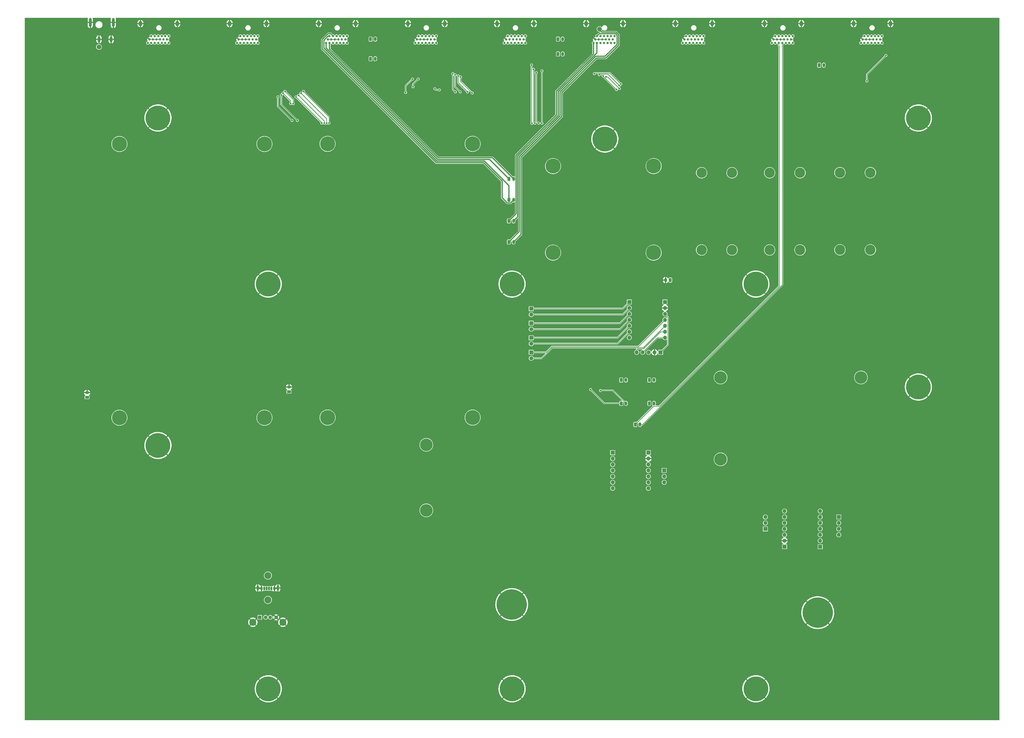
<source format=gbr>
%TF.GenerationSoftware,KiCad,Pcbnew,(6.0.5)*%
%TF.CreationDate,2022-12-30T15:28:44-07:00*%
%TF.ProjectId,Thermometry_Enclosure,54686572-6d6f-46d6-9574-72795f456e63,rev?*%
%TF.SameCoordinates,Original*%
%TF.FileFunction,Copper,L2,Bot*%
%TF.FilePolarity,Positive*%
%FSLAX46Y46*%
G04 Gerber Fmt 4.6, Leading zero omitted, Abs format (unit mm)*
G04 Created by KiCad (PCBNEW (6.0.5)) date 2022-12-30 15:28:44*
%MOMM*%
%LPD*%
G01*
G04 APERTURE LIST*
G04 Aperture macros list*
%AMRoundRect*
0 Rectangle with rounded corners*
0 $1 Rounding radius*
0 $2 $3 $4 $5 $6 $7 $8 $9 X,Y pos of 4 corners*
0 Add a 4 corners polygon primitive as box body*
4,1,4,$2,$3,$4,$5,$6,$7,$8,$9,$2,$3,0*
0 Add four circle primitives for the rounded corners*
1,1,$1+$1,$2,$3*
1,1,$1+$1,$4,$5*
1,1,$1+$1,$6,$7*
1,1,$1+$1,$8,$9*
0 Add four rect primitives between the rounded corners*
20,1,$1+$1,$2,$3,$4,$5,0*
20,1,$1+$1,$4,$5,$6,$7,0*
20,1,$1+$1,$6,$7,$8,$9,0*
20,1,$1+$1,$8,$9,$2,$3,0*%
G04 Aperture macros list end*
%TA.AperFunction,ComponentPad*%
%ADD10C,1.000000*%
%TD*%
%TA.AperFunction,ComponentPad*%
%ADD11O,1.500000X2.200000*%
%TD*%
%TA.AperFunction,ComponentPad*%
%ADD12R,1.700000X1.700000*%
%TD*%
%TA.AperFunction,ComponentPad*%
%ADD13O,1.700000X1.700000*%
%TD*%
%TA.AperFunction,ComponentPad*%
%ADD14C,10.600000*%
%TD*%
%TA.AperFunction,ComponentPad*%
%ADD15C,6.400000*%
%TD*%
%TA.AperFunction,ComponentPad*%
%ADD16RoundRect,0.250000X-0.350000X-0.625000X0.350000X-0.625000X0.350000X0.625000X-0.350000X0.625000X0*%
%TD*%
%TA.AperFunction,ComponentPad*%
%ADD17O,1.200000X1.750000*%
%TD*%
%TA.AperFunction,ComponentPad*%
%ADD18C,4.400000*%
%TD*%
%TA.AperFunction,ComponentPad*%
%ADD19C,5.400000*%
%TD*%
%TA.AperFunction,ComponentPad*%
%ADD20RoundRect,0.250000X0.350000X0.625000X-0.350000X0.625000X-0.350000X-0.625000X0.350000X-0.625000X0*%
%TD*%
%TA.AperFunction,ComponentPad*%
%ADD21C,3.000000*%
%TD*%
%TA.AperFunction,ComponentPad*%
%ADD22O,1.000000X2.200000*%
%TD*%
%TA.AperFunction,ComponentPad*%
%ADD23O,0.800000X1.650000*%
%TD*%
%TA.AperFunction,ComponentPad*%
%ADD24O,0.820000X1.650000*%
%TD*%
%TA.AperFunction,ComponentPad*%
%ADD25O,1.020000X1.650000*%
%TD*%
%TA.AperFunction,ComponentPad*%
%ADD26O,1.200000X3.800000*%
%TD*%
%TA.AperFunction,ComponentPad*%
%ADD27O,1.200000X2.500000*%
%TD*%
%TA.AperFunction,ComponentPad*%
%ADD28C,2.000000*%
%TD*%
%TA.AperFunction,ComponentPad*%
%ADD29C,13.000000*%
%TD*%
%TA.AperFunction,ComponentPad*%
%ADD30R,1.550000X1.524000*%
%TD*%
%TA.AperFunction,ComponentPad*%
%ADD31C,1.550000*%
%TD*%
%TA.AperFunction,ComponentPad*%
%ADD32RoundRect,0.250000X0.625000X-0.350000X0.625000X0.350000X-0.625000X0.350000X-0.625000X-0.350000X0*%
%TD*%
%TA.AperFunction,ComponentPad*%
%ADD33O,1.750000X1.200000*%
%TD*%
%TA.AperFunction,ViaPad*%
%ADD34C,0.800000*%
%TD*%
%TA.AperFunction,ViaPad*%
%ADD35C,2.000000*%
%TD*%
%TA.AperFunction,Conductor*%
%ADD36C,0.250000*%
%TD*%
%TA.AperFunction,Conductor*%
%ADD37C,0.500000*%
%TD*%
G04 APERTURE END LIST*
D10*
%TO.P,J1,1,D2+*%
%TO.N,Net-(J1-Pad1)*%
X20640000Y-2950000D03*
%TO.P,J1,2,D2S*%
%TO.N,GND*%
X21390000Y-1450000D03*
%TO.P,J1,3,D2-*%
%TO.N,Net-(J1-Pad3)*%
X22140000Y-2950000D03*
%TO.P,J1,4,D1+*%
%TO.N,Net-(J1-Pad4)*%
X22140000Y50000D03*
%TO.P,J1,5,D1S*%
%TO.N,GND*%
X22890000Y-1450000D03*
%TO.P,J1,6,D1-*%
%TO.N,Net-(J1-Pad6)*%
X23640000Y50000D03*
%TO.P,J1,7,D0+*%
%TO.N,Net-(J1-Pad7)*%
X23640000Y-2950000D03*
%TO.P,J1,8,D0S*%
%TO.N,GND*%
X24390000Y-1450000D03*
%TO.P,J1,9,D0-*%
%TO.N,Net-(J1-Pad9)*%
X25140000Y-2950000D03*
%TO.P,J1,10,CK+*%
%TO.N,Net-(J1-Pad10)*%
X25140000Y50000D03*
%TO.P,J1,11,CKS*%
%TO.N,GND*%
X25890000Y-1450000D03*
%TO.P,J1,12,CK-*%
%TO.N,Net-(J1-Pad12)*%
X26640000Y50000D03*
%TO.P,J1,13,CEC*%
%TO.N,unconnected-(J1-Pad13)*%
X26640000Y-2950000D03*
%TO.P,J1,14,UTILITY/HEAC+*%
%TO.N,unconnected-(J1-Pad14)*%
X27390000Y-1450000D03*
%TO.P,J1,15,SCL*%
%TO.N,unconnected-(J1-Pad15)*%
X28140000Y-2950000D03*
%TO.P,J1,16,SDA*%
%TO.N,unconnected-(J1-Pad16)*%
X28140000Y50000D03*
%TO.P,J1,17,GND*%
%TO.N,GND*%
X28890000Y-1450000D03*
%TO.P,J1,18,+5V*%
%TO.N,unconnected-(J1-Pad18)*%
X29640000Y50000D03*
%TO.P,J1,19,HPD/HEAC-*%
%TO.N,unconnected-(J1-Pad19)*%
X29640000Y-2950000D03*
D11*
%TO.P,J1,SH,SH*%
%TO.N,GND*%
X33260000Y5350000D03*
X17540000Y5350000D03*
%TD*%
D10*
%TO.P,J9,1,D2+*%
%TO.N,Net-(J37-Pad2)*%
X325440000Y-2950000D03*
%TO.P,J9,2,D2S*%
%TO.N,GND*%
X326190000Y-1450000D03*
%TO.P,J9,3,D2-*%
%TO.N,Net-(J37-Pad3)*%
X326940000Y-2950000D03*
%TO.P,J9,4,D1+*%
%TO.N,Net-(J37-Pad1)*%
X326940000Y50000D03*
%TO.P,J9,5,D1S*%
%TO.N,GND*%
X327690000Y-1450000D03*
%TO.P,J9,6,D1-*%
%TO.N,Net-(J37-Pad4)*%
X328440000Y50000D03*
%TO.P,J9,7,D0+*%
%TO.N,Net-(J42-Pad2)*%
X328440000Y-2950000D03*
%TO.P,J9,8,D0S*%
%TO.N,GND*%
X329190000Y-1450000D03*
%TO.P,J9,9,D0-*%
%TO.N,Net-(J42-Pad3)*%
X329940000Y-2950000D03*
%TO.P,J9,10,CK+*%
%TO.N,Net-(J42-Pad1)*%
X329940000Y50000D03*
%TO.P,J9,11,CKS*%
%TO.N,GND*%
X330690000Y-1450000D03*
%TO.P,J9,12,CK-*%
%TO.N,Net-(J42-Pad4)*%
X331440000Y50000D03*
%TO.P,J9,13,CEC*%
%TO.N,unconnected-(J9-Pad13)*%
X331440000Y-2950000D03*
%TO.P,J9,14,UTILITY/HEAC+*%
%TO.N,unconnected-(J9-Pad14)*%
X332190000Y-1450000D03*
%TO.P,J9,15,SCL*%
%TO.N,unconnected-(J9-Pad15)*%
X332940000Y-2950000D03*
%TO.P,J9,16,SDA*%
%TO.N,unconnected-(J9-Pad16)*%
X332940000Y50000D03*
%TO.P,J9,17,GND*%
%TO.N,GND*%
X333690000Y-1450000D03*
%TO.P,J9,18,+5V*%
%TO.N,unconnected-(J9-Pad18)*%
X334440000Y50000D03*
%TO.P,J9,19,HPD/HEAC-*%
%TO.N,unconnected-(J9-Pad19)*%
X334440000Y-2950000D03*
D11*
%TO.P,J9,SH,SH*%
%TO.N,GND*%
X338060000Y5350000D03*
X322340000Y5350000D03*
%TD*%
D10*
%TO.P,J8,1,D2+*%
%TO.N,Net-(J27-Pad2)*%
X287340000Y-2950000D03*
%TO.P,J8,2,D2S*%
%TO.N,GND*%
X288090000Y-1450000D03*
%TO.P,J8,3,D2-*%
%TO.N,Net-(J27-Pad3)*%
X288840000Y-2950000D03*
%TO.P,J8,4,D1+*%
%TO.N,Net-(J27-Pad1)*%
X288840000Y50000D03*
%TO.P,J8,5,D1S*%
%TO.N,GND*%
X289590000Y-1450000D03*
%TO.P,J8,6,D1-*%
%TO.N,Net-(J27-Pad4)*%
X290340000Y50000D03*
%TO.P,J8,7,D0+*%
%TO.N,Net-(J30-Pad1)*%
X290340000Y-2950000D03*
%TO.P,J8,8,D0S*%
%TO.N,GND*%
X291090000Y-1450000D03*
%TO.P,J8,9,D0-*%
%TO.N,Net-(J30-Pad2)*%
X291840000Y-2950000D03*
%TO.P,J8,10,CK+*%
%TO.N,Net-(J32-Pad1)*%
X291840000Y50000D03*
%TO.P,J8,11,CKS*%
%TO.N,GND*%
X292590000Y-1450000D03*
%TO.P,J8,12,CK-*%
%TO.N,Net-(J32-Pad2)*%
X293340000Y50000D03*
%TO.P,J8,13,CEC*%
%TO.N,unconnected-(J8-Pad13)*%
X293340000Y-2950000D03*
%TO.P,J8,14,UTILITY/HEAC+*%
%TO.N,unconnected-(J8-Pad14)*%
X294090000Y-1450000D03*
%TO.P,J8,15,SCL*%
%TO.N,unconnected-(J8-Pad15)*%
X294840000Y-2950000D03*
%TO.P,J8,16,SDA*%
%TO.N,unconnected-(J8-Pad16)*%
X294840000Y50000D03*
%TO.P,J8,17,GND*%
%TO.N,GND*%
X295590000Y-1450000D03*
%TO.P,J8,18,+5V*%
%TO.N,unconnected-(J8-Pad18)*%
X296340000Y50000D03*
%TO.P,J8,19,HPD/HEAC-*%
%TO.N,unconnected-(J8-Pad19)*%
X296340000Y-2950000D03*
D11*
%TO.P,J8,SH,SH*%
%TO.N,GND*%
X299960000Y5350000D03*
X284240000Y5350000D03*
%TD*%
D10*
%TO.P,J7,1,D2+*%
%TO.N,Net-(J16-Pad2)*%
X249240000Y-2950000D03*
%TO.P,J7,2,D2S*%
%TO.N,GND*%
X249990000Y-1450000D03*
%TO.P,J7,3,D2-*%
%TO.N,Net-(J16-Pad3)*%
X250740000Y-2950000D03*
%TO.P,J7,4,D1+*%
%TO.N,Net-(J16-Pad1)*%
X250740000Y50000D03*
%TO.P,J7,5,D1S*%
%TO.N,GND*%
X251490000Y-1450000D03*
%TO.P,J7,6,D1-*%
%TO.N,Net-(J16-Pad4)*%
X252240000Y50000D03*
%TO.P,J7,7,D0+*%
%TO.N,Net-(J20-Pad2)*%
X252240000Y-2950000D03*
%TO.P,J7,8,D0S*%
%TO.N,GND*%
X252990000Y-1450000D03*
%TO.P,J7,9,D0-*%
%TO.N,Net-(J20-Pad3)*%
X253740000Y-2950000D03*
%TO.P,J7,10,CK+*%
%TO.N,Net-(J20-Pad1)*%
X253740000Y50000D03*
%TO.P,J7,11,CKS*%
%TO.N,GND*%
X254490000Y-1450000D03*
%TO.P,J7,12,CK-*%
%TO.N,Net-(J20-Pad4)*%
X255240000Y50000D03*
%TO.P,J7,13,CEC*%
%TO.N,unconnected-(J7-Pad13)*%
X255240000Y-2950000D03*
%TO.P,J7,14,UTILITY/HEAC+*%
%TO.N,unconnected-(J7-Pad14)*%
X255990000Y-1450000D03*
%TO.P,J7,15,SCL*%
%TO.N,unconnected-(J7-Pad15)*%
X256740000Y-2950000D03*
%TO.P,J7,16,SDA*%
%TO.N,unconnected-(J7-Pad16)*%
X256740000Y50000D03*
%TO.P,J7,17,GND*%
%TO.N,GND*%
X257490000Y-1450000D03*
%TO.P,J7,18,+5V*%
%TO.N,unconnected-(J7-Pad18)*%
X258240000Y50000D03*
%TO.P,J7,19,HPD/HEAC-*%
%TO.N,unconnected-(J7-Pad19)*%
X258240000Y-2950000D03*
D11*
%TO.P,J7,SH,SH*%
%TO.N,GND*%
X261860000Y5350000D03*
X246140000Y5350000D03*
%TD*%
%TO.P,J6,SH,SH*%
%TO.N,GND*%
X208040000Y5350000D03*
X223760000Y5350000D03*
D10*
%TO.P,J6,19,HPD/HEAC-*%
%TO.N,unconnected-(J6-Pad19)*%
X220140000Y-2950000D03*
%TO.P,J6,18,+5V*%
%TO.N,unconnected-(J6-Pad18)*%
X220140000Y50000D03*
%TO.P,J6,17,GND*%
%TO.N,GND*%
X219390000Y-1450000D03*
%TO.P,J6,16,SDA*%
%TO.N,unconnected-(J6-Pad16)*%
X218640000Y50000D03*
%TO.P,J6,15,SCL*%
%TO.N,unconnected-(J6-Pad15)*%
X218640000Y-2950000D03*
%TO.P,J6,14,UTILITY/HEAC+*%
%TO.N,unconnected-(J6-Pad14)*%
X217890000Y-1450000D03*
%TO.P,J6,13,CEC*%
%TO.N,unconnected-(J6-Pad13)*%
X217140000Y-2950000D03*
%TO.P,J6,12,CK-*%
%TO.N,Net-(J45-Pad2)*%
X217140000Y50000D03*
%TO.P,J6,11,CKS*%
%TO.N,GND*%
X216390000Y-1450000D03*
%TO.P,J6,10,CK+*%
%TO.N,Net-(J45-Pad1)*%
X215640000Y50000D03*
%TO.P,J6,9,D0-*%
%TO.N,Net-(J43-Pad2)*%
X215640000Y-2950000D03*
%TO.P,J6,8,D0S*%
%TO.N,GND*%
X214890000Y-1450000D03*
%TO.P,J6,7,D0+*%
%TO.N,Net-(J43-Pad1)*%
X214140000Y-2950000D03*
%TO.P,J6,6,D1-*%
%TO.N,Net-(J40-Pad2)*%
X214140000Y50000D03*
%TO.P,J6,5,D1S*%
%TO.N,GND*%
X213390000Y-1450000D03*
%TO.P,J6,4,D1+*%
%TO.N,Net-(J40-Pad1)*%
X212640000Y50000D03*
%TO.P,J6,3,D2-*%
%TO.N,Net-(J38-Pad2)*%
X212640000Y-2950000D03*
%TO.P,J6,2,D2S*%
%TO.N,GND*%
X211890000Y-1450000D03*
%TO.P,J6,1,D2+*%
%TO.N,Net-(J38-Pad1)*%
X211140000Y-2950000D03*
%TD*%
%TO.P,J5,1,D2+*%
%TO.N,Net-(J26-Pad2)*%
X173040000Y-2950000D03*
%TO.P,J5,2,D2S*%
%TO.N,GND*%
X173790000Y-1450000D03*
%TO.P,J5,3,D2-*%
%TO.N,Net-(J26-Pad3)*%
X174540000Y-2950000D03*
%TO.P,J5,4,D1+*%
%TO.N,Net-(J29-Pad2)*%
X174540000Y50000D03*
%TO.P,J5,5,D1S*%
%TO.N,GND*%
X175290000Y-1450000D03*
%TO.P,J5,6,D1-*%
%TO.N,Net-(J29-Pad3)*%
X176040000Y50000D03*
%TO.P,J5,7,D0+*%
%TO.N,Net-(J33-Pad1)*%
X176040000Y-2950000D03*
%TO.P,J5,8,D0S*%
%TO.N,GND*%
X176790000Y-1450000D03*
%TO.P,J5,9,D0-*%
%TO.N,Net-(J33-Pad2)*%
X177540000Y-2950000D03*
%TO.P,J5,10,CK+*%
%TO.N,Net-(J35-Pad1)*%
X177540000Y50000D03*
%TO.P,J5,11,CKS*%
%TO.N,GND*%
X178290000Y-1450000D03*
%TO.P,J5,12,CK-*%
%TO.N,Net-(J35-Pad2)*%
X179040000Y50000D03*
%TO.P,J5,13,CEC*%
%TO.N,unconnected-(J5-Pad13)*%
X179040000Y-2950000D03*
%TO.P,J5,14,UTILITY/HEAC+*%
%TO.N,unconnected-(J5-Pad14)*%
X179790000Y-1450000D03*
%TO.P,J5,15,SCL*%
%TO.N,unconnected-(J5-Pad15)*%
X180540000Y-2950000D03*
%TO.P,J5,16,SDA*%
%TO.N,unconnected-(J5-Pad16)*%
X180540000Y50000D03*
%TO.P,J5,17,GND*%
%TO.N,GND*%
X181290000Y-1450000D03*
%TO.P,J5,18,+5V*%
%TO.N,unconnected-(J5-Pad18)*%
X182040000Y50000D03*
%TO.P,J5,19,HPD/HEAC-*%
%TO.N,unconnected-(J5-Pad19)*%
X182040000Y-2950000D03*
D11*
%TO.P,J5,SH,SH*%
%TO.N,GND*%
X185660000Y5350000D03*
X169940000Y5350000D03*
%TD*%
D10*
%TO.P,J4,1,D2+*%
%TO.N,Net-(J17-Pad2)*%
X134940000Y-2950000D03*
%TO.P,J4,2,D2S*%
%TO.N,GND*%
X135690000Y-1450000D03*
%TO.P,J4,3,D2-*%
%TO.N,Net-(J17-Pad3)*%
X136440000Y-2950000D03*
%TO.P,J4,4,D1+*%
%TO.N,Net-(J19-Pad2)*%
X136440000Y50000D03*
%TO.P,J4,5,D1S*%
%TO.N,GND*%
X137190000Y-1450000D03*
%TO.P,J4,6,D1-*%
%TO.N,Net-(J19-Pad3)*%
X137940000Y50000D03*
%TO.P,J4,7,D0+*%
%TO.N,Net-(J22-Pad2)*%
X137940000Y-2950000D03*
%TO.P,J4,8,D0S*%
%TO.N,GND*%
X138690000Y-1450000D03*
%TO.P,J4,9,D0-*%
%TO.N,Net-(J22-Pad3)*%
X139440000Y-2950000D03*
%TO.P,J4,10,CK+*%
%TO.N,Net-(J24-Pad2)*%
X139440000Y50000D03*
%TO.P,J4,11,CKS*%
%TO.N,GND*%
X140190000Y-1450000D03*
%TO.P,J4,12,CK-*%
%TO.N,Net-(J24-Pad3)*%
X140940000Y50000D03*
%TO.P,J4,13,CEC*%
%TO.N,unconnected-(J4-Pad13)*%
X140940000Y-2950000D03*
%TO.P,J4,14,UTILITY/HEAC+*%
%TO.N,unconnected-(J4-Pad14)*%
X141690000Y-1450000D03*
%TO.P,J4,15,SCL*%
%TO.N,unconnected-(J4-Pad15)*%
X142440000Y-2950000D03*
%TO.P,J4,16,SDA*%
%TO.N,unconnected-(J4-Pad16)*%
X142440000Y50000D03*
%TO.P,J4,17,GND*%
%TO.N,GND*%
X143190000Y-1450000D03*
%TO.P,J4,18,+5V*%
%TO.N,unconnected-(J4-Pad18)*%
X143940000Y50000D03*
%TO.P,J4,19,HPD/HEAC-*%
%TO.N,unconnected-(J4-Pad19)*%
X143940000Y-2950000D03*
D11*
%TO.P,J4,SH,SH*%
%TO.N,GND*%
X147560000Y5350000D03*
X131840000Y5350000D03*
%TD*%
D10*
%TO.P,J3,1,D2+*%
%TO.N,Net-(J3-Pad1)*%
X96840000Y-2950000D03*
%TO.P,J3,2,D2S*%
%TO.N,GND*%
X97590000Y-1450000D03*
%TO.P,J3,3,D2-*%
%TO.N,Net-(J3-Pad3)*%
X98340000Y-2950000D03*
%TO.P,J3,4,D1+*%
%TO.N,Net-(J3-Pad4)*%
X98340000Y50000D03*
%TO.P,J3,5,D1S*%
%TO.N,GND*%
X99090000Y-1450000D03*
%TO.P,J3,6,D1-*%
%TO.N,Net-(J3-Pad6)*%
X99840000Y50000D03*
%TO.P,J3,7,D0+*%
%TO.N,Net-(J3-Pad7)*%
X99840000Y-2950000D03*
%TO.P,J3,8,D0S*%
%TO.N,GND*%
X100590000Y-1450000D03*
%TO.P,J3,9,D0-*%
%TO.N,Net-(J3-Pad9)*%
X101340000Y-2950000D03*
%TO.P,J3,10,CK+*%
%TO.N,Net-(J3-Pad10)*%
X101340000Y50000D03*
%TO.P,J3,11,CKS*%
%TO.N,GND*%
X102090000Y-1450000D03*
%TO.P,J3,12,CK-*%
%TO.N,Net-(J3-Pad12)*%
X102840000Y50000D03*
%TO.P,J3,13,CEC*%
%TO.N,unconnected-(J3-Pad13)*%
X102840000Y-2950000D03*
%TO.P,J3,14,UTILITY/HEAC+*%
%TO.N,unconnected-(J3-Pad14)*%
X103590000Y-1450000D03*
%TO.P,J3,15,SCL*%
%TO.N,unconnected-(J3-Pad15)*%
X104340000Y-2950000D03*
%TO.P,J3,16,SDA*%
%TO.N,unconnected-(J3-Pad16)*%
X104340000Y50000D03*
%TO.P,J3,17,GND*%
%TO.N,GND*%
X105090000Y-1450000D03*
%TO.P,J3,18,+5V*%
%TO.N,unconnected-(J3-Pad18)*%
X105840000Y50000D03*
%TO.P,J3,19,HPD/HEAC-*%
%TO.N,unconnected-(J3-Pad19)*%
X105840000Y-2950000D03*
D11*
%TO.P,J3,SH,SH*%
%TO.N,GND*%
X109460000Y5350000D03*
X93740000Y5350000D03*
%TD*%
%TO.P,J2,SH,SH*%
%TO.N,GND*%
X55640000Y5350000D03*
X71360000Y5350000D03*
D10*
%TO.P,J2,19,HPD/HEAC-*%
%TO.N,unconnected-(J2-Pad19)*%
X67740000Y-2950000D03*
%TO.P,J2,18,+5V*%
%TO.N,unconnected-(J2-Pad18)*%
X67740000Y50000D03*
%TO.P,J2,17,GND*%
%TO.N,GND*%
X66990000Y-1450000D03*
%TO.P,J2,16,SDA*%
%TO.N,unconnected-(J2-Pad16)*%
X66240000Y50000D03*
%TO.P,J2,15,SCL*%
%TO.N,unconnected-(J2-Pad15)*%
X66240000Y-2950000D03*
%TO.P,J2,14,UTILITY/HEAC+*%
%TO.N,unconnected-(J2-Pad14)*%
X65490000Y-1450000D03*
%TO.P,J2,13,CEC*%
%TO.N,unconnected-(J2-Pad13)*%
X64740000Y-2950000D03*
%TO.P,J2,12,CK-*%
%TO.N,Net-(J2-Pad12)*%
X64740000Y50000D03*
%TO.P,J2,11,CKS*%
%TO.N,GND*%
X63990000Y-1450000D03*
%TO.P,J2,10,CK+*%
%TO.N,Net-(J2-Pad10)*%
X63240000Y50000D03*
%TO.P,J2,9,D0-*%
%TO.N,Net-(J2-Pad9)*%
X63240000Y-2950000D03*
%TO.P,J2,8,D0S*%
%TO.N,GND*%
X62490000Y-1450000D03*
%TO.P,J2,7,D0+*%
%TO.N,Net-(J2-Pad7)*%
X61740000Y-2950000D03*
%TO.P,J2,6,D1-*%
%TO.N,Net-(J2-Pad6)*%
X61740000Y50000D03*
%TO.P,J2,5,D1S*%
%TO.N,GND*%
X60990000Y-1450000D03*
%TO.P,J2,4,D1+*%
%TO.N,Net-(J2-Pad4)*%
X60240000Y50000D03*
%TO.P,J2,3,D2-*%
%TO.N,Net-(J2-Pad3)*%
X60240000Y-2950000D03*
%TO.P,J2,2,D2S*%
%TO.N,GND*%
X59490000Y-1450000D03*
%TO.P,J2,1,D2+*%
%TO.N,Net-(J2-Pad1)*%
X58740000Y-2950000D03*
%TD*%
D12*
%TO.P,J50,1,Pin_1*%
%TO.N,/GPIO29*%
X184550000Y-116500000D03*
D13*
%TO.P,J50,2,Pin_2*%
%TO.N,/GPIO28*%
X184550000Y-119040000D03*
%TD*%
D14*
%TO.P,H39,1,1*%
%TO.N,GND*%
X25000000Y-35000000D03*
%TD*%
%TO.P,H38,1,1*%
%TO.N,GND*%
X25000000Y-175000000D03*
%TD*%
D15*
%TO.P,H8,1*%
%TO.N,N/C*%
X70525000Y-163125000D03*
%TD*%
D16*
%TO.P,J38,1,Pin_1*%
%TO.N,Net-(J38-Pad1)*%
X175000000Y-79000000D03*
D17*
%TO.P,J38,2,Pin_2*%
%TO.N,Net-(J38-Pad2)*%
X177000000Y-79000000D03*
%TD*%
D15*
%TO.P,H7,1*%
%TO.N,N/C*%
X70525000Y-46125000D03*
%TD*%
%TO.P,H13,1*%
%TO.N,N/C*%
X193855000Y-55555000D03*
%TD*%
D18*
%TO.P,H25,1*%
%TO.N,N/C*%
X257354000Y-91416000D03*
%TD*%
D15*
%TO.P,H5,1*%
%TO.N,N/C*%
X8525000Y-46125000D03*
%TD*%
D16*
%TO.P,J43,1,Pin_1*%
%TO.N,Net-(J43-Pad1)*%
X195960000Y-7663000D03*
D17*
%TO.P,J43,2,Pin_2*%
%TO.N,Net-(J43-Pad2)*%
X197960000Y-7663000D03*
%TD*%
D15*
%TO.P,H14,1*%
%TO.N,N/C*%
X236855000Y-55555000D03*
%TD*%
D12*
%TO.P,J53,1,Pin_1*%
%TO.N,Net-(J53-Pad1)*%
X315975000Y-205544000D03*
D13*
%TO.P,J53,2,Pin_2*%
%TO.N,Net-(J53-Pad2)*%
X315975000Y-208084000D03*
%TO.P,J53,3,Pin_3*%
%TO.N,Net-(J53-Pad3)*%
X315975000Y-210624000D03*
%TO.P,J53,4,Pin_4*%
%TO.N,Net-(J53-Pad4)*%
X315975000Y-213164000D03*
%TD*%
D12*
%TO.P,J57,1,Pin_1*%
%TO.N,Net-(D2-Pad2)*%
X241710000Y-113660000D03*
D13*
%TO.P,J57,2,Pin_2*%
%TO.N,GND*%
X241710000Y-116200000D03*
%TO.P,J57,3,Pin_3*%
%TO.N,/LPH 3.3V*%
X241710000Y-118740000D03*
%TO.P,J57,4,Pin_4*%
%TO.N,/GPIO3*%
X241710000Y-121280000D03*
%TO.P,J57,5,Pin_5*%
%TO.N,/GPIO4*%
X241710000Y-123820000D03*
%TO.P,J57,6,Pin_6*%
%TO.N,/SCK (GPIO6)*%
X241710000Y-126360000D03*
%TO.P,J57,7,Pin_7*%
%TO.N,/RX (GPIO 5)*%
X241710000Y-128900000D03*
%TD*%
D15*
%TO.P,H6,1*%
%TO.N,N/C*%
X8525000Y-163125000D03*
%TD*%
%TO.P,H3,1*%
%TO.N,N/C*%
X159497000Y-46055000D03*
%TD*%
D14*
%TO.P,H37,1,1*%
%TO.N,GND*%
X72150000Y-106000000D03*
%TD*%
D18*
%TO.P,H17,1*%
%TO.N,N/C*%
X286424000Y-91416000D03*
%TD*%
D16*
%TO.P,J36,1,Pin_1*%
%TO.N,Net-(J2-Pad10)*%
X223000000Y-157000000D03*
D17*
%TO.P,J36,2,Pin_2*%
%TO.N,Net-(J2-Pad12)*%
X225000000Y-157000000D03*
%TD*%
D14*
%TO.P,H40,1,1*%
%TO.N,GND*%
X216000000Y-44000000D03*
%TD*%
D18*
%TO.P,H28,1*%
%TO.N,N/C*%
X316474000Y-91365999D03*
%TD*%
D19*
%TO.P,H9,1*%
%TO.N,N/C*%
X139706000Y-174715000D03*
%TD*%
D15*
%TO.P,H1,1*%
%TO.N,N/C*%
X97497000Y-163055000D03*
%TD*%
%TO.P,H2,1*%
%TO.N,N/C*%
X159497000Y-163055000D03*
%TD*%
D12*
%TO.P,J52,1,Pin_1*%
%TO.N,/GPIO24*%
X184550000Y-128950000D03*
D13*
%TO.P,J52,2,Pin_2*%
%TO.N,/GPIO25*%
X184550000Y-131490000D03*
%TD*%
D16*
%TO.P,J39,1,Pin_1*%
%TO.N,Net-(J3-Pad1)*%
X175000000Y-61000000D03*
D17*
%TO.P,J39,2,Pin_2*%
%TO.N,Net-(J3-Pad3)*%
X177000000Y-61000000D03*
%TD*%
D12*
%TO.P,J48,1,Pin_1*%
%TO.N,/L_GPIO3*%
X241375000Y-185648000D03*
D13*
%TO.P,J48,2,Pin_2*%
%TO.N,/L_GPO4*%
X241375000Y-188188000D03*
%TO.P,J48,3,Pin_3*%
%TO.N,/L_GPIO6*%
X241375000Y-190728000D03*
%TD*%
D20*
%TO.P,J68,1,Pin_1*%
%TO.N,+5V*%
X243950000Y-104300000D03*
D17*
%TO.P,J68,2,Pin_2*%
%TO.N,GND*%
X241950000Y-104300000D03*
%TD*%
D16*
%TO.P,J33,1,Pin_1*%
%TO.N,Net-(J33-Pad1)*%
X235000000Y-147000000D03*
D17*
%TO.P,J33,2,Pin_2*%
%TO.N,Net-(J33-Pad2)*%
X237000000Y-147000000D03*
%TD*%
D19*
%TO.P,H21,1*%
%TO.N,N/C*%
X265463000Y-145910000D03*
%TD*%
D16*
%TO.P,J34,1,Pin_1*%
%TO.N,Net-(J2-Pad7)*%
X223000000Y-147000000D03*
D17*
%TO.P,J34,2,Pin_2*%
%TO.N,Net-(J2-Pad9)*%
X225000000Y-147000000D03*
%TD*%
D16*
%TO.P,J35,1,Pin_1*%
%TO.N,Net-(J35-Pad1)*%
X235000000Y-157000000D03*
D17*
%TO.P,J35,2,Pin_2*%
%TO.N,Net-(J35-Pad2)*%
X237000000Y-157000000D03*
%TD*%
D21*
%TO.P,USB1,0*%
%TO.N,N/C*%
X72000000Y-230595000D03*
X72000000Y-241009000D03*
D22*
%TO.P,USB1,7,EH*%
%TO.N,GND*%
X76320000Y-235897000D03*
%TO.P,USB1,8,EH*%
X67680000Y-235897000D03*
D23*
%TO.P,USB1,A5,CC1*%
%TO.N,unconnected-(USB1-PadA5)*%
X71500000Y-236102000D03*
D24*
%TO.P,USB1,A9,VBUS*%
%TO.N,+5V*%
X73520000Y-236102000D03*
D25*
%TO.P,USB1,A12,GND*%
%TO.N,GND*%
X74750000Y-236102000D03*
D23*
%TO.P,USB1,B5,CC2*%
%TO.N,unconnected-(USB1-PadB5)*%
X72500000Y-236102000D03*
D24*
%TO.P,USB1,B9,VBUS*%
%TO.N,+5V*%
X70480000Y-236102000D03*
D25*
%TO.P,USB1,B12,GND*%
%TO.N,GND*%
X69250000Y-236102000D03*
%TD*%
D15*
%TO.P,H4,1*%
%TO.N,N/C*%
X97497000Y-46055000D03*
%TD*%
D12*
%TO.P,J60,1,Pin_1*%
%TO.N,/GPIO3*%
X184550000Y-135175000D03*
D13*
%TO.P,J60,2,Pin_2*%
%TO.N,/GPIO4*%
X184550000Y-137715000D03*
%TD*%
D18*
%TO.P,H24,1*%
%TO.N,N/C*%
X270354000Y-91416000D03*
%TD*%
D14*
%TO.P,H31,1,1*%
%TO.N,GND*%
X72150000Y-279000000D03*
%TD*%
D18*
%TO.P,H18,1*%
%TO.N,N/C*%
X299424000Y-91416000D03*
%TD*%
D12*
%TO.P,J58,1,Pin_1*%
%TO.N,/D_RX 0*%
X308040000Y-218250000D03*
D13*
%TO.P,J58,2,Pin_2*%
%TO.N,/D_TX 0*%
X308040000Y-215710000D03*
%TO.P,J58,3,Pin_3*%
%TO.N,Net-(J53-Pad4)*%
X308040000Y-213170000D03*
%TO.P,J58,4,Pin_4*%
%TO.N,Net-(J53-Pad3)*%
X308040000Y-210630000D03*
%TO.P,J58,5,Pin_5*%
%TO.N,Net-(J53-Pad2)*%
X308040000Y-208090000D03*
%TO.P,J58,6,Pin_6*%
%TO.N,Net-(J53-Pad1)*%
X308040000Y-205550000D03*
%TO.P,J58,7,Pin_7*%
%TO.N,/D_TX 1*%
X308040000Y-203010000D03*
%TD*%
D19*
%TO.P,H19,1*%
%TO.N,N/C*%
X325463000Y-145910000D03*
%TD*%
D12*
%TO.P,J61,1,Pin_1*%
%TO.N,Net-(J59-Pad4)*%
X284625000Y-210652000D03*
D13*
%TO.P,J61,2,Pin_2*%
%TO.N,Net-(J59-Pad5)*%
X284625000Y-208112000D03*
%TO.P,J61,3,Pin_3*%
%TO.N,Net-(J59-Pad6)*%
X284625000Y-205572000D03*
%TD*%
D16*
%TO.P,J44,1,Pin_1*%
%TO.N,Net-(J3-Pad7)*%
X115860000Y-9688000D03*
D17*
%TO.P,J44,2,Pin_2*%
%TO.N,Net-(J3-Pad9)*%
X117860000Y-9688000D03*
%TD*%
D16*
%TO.P,J46,1,Pin_1*%
%TO.N,Net-(J3-Pad10)*%
X115860000Y-1288000D03*
D17*
%TO.P,J46,2,Pin_2*%
%TO.N,Net-(J3-Pad12)*%
X117860000Y-1288000D03*
%TD*%
D14*
%TO.P,H32,1,1*%
%TO.N,GND*%
X176350000Y-279000000D03*
%TD*%
D18*
%TO.P,H23,1*%
%TO.N,N/C*%
X257354000Y-58416000D03*
%TD*%
D16*
%TO.P,J40,1,Pin_1*%
%TO.N,Net-(J40-Pad1)*%
X175000000Y-88000000D03*
D17*
%TO.P,J40,2,Pin_2*%
%TO.N,Net-(J40-Pad2)*%
X177000000Y-88000000D03*
%TD*%
D12*
%TO.P,J51,1,Pin_1*%
%TO.N,/GPIO27*%
X184550000Y-122725000D03*
D13*
%TO.P,J51,2,Pin_2*%
%TO.N,/GPIO26*%
X184550000Y-125265000D03*
%TD*%
D18*
%TO.P,H29,1*%
%TO.N,N/C*%
X329474000Y-91365999D03*
%TD*%
D15*
%TO.P,H12,1*%
%TO.N,N/C*%
X236855000Y-92555000D03*
%TD*%
D26*
%TO.P,DC1,1,1*%
%TO.N,GND*%
X5925000Y5825000D03*
D27*
%TO.P,DC1,2,2*%
X4995000Y-1375000D03*
%TO.P,DC1,3,3*%
X-205000Y-1375000D03*
D28*
%TO.P,DC1,4,4*%
%TO.N,+5V*%
X-205000Y-4625000D03*
D26*
%TO.P,DC1,6,6*%
%TO.N,GND*%
X-3925000Y5825000D03*
%TD*%
D18*
%TO.P,H27,1*%
%TO.N,N/C*%
X329474000Y-58365999D03*
%TD*%
D29*
%TO.P,H41,1,1*%
%TO.N,GND*%
X306985000Y-246455000D03*
%TD*%
D16*
%TO.P,J30,1,Pin_1*%
%TO.N,Net-(J30-Pad1)*%
X229000000Y-166000000D03*
D17*
%TO.P,J30,2,Pin_2*%
%TO.N,Net-(J30-Pad2)*%
X231000000Y-166000000D03*
%TD*%
D16*
%TO.P,J32,1,Pin_1*%
%TO.N,Net-(J32-Pad1)*%
X307585000Y-12413000D03*
D17*
%TO.P,J32,2,Pin_2*%
%TO.N,Net-(J32-Pad2)*%
X309585000Y-12413000D03*
%TD*%
D12*
%TO.P,J14,1,Pin_1*%
%TO.N,/L_RX 0*%
X219360000Y-178050000D03*
D13*
%TO.P,J14,2,Pin_2*%
%TO.N,/L_TX 0*%
X219360000Y-180590000D03*
%TO.P,J14,3,Pin_3*%
%TO.N,/Mux 0 A*%
X219360000Y-183130000D03*
%TO.P,J14,4,Pin_4*%
%TO.N,/Mux 0 B*%
X219360000Y-185670000D03*
%TO.P,J14,5,Pin_5*%
%TO.N,/Mux 1 A*%
X219360000Y-188210000D03*
%TO.P,J14,6,Pin_6*%
%TO.N,/Mux 1 B*%
X219360000Y-190750000D03*
%TO.P,J14,7,Pin_7*%
%TO.N,/L_TX 1*%
X219360000Y-193290000D03*
%TD*%
D16*
%TO.P,J45,1,Pin_1*%
%TO.N,Net-(J45-Pad1)*%
X195940000Y-1293000D03*
D17*
%TO.P,J45,2,Pin_2*%
%TO.N,Net-(J45-Pad2)*%
X197940000Y-1293000D03*
%TD*%
D14*
%TO.P,H30,1,1*%
%TO.N,GND*%
X280550000Y-106000000D03*
%TD*%
%TO.P,H33,1,1*%
%TO.N,GND*%
X280550000Y-279000000D03*
%TD*%
D12*
%TO.P,J56,1,Pin_1*%
%TO.N,/LPH 3.3V*%
X239802000Y-135175000D03*
D13*
%TO.P,J56,2,Pin_2*%
%TO.N,GND*%
X237262000Y-135175000D03*
%TO.P,J56,3,Pin_3*%
%TO.N,/TX (GPIO20)*%
X234722000Y-135175000D03*
%TO.P,J56,4,Pin_4*%
%TO.N,/RX (GPIO 5)*%
X232182000Y-135175000D03*
%TO.P,J56,5,Pin_5*%
%TO.N,/SCK (GPIO6)*%
X229642000Y-135175000D03*
%TD*%
D14*
%TO.P,H35,1,1*%
%TO.N,GND*%
X176350000Y-106000000D03*
%TD*%
D12*
%TO.P,J15,1,Pin_1*%
%TO.N,Net-(D1-Pad2)*%
X234600000Y-178050000D03*
D13*
%TO.P,J15,2,Pin_2*%
%TO.N,GND*%
X234600000Y-180590000D03*
%TO.P,J15,3,Pin_3*%
%TO.N,/3.3V_Lockin*%
X234600000Y-183130000D03*
%TO.P,J15,4,Pin_4*%
%TO.N,/L_GPIO3*%
X234600000Y-185670000D03*
%TO.P,J15,5,Pin_5*%
%TO.N,/L_GPO4*%
X234600000Y-188210000D03*
%TO.P,J15,6,Pin_6*%
%TO.N,/L_GPIO6*%
X234600000Y-190750000D03*
%TO.P,J15,7,Pin_7*%
%TO.N,/L_RX 1*%
X234600000Y-193290000D03*
%TD*%
D14*
%TO.P,H34,1,1*%
%TO.N,GND*%
X350000000Y-35000000D03*
%TD*%
D29*
%TO.P,H41,1,1*%
%TO.N,GND*%
X176215000Y-242965000D03*
%TD*%
D18*
%TO.P,H22,1*%
%TO.N,N/C*%
X270354000Y-58416000D03*
%TD*%
D19*
%TO.P,H20,1*%
%TO.N,N/C*%
X265463000Y-180910000D03*
%TD*%
D12*
%TO.P,J59,1,Pin_1*%
%TO.N,Net-(D3-Pad2)*%
X292800000Y-218250000D03*
D13*
%TO.P,J59,2,Pin_2*%
%TO.N,GND*%
X292800000Y-215710000D03*
%TO.P,J59,3,Pin_3*%
%TO.N,/D_3.3V*%
X292800000Y-213170000D03*
%TO.P,J59,4,Pin_4*%
%TO.N,Net-(J59-Pad4)*%
X292800000Y-210630000D03*
%TO.P,J59,5,Pin_5*%
%TO.N,Net-(J59-Pad5)*%
X292800000Y-208090000D03*
%TO.P,J59,6,Pin_6*%
%TO.N,Net-(J59-Pad6)*%
X292800000Y-205550000D03*
%TO.P,J59,7,Pin_7*%
%TO.N,/D_RX 1*%
X292800000Y-203010000D03*
%TD*%
D12*
%TO.P,J55,1,Pin_1*%
%TO.N,/GPIO29*%
X226470000Y-113660000D03*
D13*
%TO.P,J55,2,Pin_2*%
%TO.N,/GPIO28*%
X226470000Y-116200000D03*
%TO.P,J55,3,Pin_3*%
%TO.N,/GPIO27*%
X226470000Y-118740000D03*
%TO.P,J55,4,Pin_4*%
%TO.N,/GPIO26*%
X226470000Y-121280000D03*
%TO.P,J55,5,Pin_5*%
%TO.N,/GPIO24*%
X226470000Y-123820000D03*
%TO.P,J55,6,Pin_6*%
%TO.N,/GPIO25*%
X226470000Y-126360000D03*
%TO.P,J55,7,Pin_7*%
%TO.N,/TX (GPIO20)*%
X226470000Y-128900000D03*
%TD*%
D16*
%TO.P,J41,1,Pin_1*%
%TO.N,Net-(J3-Pad4)*%
X175000000Y-70000000D03*
D17*
%TO.P,J41,2,Pin_2*%
%TO.N,Net-(J3-Pad6)*%
X177000000Y-70000000D03*
%TD*%
D19*
%TO.P,H10,1*%
%TO.N,N/C*%
X139706000Y-202715000D03*
%TD*%
D18*
%TO.P,H15,1*%
%TO.N,N/C*%
X299424000Y-58416000D03*
%TD*%
D15*
%TO.P,H11,1*%
%TO.N,N/C*%
X193855000Y-92555000D03*
%TD*%
D18*
%TO.P,H16,1*%
%TO.N,N/C*%
X286424000Y-58416000D03*
%TD*%
D14*
%TO.P,H36,1,1*%
%TO.N,GND*%
X350000000Y-150000000D03*
%TD*%
D30*
%TO.P,USB2,1,VCC*%
%TO.N,+5V*%
X68500000Y-248450000D03*
D31*
%TO.P,USB2,2,D-*%
%TO.N,unconnected-(USB2-Pad2)*%
X71000000Y-248450000D03*
%TO.P,USB2,3,D+*%
%TO.N,unconnected-(USB2-Pad3)*%
X73000000Y-248450000D03*
%TO.P,USB2,4,GND*%
%TO.N,GND*%
X75500000Y-248450000D03*
D21*
%TO.P,USB2,5,5*%
X78425000Y-250550000D03*
%TO.P,USB2,6,6*%
X65575000Y-250550000D03*
%TD*%
D32*
%TO.P,J67,1,Pin_1*%
%TO.N,+5V*%
X81000000Y-152000000D03*
D33*
%TO.P,J67,2,Pin_2*%
%TO.N,GND*%
X81000000Y-150000000D03*
%TD*%
D18*
%TO.P,H26,1*%
%TO.N,N/C*%
X316474000Y-58365999D03*
%TD*%
D32*
%TO.P,J47,1,Pin_1*%
%TO.N,+5V*%
X-5277000Y-154400000D03*
D33*
%TO.P,J47,2,Pin_2*%
%TO.N,GND*%
X-5277000Y-152400000D03*
%TD*%
D34*
%TO.N,GND*%
X327300000Y-102100000D03*
X336500000Y-100900000D03*
%TO.N,Net-(J2-Pad1)*%
X81700000Y-28873540D03*
X78400000Y-24400000D03*
%TO.N,Net-(J2-Pad3)*%
X82800000Y-28873540D03*
X79300000Y-23600000D03*
%TO.N,Net-(J2-Pad4)*%
X77700000Y-25200000D03*
X84600000Y-36073060D03*
%TO.N,Net-(J2-Pad6)*%
X82300000Y-36073060D03*
X76300000Y-25977339D03*
%TO.N,Net-(J2-Pad7)*%
X84000000Y-25977339D03*
X95000000Y-37247080D03*
%TO.N,Net-(J2-Pad9)*%
X85100000Y-25300000D03*
X96100000Y-37247080D03*
%TO.N,Net-(J2-Pad10)*%
X98100000Y-37247080D03*
X87200000Y-23600000D03*
X209900000Y-151075500D03*
%TO.N,Net-(J2-Pad12)*%
X86100000Y-24400000D03*
X214100000Y-151500000D03*
X97099503Y-37247080D03*
%TO.N,Net-(J22-Pad2)*%
X159300000Y-24320660D03*
X154300000Y-17426940D03*
%TO.N,Net-(J22-Pad3)*%
X153315494Y-16977420D03*
X157300000Y-23871140D03*
%TO.N,Net-(J24-Pad2)*%
X151000000Y-16078380D03*
X152100000Y-23871140D03*
%TO.N,Net-(J24-Pad3)*%
X154200000Y-23871140D03*
X152000000Y-16527900D03*
%TO.N,Net-(J26-Pad2)*%
X213600000Y-16527900D03*
X222137299Y-21137299D03*
%TO.N,Net-(J26-Pad3)*%
X222857726Y-20444486D03*
X211500000Y-16078380D03*
%TO.N,Net-(J29-Pad2)*%
X221000000Y-22871660D03*
X215200000Y-16977420D03*
%TO.N,Net-(J29-Pad3)*%
X216500000Y-17426940D03*
X222200000Y-22422140D03*
%TO.N,Net-(J33-Pad1)*%
X187700000Y-37247080D03*
X186700000Y-15628860D03*
%TO.N,Net-(J33-Pad2)*%
X189100000Y-14900000D03*
X189100000Y-37247080D03*
%TO.N,Net-(J35-Pad1)*%
X184800000Y-37300000D03*
X184674549Y-12325451D03*
%TO.N,Net-(J35-Pad2)*%
X185500000Y-14175500D03*
X186100000Y-37247080D03*
D35*
%TO.N,Net-(J40-Pad2)*%
X213700000Y3000000D03*
D34*
%TO.N,Net-(J20-Pad1)*%
X136250000Y-18325980D03*
X134025049Y-21648589D03*
%TO.N,Net-(J20-Pad4)*%
X130853194Y-24103194D03*
X133750000Y-18325980D03*
%TO.N,Net-(J27-Pad2)*%
X145275049Y-22997149D03*
X143364310Y-22522580D03*
%TO.N,Net-(J42-Pad1)*%
X336099011Y-8300000D03*
X327975500Y-19200000D03*
%TD*%
D36*
%TO.N,GND*%
X28890000Y-1450000D02*
X31950000Y-1450000D01*
X21390000Y-1450000D02*
X25890000Y-1450000D01*
X66990000Y-1450000D02*
X69950000Y-1450000D01*
X59490000Y-1450000D02*
X63990000Y-1450000D01*
X105090000Y-1450000D02*
X107150000Y-1450000D01*
X97590000Y-1450000D02*
X102090000Y-1450000D01*
X143190000Y-1450000D02*
X146350000Y-1450000D01*
X135690000Y-1450000D02*
X140190000Y-1450000D01*
X181290000Y-1450000D02*
X184350000Y-1450000D01*
X211890000Y-1450000D02*
X216390000Y-1450000D01*
X295590000Y-1450000D02*
X296650000Y-1450000D01*
X288090000Y-1450000D02*
X292590000Y-1450000D01*
X333690000Y-1450000D02*
X334650000Y-1450000D01*
X330690000Y-1450000D02*
X329190000Y-1450000D01*
X329190000Y-1450000D02*
X327690000Y-1450000D01*
X326190000Y-1450000D02*
X327690000Y-1450000D01*
%TO.N,Net-(J30-Pad2)*%
X291840000Y-106295718D02*
X291840000Y-2950000D01*
X232135718Y-166000000D02*
X291840000Y-106295718D01*
X231000000Y-166000000D02*
X232135718Y-166000000D01*
%TO.N,Net-(J30-Pad1)*%
X290340000Y-4140000D02*
X290340000Y-2950000D01*
X290600000Y-4400000D02*
X290340000Y-4140000D01*
X290600000Y-106900000D02*
X290600000Y-4400000D01*
D37*
%TO.N,Net-(J40-Pad2)*%
X214700969Y1699031D02*
X214200000Y2200000D01*
X220823051Y1699031D02*
X214700969Y1699031D01*
X221899030Y623052D02*
X220823051Y1699031D01*
X216450480Y-9349520D02*
X221899030Y-3900970D01*
X214849520Y-9349520D02*
X216450480Y-9349520D01*
X221899030Y-3900970D02*
X221899030Y623052D01*
X212418290Y-9349520D02*
X214849520Y-9349520D01*
%TO.N,Net-(J40-Pad1)*%
X213589511Y999511D02*
X212640000Y50000D01*
X220533301Y999511D02*
X213589511Y999511D01*
X221199511Y333301D02*
X220533301Y999511D01*
X216080680Y-8650000D02*
X221199511Y-3531169D01*
X212128540Y-8650000D02*
X216080680Y-8650000D01*
X196878540Y-23900000D02*
X212128540Y-8650000D01*
X179448559Y-51529981D02*
X196878540Y-34100000D01*
X196878540Y-34100000D02*
X196878540Y-23900000D01*
X179448559Y-83551441D02*
X179448559Y-51529981D01*
X221199511Y-3531169D02*
X221199511Y333301D01*
X175000000Y-88000000D02*
X179448559Y-83551441D01*
%TO.N,Net-(J38-Pad2)*%
X196094635Y-23694635D02*
X212640000Y-7149270D01*
X212640000Y-7149270D02*
X212640000Y-2950000D01*
X196094635Y-33894635D02*
X196094635Y-23694635D01*
X178749040Y-77250960D02*
X178749040Y-51240230D01*
X177000000Y-79000000D02*
X178749040Y-77250960D01*
X178749040Y-51240230D02*
X196094635Y-33894635D01*
%TO.N,Net-(J38-Pad1)*%
X210600000Y-8200000D02*
X211140000Y-7660000D01*
X210600000Y-8200000D02*
X195300000Y-23500000D01*
X211140000Y-7660000D02*
X211140000Y-2950000D01*
%TO.N,Net-(J3-Pad6)*%
X95190969Y-5358779D02*
X97166095Y-7333905D01*
X95190969Y-1516949D02*
X95190969Y-5358779D01*
X99840000Y50000D02*
X98890489Y999511D01*
X98890489Y999511D02*
X97707429Y999511D01*
X97707429Y999511D02*
X95190969Y-1516949D01*
%TO.N,Net-(J3-Pad4)*%
X97747188Y50000D02*
X98340000Y50000D01*
X95890489Y-1806699D02*
X97747188Y50000D01*
X144220499Y-53399039D02*
X95890489Y-5069029D01*
X95890489Y-5069029D02*
X95890489Y-1806699D01*
X164500000Y-53399040D02*
X144220499Y-53399039D01*
X175000000Y-63899040D02*
X164500000Y-53399040D01*
X175000000Y-70000000D02*
X175000000Y-63899040D01*
%TO.N,Net-(J3-Pad1)*%
X166699520Y-52699520D02*
X175000000Y-61000000D01*
X144510249Y-52699519D02*
X166699520Y-52699520D01*
X96840000Y-5029270D02*
X144510249Y-52699519D01*
X96840000Y-2950000D02*
X96840000Y-5029270D01*
%TO.N,Net-(J3-Pad3)*%
X98340000Y-2950000D02*
X98340000Y-5540000D01*
X144800000Y-52000000D02*
X99700000Y-6900000D01*
X98340000Y-5540000D02*
X99700000Y-6900000D01*
D36*
%TO.N,Net-(J2-Pad1)*%
X81700000Y-27700000D02*
X78400000Y-24400000D01*
X81700000Y-28873540D02*
X81700000Y-27700000D01*
%TO.N,Net-(J2-Pad3)*%
X82800000Y-28873540D02*
X82800000Y-27100000D01*
X82800000Y-27100000D02*
X79300000Y-23600000D01*
%TO.N,Net-(J2-Pad4)*%
X77700000Y-25200000D02*
X77700000Y-29173060D01*
X77700000Y-29173060D02*
X84600000Y-36073060D01*
%TO.N,Net-(J2-Pad6)*%
X76300000Y-25977339D02*
X76300000Y-30073060D01*
X76300000Y-30073060D02*
X82300000Y-36073060D01*
%TO.N,Net-(J2-Pad7)*%
X95000000Y-36977339D02*
X95000000Y-37247080D01*
X84000000Y-25977339D02*
X95000000Y-36977339D01*
%TO.N,Net-(J2-Pad9)*%
X96100000Y-36300000D02*
X96100000Y-37247080D01*
X85100000Y-25300000D02*
X96100000Y-36300000D01*
%TO.N,Net-(J2-Pad10)*%
X87200000Y-23600000D02*
X98100000Y-34500000D01*
X209900000Y-151075500D02*
X215824500Y-157000000D01*
X215824500Y-157000000D02*
X223000000Y-157000000D01*
X98100000Y-34500000D02*
X98100000Y-37247080D01*
%TO.N,Net-(J2-Pad12)*%
X86100000Y-24400000D02*
X97099503Y-35399503D01*
X219500000Y-151500000D02*
X225000000Y-157000000D01*
X97099503Y-35399503D02*
X97099503Y-37247080D01*
X214100000Y-151500000D02*
X219500000Y-151500000D01*
D37*
%TO.N,Net-(J3-Pad3)*%
X168000000Y-52000000D02*
X144800000Y-52000000D01*
X177000000Y-61000000D02*
X168000000Y-52000000D01*
%TO.N,Net-(J3-Pad6)*%
X96816095Y-6983905D02*
X119500000Y-29667810D01*
X172100000Y-61988310D02*
X172100000Y-69064270D01*
X164210249Y-54098559D02*
X170205845Y-60094155D01*
X175675480Y-71324520D02*
X174360250Y-71324520D01*
X119500000Y-29667810D02*
X143930749Y-54098559D01*
X170205845Y-60094155D02*
X172100000Y-61988310D01*
X177000000Y-70000000D02*
X175675480Y-71324520D01*
X158000000Y-54098559D02*
X164210249Y-54098559D01*
X174360250Y-71324520D02*
X172100000Y-69064270D01*
X143930749Y-54098559D02*
X158000000Y-54098559D01*
D36*
%TO.N,Net-(J22-Pad2)*%
X154300000Y-17426940D02*
X154300000Y-19320660D01*
X154300000Y-19320660D02*
X159300000Y-24320660D01*
%TO.N,Net-(J22-Pad3)*%
X153315494Y-16977420D02*
X153315494Y-19886634D01*
X153315494Y-19886634D02*
X157300000Y-23871140D01*
%TO.N,Net-(J24-Pad2)*%
X151000000Y-22771140D02*
X152100000Y-23871140D01*
X151000000Y-16078380D02*
X151000000Y-22771140D01*
%TO.N,Net-(J24-Pad3)*%
X152000000Y-21671140D02*
X154200000Y-23871140D01*
X152000000Y-16527900D02*
X152000000Y-21671140D01*
%TO.N,Net-(J26-Pad2)*%
X217252909Y-16252909D02*
X222137299Y-21137299D01*
X213600000Y-16527900D02*
X213874991Y-16252909D01*
X213874991Y-16252909D02*
X217252909Y-16252909D01*
%TO.N,Net-(J26-Pad3)*%
X218216629Y-15803389D02*
X222857726Y-20444486D01*
X211500000Y-16078380D02*
X211774991Y-15803389D01*
X211774991Y-15803389D02*
X218216629Y-15803389D01*
%TO.N,Net-(J29-Pad2)*%
X221000000Y-22871660D02*
X220920106Y-22871660D01*
X220920106Y-22871660D02*
X215200000Y-17151554D01*
X215200000Y-17151554D02*
X215200000Y-16977420D01*
%TO.N,Net-(J29-Pad3)*%
X216500000Y-17426940D02*
X217204800Y-17426940D01*
X217204800Y-17426940D02*
X222200000Y-22422140D01*
%TO.N,Net-(J33-Pad1)*%
X186700000Y-36247080D02*
X187700000Y-37247080D01*
X186700000Y-15628860D02*
X186700000Y-36247080D01*
%TO.N,Net-(J33-Pad2)*%
X189100000Y-14900000D02*
X189100000Y-37247080D01*
%TO.N,Net-(J35-Pad1)*%
X184674549Y-37174549D02*
X184800000Y-37300000D01*
X184674549Y-12325451D02*
X184674549Y-37174549D01*
%TO.N,Net-(J35-Pad2)*%
X185500000Y-36647080D02*
X186100000Y-37247080D01*
X185500000Y-36647080D02*
X185500000Y-14175500D01*
D37*
%TO.N,Net-(J38-Pad1)*%
X195300000Y-23500000D02*
X195300000Y-33700000D01*
X178049520Y-50950480D02*
X195300000Y-33700000D01*
X175000000Y-79000000D02*
X178049520Y-75950480D01*
X178049520Y-75950480D02*
X178049520Y-50950480D01*
%TO.N,Net-(J40-Pad2)*%
X197578060Y-24189750D02*
X212418290Y-9349520D01*
X197578060Y-34389750D02*
X197578060Y-24189750D01*
X180150000Y-84850000D02*
X180148079Y-84848079D01*
X180148079Y-84848079D02*
X180148079Y-51819731D01*
X177000000Y-88000000D02*
X180150000Y-84850000D01*
X180148079Y-51819731D02*
X197578060Y-34389750D01*
D36*
%TO.N,Net-(J20-Pad1)*%
X134025049Y-20550931D02*
X134025049Y-21648589D01*
X136250000Y-18325980D02*
X134025049Y-20550931D01*
%TO.N,Net-(J20-Pad4)*%
X130853194Y-21222786D02*
X133750000Y-18325980D01*
X130853194Y-24103194D02*
X130853194Y-21222786D01*
%TO.N,Net-(J27-Pad2)*%
X145275049Y-22997149D02*
X143838879Y-22997149D01*
X143838879Y-22997149D02*
X143364310Y-22522580D01*
%TO.N,Net-(J30-Pad1)*%
X229000000Y-166000000D02*
X236800480Y-158199520D01*
X239300480Y-158199520D02*
X290600000Y-106900000D01*
X236800480Y-158199520D02*
X239300480Y-158199520D01*
%TO.N,Net-(J42-Pad1)*%
X327975500Y-16423511D02*
X336099011Y-8300000D01*
X327975500Y-19200000D02*
X327975500Y-16423511D01*
%TO.N,/GPIO29*%
X184550000Y-116500000D02*
X223630000Y-116500000D01*
X223630000Y-116500000D02*
X226470000Y-113660000D01*
%TO.N,/GPIO28*%
X223630000Y-119040000D02*
X226470000Y-116200000D01*
X184550000Y-119040000D02*
X223630000Y-119040000D01*
%TO.N,/GPIO27*%
X222485000Y-122725000D02*
X226470000Y-118740000D01*
X184550000Y-122725000D02*
X222485000Y-122725000D01*
%TO.N,/GPIO26*%
X222485000Y-125265000D02*
X226470000Y-121280000D01*
X184550000Y-125265000D02*
X222485000Y-125265000D01*
%TO.N,/GPIO24*%
X221340000Y-128950000D02*
X226470000Y-123820000D01*
X184550000Y-128950000D02*
X221340000Y-128950000D01*
%TO.N,/GPIO25*%
X221340000Y-131490000D02*
X226470000Y-126360000D01*
X184550000Y-131490000D02*
X221340000Y-131490000D01*
%TO.N,/LPH 3.3V*%
X242884511Y-132092489D02*
X239802000Y-135175000D01*
X241710000Y-118740000D02*
X242884511Y-119914511D01*
X242884511Y-119914511D02*
X242884511Y-132092489D01*
%TO.N,/RX (GPIO 5)*%
X232182000Y-135175000D02*
X238457000Y-128900000D01*
X238457000Y-128900000D02*
X241710000Y-128900000D01*
%TO.N,/SCK (GPIO6)*%
X230015879Y-133599040D02*
X229642000Y-133972919D01*
X232566678Y-133599040D02*
X230015879Y-133599040D01*
X239805718Y-126360000D02*
X232566678Y-133599040D01*
X229642000Y-133972919D02*
X229642000Y-135175000D01*
X241710000Y-126360000D02*
X239805718Y-126360000D01*
%TO.N,/GPIO3*%
X190925000Y-135175000D02*
X193400000Y-132700000D01*
X193400000Y-132700000D02*
X230290000Y-132700000D01*
X184550000Y-135175000D02*
X190925000Y-135175000D01*
X230290000Y-132700000D02*
X241710000Y-121280000D01*
%TO.N,/GPIO4*%
X184550000Y-137715000D02*
X189020718Y-137715000D01*
X189020718Y-137715000D02*
X193586198Y-133149520D01*
X232380480Y-133149520D02*
X241710000Y-123820000D01*
X193586198Y-133149520D02*
X232380480Y-133149520D01*
%TD*%
%TA.AperFunction,Conductor*%
%TO.N,GND*%
G36*
X-4966279Y7779498D02*
G01*
X-4919786Y7725842D01*
X-4909682Y7655568D01*
X-4917534Y7626401D01*
X-4989962Y7446685D01*
X-4993355Y7435230D01*
X-5031857Y7238072D01*
X-5032934Y7229209D01*
X-5033000Y7226500D01*
X-5033000Y6097115D01*
X-5028525Y6081876D01*
X-5027135Y6080671D01*
X-5019452Y6079000D01*
X-2835115Y6079000D01*
X-2819876Y6083475D01*
X-2818671Y6084865D01*
X-2817000Y6092548D01*
X-2817000Y7174832D01*
X-2817285Y7180808D01*
X-2831471Y7329494D01*
X-2833730Y7341228D01*
X-2889872Y7532599D01*
X-2894302Y7543675D01*
X-2931453Y7615808D01*
X-2944862Y7685527D01*
X-2918449Y7751427D01*
X-2860600Y7792586D01*
X-2819437Y7799500D01*
X4815600Y7799500D01*
X4883721Y7779498D01*
X4930214Y7725842D01*
X4940318Y7655568D01*
X4932466Y7626401D01*
X4860038Y7446685D01*
X4856645Y7435230D01*
X4818143Y7238072D01*
X4817066Y7229209D01*
X4817000Y7226500D01*
X4817000Y6097115D01*
X4821475Y6081876D01*
X4822865Y6080671D01*
X4830548Y6079000D01*
X7014885Y6079000D01*
X7030124Y6083475D01*
X7031329Y6084865D01*
X7033000Y6092548D01*
X7033000Y7174832D01*
X7032715Y7180808D01*
X7018529Y7329494D01*
X7016270Y7341228D01*
X6960128Y7532599D01*
X6955698Y7543675D01*
X6918547Y7615808D01*
X6905138Y7685527D01*
X6931551Y7751427D01*
X6989400Y7792586D01*
X7030563Y7799500D01*
X384518500Y7799500D01*
X384586621Y7779498D01*
X384633114Y7725842D01*
X384644500Y7673500D01*
X384644500Y-292273500D01*
X384624498Y-292341621D01*
X384570842Y-292388114D01*
X384518500Y-292399500D01*
X-31828500Y-292399500D01*
X-31896621Y-292379498D01*
X-31943114Y-292325842D01*
X-31954500Y-292273500D01*
X-31954500Y-283283862D01*
X68231679Y-283283862D01*
X68231686Y-283283967D01*
X68237759Y-283292903D01*
X68434945Y-283470762D01*
X68438920Y-283474062D01*
X68813765Y-283760134D01*
X68817993Y-283763096D01*
X69215028Y-284017499D01*
X69219480Y-284020100D01*
X69636025Y-284241115D01*
X69640660Y-284243336D01*
X70073930Y-284429484D01*
X70078734Y-284431318D01*
X70525783Y-284581333D01*
X70530743Y-284582774D01*
X70988589Y-284695655D01*
X70993614Y-284696677D01*
X71459187Y-284771667D01*
X71464288Y-284772275D01*
X71934417Y-284808862D01*
X71939568Y-284809051D01*
X72411117Y-284806993D01*
X72416265Y-284806759D01*
X72886035Y-284766073D01*
X72891183Y-284765414D01*
X73356044Y-284686371D01*
X73361077Y-284685301D01*
X73817912Y-284568431D01*
X73822866Y-284566944D01*
X74268571Y-284413040D01*
X74273383Y-284411155D01*
X74704982Y-284221246D01*
X74709629Y-284218970D01*
X75124202Y-283994344D01*
X75128664Y-283991684D01*
X75523432Y-283733847D01*
X75527657Y-283730833D01*
X75899977Y-283441511D01*
X75903932Y-283438168D01*
X76060051Y-283294860D01*
X76066683Y-283283862D01*
X172431679Y-283283862D01*
X172431686Y-283283967D01*
X172437759Y-283292903D01*
X172634945Y-283470762D01*
X172638920Y-283474062D01*
X173013765Y-283760134D01*
X173017993Y-283763096D01*
X173415028Y-284017499D01*
X173419480Y-284020100D01*
X173836025Y-284241115D01*
X173840660Y-284243336D01*
X174273930Y-284429484D01*
X174278734Y-284431318D01*
X174725783Y-284581333D01*
X174730743Y-284582774D01*
X175188589Y-284695655D01*
X175193614Y-284696677D01*
X175659187Y-284771667D01*
X175664288Y-284772275D01*
X176134417Y-284808862D01*
X176139568Y-284809051D01*
X176611117Y-284806993D01*
X176616265Y-284806759D01*
X177086035Y-284766073D01*
X177091183Y-284765414D01*
X177556044Y-284686371D01*
X177561077Y-284685301D01*
X178017912Y-284568431D01*
X178022866Y-284566944D01*
X178468571Y-284413040D01*
X178473383Y-284411155D01*
X178904982Y-284221246D01*
X178909629Y-284218970D01*
X179324202Y-283994344D01*
X179328664Y-283991684D01*
X179723432Y-283733847D01*
X179727657Y-283730833D01*
X180099977Y-283441511D01*
X180103932Y-283438168D01*
X180260051Y-283294860D01*
X180266683Y-283283862D01*
X276631679Y-283283862D01*
X276631686Y-283283967D01*
X276637759Y-283292903D01*
X276834945Y-283470762D01*
X276838920Y-283474062D01*
X277213765Y-283760134D01*
X277217993Y-283763096D01*
X277615028Y-284017499D01*
X277619480Y-284020100D01*
X278036025Y-284241115D01*
X278040660Y-284243336D01*
X278473930Y-284429484D01*
X278478734Y-284431318D01*
X278925783Y-284581333D01*
X278930743Y-284582774D01*
X279388589Y-284695655D01*
X279393614Y-284696677D01*
X279859187Y-284771667D01*
X279864288Y-284772275D01*
X280334417Y-284808862D01*
X280339568Y-284809051D01*
X280811117Y-284806993D01*
X280816265Y-284806759D01*
X281286035Y-284766073D01*
X281291183Y-284765414D01*
X281756044Y-284686371D01*
X281761077Y-284685301D01*
X282217912Y-284568431D01*
X282222866Y-284566944D01*
X282668571Y-284413040D01*
X282673383Y-284411155D01*
X283104982Y-284221246D01*
X283109629Y-284218970D01*
X283524202Y-283994344D01*
X283528664Y-283991684D01*
X283923432Y-283733847D01*
X283927657Y-283730833D01*
X284299977Y-283441511D01*
X284303932Y-283438168D01*
X284460051Y-283294860D01*
X284468254Y-283281256D01*
X284468242Y-283280857D01*
X284462853Y-283272064D01*
X280562812Y-279372022D01*
X280548868Y-279364408D01*
X280547035Y-279364539D01*
X280540420Y-279368790D01*
X276639293Y-283269918D01*
X276631679Y-283283862D01*
X180266683Y-283283862D01*
X180268254Y-283281256D01*
X180268242Y-283280857D01*
X180262853Y-283272064D01*
X176362812Y-279372022D01*
X176348868Y-279364408D01*
X176347035Y-279364539D01*
X176340420Y-279368790D01*
X172439293Y-283269918D01*
X172431679Y-283283862D01*
X76066683Y-283283862D01*
X76068254Y-283281256D01*
X76068242Y-283280857D01*
X76062853Y-283272064D01*
X72162812Y-279372022D01*
X72148868Y-279364408D01*
X72147035Y-279364539D01*
X72140420Y-279368790D01*
X68239293Y-283269918D01*
X68231679Y-283283862D01*
X-31954500Y-283283862D01*
X-31954500Y-278860551D01*
X66338812Y-278860551D01*
X66346630Y-279332040D01*
X66346927Y-279337187D01*
X66393350Y-279806435D01*
X66394070Y-279811553D01*
X66478788Y-280275426D01*
X66479921Y-280280450D01*
X66602362Y-280735820D01*
X66603905Y-280740742D01*
X66763252Y-281184559D01*
X66765184Y-281189317D01*
X66960362Y-281618588D01*
X66962686Y-281623189D01*
X67192376Y-282035014D01*
X67195069Y-282039409D01*
X67457725Y-282431021D01*
X67460779Y-282435194D01*
X67754632Y-282803957D01*
X67758032Y-282807881D01*
X67854621Y-282910558D01*
X67868324Y-282918593D01*
X67869137Y-282918560D01*
X67877303Y-282913486D01*
X71777978Y-279012812D01*
X71784356Y-279001132D01*
X72514408Y-279001132D01*
X72514539Y-279002965D01*
X72518790Y-279009580D01*
X76419836Y-282910625D01*
X76433780Y-282918239D01*
X76434297Y-282918203D01*
X76442693Y-282912570D01*
X76575046Y-282769392D01*
X76578385Y-282765469D01*
X76869019Y-282394143D01*
X76872040Y-282389939D01*
X77131266Y-281996054D01*
X77133920Y-281991637D01*
X77360002Y-281577834D01*
X77362300Y-281573182D01*
X77553701Y-281142277D01*
X77555617Y-281137440D01*
X77711072Y-280692285D01*
X77712575Y-280687338D01*
X77831036Y-280230923D01*
X77832126Y-280225887D01*
X77912795Y-279761279D01*
X77913467Y-279756172D01*
X77955841Y-279286019D01*
X77956076Y-279281897D01*
X77962915Y-279002079D01*
X77962881Y-278997928D01*
X77957243Y-278860551D01*
X170538812Y-278860551D01*
X170546630Y-279332040D01*
X170546927Y-279337187D01*
X170593350Y-279806435D01*
X170594070Y-279811553D01*
X170678788Y-280275426D01*
X170679921Y-280280450D01*
X170802362Y-280735820D01*
X170803905Y-280740742D01*
X170963252Y-281184559D01*
X170965184Y-281189317D01*
X171160362Y-281618588D01*
X171162686Y-281623189D01*
X171392376Y-282035014D01*
X171395069Y-282039409D01*
X171657725Y-282431021D01*
X171660779Y-282435194D01*
X171954632Y-282803957D01*
X171958032Y-282807881D01*
X172054621Y-282910558D01*
X172068324Y-282918593D01*
X172069137Y-282918560D01*
X172077303Y-282913486D01*
X175977978Y-279012812D01*
X175984356Y-279001132D01*
X176714408Y-279001132D01*
X176714539Y-279002965D01*
X176718790Y-279009580D01*
X180619836Y-282910625D01*
X180633780Y-282918239D01*
X180634297Y-282918203D01*
X180642693Y-282912570D01*
X180775046Y-282769392D01*
X180778385Y-282765469D01*
X181069019Y-282394143D01*
X181072040Y-282389939D01*
X181331266Y-281996054D01*
X181333920Y-281991637D01*
X181560002Y-281577834D01*
X181562300Y-281573182D01*
X181753701Y-281142277D01*
X181755617Y-281137440D01*
X181911072Y-280692285D01*
X181912575Y-280687338D01*
X182031036Y-280230923D01*
X182032126Y-280225887D01*
X182112795Y-279761279D01*
X182113467Y-279756172D01*
X182155841Y-279286019D01*
X182156076Y-279281897D01*
X182162915Y-279002079D01*
X182162881Y-278997928D01*
X182157243Y-278860551D01*
X274738812Y-278860551D01*
X274746630Y-279332040D01*
X274746927Y-279337187D01*
X274793350Y-279806435D01*
X274794070Y-279811553D01*
X274878788Y-280275426D01*
X274879921Y-280280450D01*
X275002362Y-280735820D01*
X275003905Y-280740742D01*
X275163252Y-281184559D01*
X275165184Y-281189317D01*
X275360362Y-281618588D01*
X275362686Y-281623189D01*
X275592376Y-282035014D01*
X275595069Y-282039409D01*
X275857725Y-282431021D01*
X275860779Y-282435194D01*
X276154632Y-282803957D01*
X276158032Y-282807881D01*
X276254621Y-282910558D01*
X276268324Y-282918593D01*
X276269137Y-282918560D01*
X276277303Y-282913486D01*
X280177978Y-279012812D01*
X280184356Y-279001132D01*
X280914408Y-279001132D01*
X280914539Y-279002965D01*
X280918790Y-279009580D01*
X284819836Y-282910625D01*
X284833780Y-282918239D01*
X284834297Y-282918203D01*
X284842693Y-282912570D01*
X284975046Y-282769392D01*
X284978385Y-282765469D01*
X285269019Y-282394143D01*
X285272040Y-282389939D01*
X285531266Y-281996054D01*
X285533920Y-281991637D01*
X285760002Y-281577834D01*
X285762300Y-281573182D01*
X285953701Y-281142277D01*
X285955617Y-281137440D01*
X286111072Y-280692285D01*
X286112575Y-280687338D01*
X286231036Y-280230923D01*
X286232126Y-280225887D01*
X286312795Y-279761279D01*
X286313467Y-279756172D01*
X286355841Y-279286019D01*
X286356076Y-279281897D01*
X286362915Y-279002079D01*
X286362881Y-278997928D01*
X286343525Y-278526278D01*
X286343101Y-278521123D01*
X286285227Y-278053154D01*
X286284386Y-278048071D01*
X286188358Y-277586397D01*
X286187100Y-277581392D01*
X286053576Y-277129173D01*
X286051907Y-277124267D01*
X285881768Y-276684485D01*
X285879713Y-276679762D01*
X285674117Y-276255410D01*
X285671671Y-276250848D01*
X285431999Y-275844777D01*
X285429187Y-275840429D01*
X285157055Y-275455372D01*
X285153881Y-275451251D01*
X284851111Y-275089784D01*
X284848150Y-275086530D01*
X284834353Y-275078886D01*
X284832724Y-275078992D01*
X284825797Y-275083414D01*
X280922022Y-278987188D01*
X280914408Y-279001132D01*
X280184356Y-279001132D01*
X280185592Y-278998868D01*
X280185461Y-278997035D01*
X280181210Y-278990420D01*
X276279385Y-275088596D01*
X276265594Y-275081065D01*
X276256280Y-275087479D01*
X276034181Y-275339846D01*
X276030934Y-275343855D01*
X275749461Y-275722169D01*
X275746549Y-275726439D01*
X275497024Y-276126539D01*
X275494474Y-276131028D01*
X275278562Y-276550245D01*
X275276400Y-276554903D01*
X275095562Y-276990408D01*
X275093780Y-276995253D01*
X274949236Y-277444109D01*
X274947864Y-277449055D01*
X274840589Y-277908231D01*
X274839616Y-277913330D01*
X274770329Y-278379718D01*
X274769777Y-278384887D01*
X274738938Y-278855402D01*
X274738812Y-278860551D01*
X182157243Y-278860551D01*
X182143525Y-278526278D01*
X182143101Y-278521123D01*
X182085227Y-278053154D01*
X182084386Y-278048071D01*
X181988358Y-277586397D01*
X181987100Y-277581392D01*
X181853576Y-277129173D01*
X181851907Y-277124267D01*
X181681768Y-276684485D01*
X181679713Y-276679762D01*
X181474117Y-276255410D01*
X181471671Y-276250848D01*
X181231999Y-275844777D01*
X181229187Y-275840429D01*
X180957055Y-275455372D01*
X180953881Y-275451251D01*
X180651111Y-275089784D01*
X180648150Y-275086530D01*
X180634353Y-275078886D01*
X180632724Y-275078992D01*
X180625797Y-275083414D01*
X176722022Y-278987188D01*
X176714408Y-279001132D01*
X175984356Y-279001132D01*
X175985592Y-278998868D01*
X175985461Y-278997035D01*
X175981210Y-278990420D01*
X172079385Y-275088596D01*
X172065594Y-275081065D01*
X172056280Y-275087479D01*
X171834181Y-275339846D01*
X171830934Y-275343855D01*
X171549461Y-275722169D01*
X171546549Y-275726439D01*
X171297024Y-276126539D01*
X171294474Y-276131028D01*
X171078562Y-276550245D01*
X171076400Y-276554903D01*
X170895562Y-276990408D01*
X170893780Y-276995253D01*
X170749236Y-277444109D01*
X170747864Y-277449055D01*
X170640589Y-277908231D01*
X170639616Y-277913330D01*
X170570329Y-278379718D01*
X170569777Y-278384887D01*
X170538938Y-278855402D01*
X170538812Y-278860551D01*
X77957243Y-278860551D01*
X77943525Y-278526278D01*
X77943101Y-278521123D01*
X77885227Y-278053154D01*
X77884386Y-278048071D01*
X77788358Y-277586397D01*
X77787100Y-277581392D01*
X77653576Y-277129173D01*
X77651907Y-277124267D01*
X77481768Y-276684485D01*
X77479713Y-276679762D01*
X77274117Y-276255410D01*
X77271671Y-276250848D01*
X77031999Y-275844777D01*
X77029187Y-275840429D01*
X76757055Y-275455372D01*
X76753881Y-275451251D01*
X76451111Y-275089784D01*
X76448150Y-275086530D01*
X76434353Y-275078886D01*
X76432724Y-275078992D01*
X76425797Y-275083414D01*
X72522022Y-278987188D01*
X72514408Y-279001132D01*
X71784356Y-279001132D01*
X71785592Y-278998868D01*
X71785461Y-278997035D01*
X71781210Y-278990420D01*
X67879385Y-275088596D01*
X67865594Y-275081065D01*
X67856280Y-275087479D01*
X67634181Y-275339846D01*
X67630934Y-275343855D01*
X67349461Y-275722169D01*
X67346549Y-275726439D01*
X67097024Y-276126539D01*
X67094474Y-276131028D01*
X66878562Y-276550245D01*
X66876400Y-276554903D01*
X66695562Y-276990408D01*
X66693780Y-276995253D01*
X66549236Y-277444109D01*
X66547864Y-277449055D01*
X66440589Y-277908231D01*
X66439616Y-277913330D01*
X66370329Y-278379718D01*
X66369777Y-278384887D01*
X66338938Y-278855402D01*
X66338812Y-278860551D01*
X-31954500Y-278860551D01*
X-31954500Y-274717290D01*
X68230454Y-274717290D01*
X68230519Y-274718515D01*
X68235271Y-274726060D01*
X72137188Y-278627978D01*
X72151132Y-278635592D01*
X72152965Y-278635461D01*
X72159580Y-278631210D01*
X76062716Y-274728073D01*
X76068604Y-274717290D01*
X172430454Y-274717290D01*
X172430519Y-274718515D01*
X172435271Y-274726060D01*
X176337188Y-278627978D01*
X176351132Y-278635592D01*
X176352965Y-278635461D01*
X176359580Y-278631210D01*
X180262716Y-274728073D01*
X180268604Y-274717290D01*
X276630454Y-274717290D01*
X276630519Y-274718515D01*
X276635271Y-274726060D01*
X280537188Y-278627978D01*
X280551132Y-278635592D01*
X280552965Y-278635461D01*
X280559580Y-278631210D01*
X284462716Y-274728073D01*
X284470133Y-274714491D01*
X284463412Y-274704858D01*
X284154699Y-274439792D01*
X284150678Y-274436617D01*
X283768933Y-274159770D01*
X283764644Y-274156921D01*
X283361518Y-273912297D01*
X283356986Y-273909796D01*
X282935192Y-273699037D01*
X282930451Y-273696908D01*
X282492801Y-273521417D01*
X282487954Y-273519700D01*
X282037358Y-273380648D01*
X282032378Y-273379333D01*
X281571935Y-273277676D01*
X281566828Y-273276766D01*
X281099605Y-273213180D01*
X281094478Y-273212695D01*
X280623596Y-273187605D01*
X280618432Y-273187542D01*
X280147089Y-273201120D01*
X280141939Y-273201480D01*
X279673288Y-273253634D01*
X279668195Y-273254413D01*
X279205387Y-273344793D01*
X279200370Y-273345988D01*
X278746544Y-273473980D01*
X278741621Y-273475589D01*
X278299800Y-273640340D01*
X278295056Y-273642335D01*
X277868196Y-273842744D01*
X277863643Y-273845115D01*
X277454636Y-274079829D01*
X277450296Y-274082563D01*
X277061893Y-274350003D01*
X277057789Y-274353085D01*
X276692616Y-274651443D01*
X276688758Y-274654869D01*
X276638318Y-274703494D01*
X276630454Y-274717290D01*
X180268604Y-274717290D01*
X180270133Y-274714491D01*
X180263412Y-274704858D01*
X179954699Y-274439792D01*
X179950678Y-274436617D01*
X179568933Y-274159770D01*
X179564644Y-274156921D01*
X179161518Y-273912297D01*
X179156986Y-273909796D01*
X178735192Y-273699037D01*
X178730451Y-273696908D01*
X178292801Y-273521417D01*
X178287954Y-273519700D01*
X177837358Y-273380648D01*
X177832378Y-273379333D01*
X177371935Y-273277676D01*
X177366828Y-273276766D01*
X176899605Y-273213180D01*
X176894478Y-273212695D01*
X176423596Y-273187605D01*
X176418432Y-273187542D01*
X175947089Y-273201120D01*
X175941939Y-273201480D01*
X175473288Y-273253634D01*
X175468195Y-273254413D01*
X175005387Y-273344793D01*
X175000370Y-273345988D01*
X174546544Y-273473980D01*
X174541621Y-273475589D01*
X174099800Y-273640340D01*
X174095056Y-273642335D01*
X173668196Y-273842744D01*
X173663643Y-273845115D01*
X173254636Y-274079829D01*
X173250296Y-274082563D01*
X172861893Y-274350003D01*
X172857789Y-274353085D01*
X172492616Y-274651443D01*
X172488758Y-274654869D01*
X172438318Y-274703494D01*
X172430454Y-274717290D01*
X76068604Y-274717290D01*
X76070133Y-274714491D01*
X76063412Y-274704858D01*
X75754699Y-274439792D01*
X75750678Y-274436617D01*
X75368933Y-274159770D01*
X75364644Y-274156921D01*
X74961518Y-273912297D01*
X74956986Y-273909796D01*
X74535192Y-273699037D01*
X74530451Y-273696908D01*
X74092801Y-273521417D01*
X74087954Y-273519700D01*
X73637358Y-273380648D01*
X73632378Y-273379333D01*
X73171935Y-273277676D01*
X73166828Y-273276766D01*
X72699605Y-273213180D01*
X72694478Y-273212695D01*
X72223596Y-273187605D01*
X72218432Y-273187542D01*
X71747089Y-273201120D01*
X71741939Y-273201480D01*
X71273288Y-273253634D01*
X71268195Y-273254413D01*
X70805387Y-273344793D01*
X70800370Y-273345988D01*
X70346544Y-273473980D01*
X70341621Y-273475589D01*
X69899800Y-273640340D01*
X69895056Y-273642335D01*
X69468196Y-273842744D01*
X69463643Y-273845115D01*
X69054636Y-274079829D01*
X69050296Y-274082563D01*
X68661893Y-274350003D01*
X68657789Y-274353085D01*
X68292616Y-274651443D01*
X68288758Y-274654869D01*
X68238318Y-274703494D01*
X68230454Y-274717290D01*
X-31954500Y-274717290D01*
X-31954500Y-252139654D01*
X64350618Y-252139654D01*
X64357673Y-252149627D01*
X64388679Y-252175551D01*
X64395598Y-252180579D01*
X64620272Y-252321515D01*
X64627807Y-252325556D01*
X64869520Y-252434694D01*
X64877551Y-252437680D01*
X65131832Y-252513002D01*
X65140184Y-252514869D01*
X65402340Y-252554984D01*
X65410874Y-252555700D01*
X65676045Y-252559867D01*
X65684596Y-252559418D01*
X65947883Y-252527557D01*
X65956284Y-252525955D01*
X66212824Y-252458653D01*
X66220926Y-252455926D01*
X66465949Y-252354434D01*
X66473617Y-252350628D01*
X66702598Y-252216822D01*
X66709679Y-252212009D01*
X66789655Y-252149301D01*
X66796545Y-252139654D01*
X77200618Y-252139654D01*
X77207673Y-252149627D01*
X77238679Y-252175551D01*
X77245598Y-252180579D01*
X77470272Y-252321515D01*
X77477807Y-252325556D01*
X77719520Y-252434694D01*
X77727551Y-252437680D01*
X77981832Y-252513002D01*
X77990184Y-252514869D01*
X78252340Y-252554984D01*
X78260874Y-252555700D01*
X78526045Y-252559867D01*
X78534596Y-252559418D01*
X78797883Y-252527557D01*
X78806284Y-252525955D01*
X79062824Y-252458653D01*
X79070926Y-252455926D01*
X79315949Y-252354434D01*
X79323617Y-252350628D01*
X79552598Y-252216822D01*
X79559679Y-252212009D01*
X79639655Y-252149301D01*
X79648125Y-252137442D01*
X79641608Y-252125818D01*
X78437812Y-250922022D01*
X78423868Y-250914408D01*
X78422035Y-250914539D01*
X78415420Y-250918790D01*
X77207910Y-252126300D01*
X77200618Y-252139654D01*
X66796545Y-252139654D01*
X66798125Y-252137442D01*
X66791608Y-252125818D01*
X65587812Y-250922022D01*
X65573868Y-250914408D01*
X65572035Y-250914539D01*
X65565420Y-250918790D01*
X64357910Y-252126300D01*
X64350618Y-252139654D01*
X-31954500Y-252139654D01*
X-31954500Y-250533204D01*
X63562665Y-250533204D01*
X63577932Y-250797969D01*
X63579005Y-250806470D01*
X63630065Y-251066722D01*
X63632276Y-251074974D01*
X63718184Y-251325894D01*
X63721499Y-251333779D01*
X63840664Y-251570713D01*
X63845020Y-251578079D01*
X63974347Y-251766250D01*
X63984601Y-251774594D01*
X63998342Y-251767448D01*
X65202978Y-250562812D01*
X65209356Y-250551132D01*
X65939408Y-250551132D01*
X65939539Y-250552965D01*
X65943790Y-250559580D01*
X67150730Y-251766520D01*
X67162939Y-251773187D01*
X67174439Y-251764497D01*
X67271831Y-251631913D01*
X67276418Y-251624685D01*
X67402962Y-251391621D01*
X67406530Y-251383827D01*
X67500271Y-251135750D01*
X67502748Y-251127544D01*
X67561954Y-250869038D01*
X67563294Y-250860577D01*
X67587031Y-250594616D01*
X67587277Y-250589677D01*
X67587666Y-250552485D01*
X67587523Y-250547519D01*
X67586547Y-250533204D01*
X76412665Y-250533204D01*
X76427932Y-250797969D01*
X76429005Y-250806470D01*
X76480065Y-251066722D01*
X76482276Y-251074974D01*
X76568184Y-251325894D01*
X76571499Y-251333779D01*
X76690664Y-251570713D01*
X76695020Y-251578079D01*
X76824347Y-251766250D01*
X76834601Y-251774594D01*
X76848342Y-251767448D01*
X78052978Y-250562812D01*
X78059356Y-250551132D01*
X78789408Y-250551132D01*
X78789539Y-250552965D01*
X78793790Y-250559580D01*
X80000730Y-251766520D01*
X80012939Y-251773187D01*
X80024439Y-251764497D01*
X80121831Y-251631913D01*
X80126418Y-251624685D01*
X80145082Y-251590310D01*
X302215128Y-251590310D01*
X302221650Y-251599738D01*
X302569904Y-251903538D01*
X302573476Y-251906431D01*
X302980786Y-252212248D01*
X302984597Y-252214896D01*
X303413192Y-252490050D01*
X303417171Y-252492403D01*
X303864793Y-252735443D01*
X303868911Y-252737487D01*
X304333127Y-252947089D01*
X304337417Y-252948839D01*
X304815719Y-253123872D01*
X304820125Y-253125304D01*
X305309965Y-253264838D01*
X305314448Y-253265939D01*
X305813216Y-253369230D01*
X305817747Y-253369996D01*
X306322729Y-253436477D01*
X306327341Y-253436913D01*
X306835836Y-253466234D01*
X306840439Y-253466330D01*
X307349695Y-253458330D01*
X307354346Y-253458086D01*
X307861647Y-253412811D01*
X307866228Y-253412232D01*
X308368872Y-253329921D01*
X308373396Y-253329009D01*
X308868666Y-253210105D01*
X308873116Y-253208863D01*
X309358330Y-253054011D01*
X309362684Y-253052444D01*
X309835266Y-252862467D01*
X309839481Y-252860590D01*
X310296882Y-252636511D01*
X310300938Y-252634337D01*
X310740707Y-252377357D01*
X310744605Y-252374883D01*
X311164365Y-252086390D01*
X311168069Y-252083639D01*
X311565571Y-251765180D01*
X311569073Y-251762157D01*
X311744409Y-251599225D01*
X311752528Y-251585571D01*
X311752507Y-251584965D01*
X311747274Y-251576485D01*
X306997812Y-246827022D01*
X306983868Y-246819408D01*
X306982035Y-246819539D01*
X306975420Y-246823790D01*
X302222618Y-251576593D01*
X302215128Y-251590310D01*
X80145082Y-251590310D01*
X80252962Y-251391621D01*
X80256530Y-251383827D01*
X80350271Y-251135750D01*
X80352748Y-251127544D01*
X80411954Y-250869038D01*
X80413294Y-250860577D01*
X80437031Y-250594616D01*
X80437277Y-250589677D01*
X80437666Y-250552485D01*
X80437523Y-250547519D01*
X80419362Y-250281123D01*
X80418201Y-250272649D01*
X80364419Y-250012944D01*
X80362120Y-250004709D01*
X80273588Y-249754705D01*
X80270191Y-249746854D01*
X80148550Y-249511178D01*
X80144122Y-249503866D01*
X80025031Y-249334417D01*
X80014509Y-249326037D01*
X80001121Y-249333089D01*
X78797022Y-250537188D01*
X78789408Y-250551132D01*
X78059356Y-250551132D01*
X78060592Y-250548868D01*
X78060461Y-250547035D01*
X78056210Y-250540420D01*
X76848814Y-249333024D01*
X76836804Y-249326466D01*
X76825064Y-249335434D01*
X76716935Y-249485911D01*
X76712418Y-249493196D01*
X76588325Y-249727567D01*
X76584839Y-249735395D01*
X76493700Y-249984446D01*
X76491311Y-249992670D01*
X76434812Y-250251795D01*
X76433563Y-250260250D01*
X76412754Y-250524653D01*
X76412665Y-250533204D01*
X67586547Y-250533204D01*
X67569362Y-250281123D01*
X67568201Y-250272649D01*
X67514419Y-250012944D01*
X67512120Y-250004709D01*
X67423588Y-249754705D01*
X67420191Y-249746854D01*
X67302129Y-249518112D01*
X74796443Y-249518112D01*
X74805739Y-249530127D01*
X74851541Y-249562198D01*
X74861036Y-249567681D01*
X75054530Y-249657908D01*
X75064822Y-249661654D01*
X75271043Y-249716911D01*
X75281838Y-249718814D01*
X75494525Y-249737422D01*
X75505475Y-249737422D01*
X75718162Y-249718814D01*
X75728957Y-249716911D01*
X75935178Y-249661654D01*
X75945470Y-249657908D01*
X76138964Y-249567681D01*
X76148459Y-249562198D01*
X76195099Y-249529540D01*
X76203474Y-249519063D01*
X76196406Y-249505616D01*
X75512812Y-248822022D01*
X75498868Y-248814408D01*
X75497035Y-248814539D01*
X75490420Y-248818790D01*
X74802873Y-249506337D01*
X74796443Y-249518112D01*
X67302129Y-249518112D01*
X67298550Y-249511178D01*
X67294122Y-249503866D01*
X67175031Y-249334417D01*
X67164509Y-249326037D01*
X67151121Y-249333089D01*
X65947022Y-250537188D01*
X65939408Y-250551132D01*
X65209356Y-250551132D01*
X65210592Y-250548868D01*
X65210461Y-250547035D01*
X65206210Y-250540420D01*
X63998814Y-249333024D01*
X63986804Y-249326466D01*
X63975064Y-249335434D01*
X63866935Y-249485911D01*
X63862418Y-249493196D01*
X63738325Y-249727567D01*
X63734839Y-249735395D01*
X63643700Y-249984446D01*
X63641311Y-249992670D01*
X63584812Y-250251795D01*
X63583563Y-250260250D01*
X63562754Y-250524653D01*
X63562665Y-250533204D01*
X-31954500Y-250533204D01*
X-31954500Y-248962500D01*
X64351584Y-248962500D01*
X64357980Y-248973770D01*
X65562188Y-250177978D01*
X65576132Y-250185592D01*
X65577965Y-250185461D01*
X65584580Y-250181210D01*
X66534042Y-249231748D01*
X67524500Y-249231748D01*
X67536133Y-249290231D01*
X67580448Y-249356552D01*
X67646769Y-249400867D01*
X67658938Y-249403288D01*
X67658939Y-249403288D01*
X67679381Y-249407354D01*
X67705252Y-249412500D01*
X69294748Y-249412500D01*
X69320619Y-249407354D01*
X69341061Y-249403288D01*
X69341062Y-249403288D01*
X69353231Y-249400867D01*
X69419552Y-249356552D01*
X69463867Y-249290231D01*
X69475500Y-249231748D01*
X69475500Y-248436314D01*
X70019876Y-248436314D01*
X70020776Y-248447035D01*
X70029785Y-248554312D01*
X70035884Y-248626948D01*
X70037583Y-248632872D01*
X70072601Y-248754997D01*
X70088614Y-248810843D01*
X70091433Y-248816328D01*
X70173242Y-248975511D01*
X70173245Y-248975516D01*
X70176060Y-248980993D01*
X70294889Y-249130918D01*
X70299583Y-249134913D01*
X70431857Y-249247487D01*
X70440575Y-249254907D01*
X70607570Y-249348237D01*
X70789512Y-249407354D01*
X70979472Y-249430005D01*
X70985607Y-249429533D01*
X70985609Y-249429533D01*
X71164071Y-249415801D01*
X71164075Y-249415800D01*
X71170213Y-249415328D01*
X71354472Y-249363882D01*
X71525228Y-249277627D01*
X71554309Y-249254907D01*
X71671129Y-249163637D01*
X71675979Y-249159848D01*
X71681410Y-249153557D01*
X71796958Y-249019692D01*
X71796959Y-249019691D01*
X71800982Y-249015030D01*
X71817574Y-248985824D01*
X71869126Y-248895075D01*
X71891987Y-248854833D01*
X71943025Y-248805484D01*
X72012643Y-248791561D01*
X72078737Y-248817487D01*
X72113608Y-248859476D01*
X72173242Y-248975511D01*
X72173245Y-248975516D01*
X72176060Y-248980993D01*
X72294889Y-249130918D01*
X72299583Y-249134913D01*
X72431857Y-249247487D01*
X72440575Y-249254907D01*
X72607570Y-249348237D01*
X72789512Y-249407354D01*
X72979472Y-249430005D01*
X72985607Y-249429533D01*
X72985609Y-249429533D01*
X73164071Y-249415801D01*
X73164075Y-249415800D01*
X73170213Y-249415328D01*
X73354472Y-249363882D01*
X73525228Y-249277627D01*
X73554309Y-249254907D01*
X73671129Y-249163637D01*
X73675979Y-249159848D01*
X73681410Y-249153557D01*
X73796958Y-249019692D01*
X73796959Y-249019691D01*
X73800982Y-249015030D01*
X73895476Y-248848691D01*
X73955861Y-248667166D01*
X73970709Y-248549629D01*
X73999091Y-248484554D01*
X74048403Y-248451655D01*
X74141613Y-248451655D01*
X74189511Y-248481290D01*
X74220107Y-248545356D01*
X74221236Y-248554440D01*
X74231186Y-248668162D01*
X74233089Y-248678957D01*
X74288346Y-248885178D01*
X74292092Y-248895470D01*
X74382319Y-249088963D01*
X74387802Y-249098459D01*
X74420460Y-249145099D01*
X74430937Y-249153474D01*
X74444385Y-249146405D01*
X75127978Y-248462812D01*
X75134356Y-248451132D01*
X75864408Y-248451132D01*
X75864539Y-248452965D01*
X75868790Y-248459580D01*
X76556337Y-249147127D01*
X76568112Y-249153557D01*
X76580127Y-249144261D01*
X76612198Y-249098459D01*
X76617681Y-249088963D01*
X76676651Y-248962500D01*
X77201584Y-248962500D01*
X77207980Y-248973770D01*
X78412188Y-250177978D01*
X78426132Y-250185592D01*
X78427965Y-250185461D01*
X78434580Y-250181210D01*
X79641604Y-248974186D01*
X79648795Y-248961017D01*
X79641473Y-248950780D01*
X79594233Y-248912115D01*
X79587261Y-248907160D01*
X79361122Y-248768582D01*
X79353552Y-248764624D01*
X79110704Y-248658022D01*
X79102644Y-248655120D01*
X78847592Y-248582467D01*
X78839214Y-248580685D01*
X78576656Y-248543318D01*
X78568111Y-248542691D01*
X78302908Y-248541302D01*
X78294374Y-248541839D01*
X78031433Y-248576456D01*
X78023035Y-248578149D01*
X77767238Y-248648127D01*
X77759143Y-248650946D01*
X77515199Y-248754997D01*
X77507577Y-248758881D01*
X77280013Y-248895075D01*
X77272981Y-248899962D01*
X77210053Y-248950377D01*
X77201584Y-248962500D01*
X76676651Y-248962500D01*
X76707908Y-248895470D01*
X76711654Y-248885178D01*
X76766911Y-248678957D01*
X76768814Y-248668162D01*
X76787422Y-248455475D01*
X76787422Y-248444525D01*
X76768814Y-248231838D01*
X76766911Y-248221043D01*
X76734561Y-248100310D01*
X171445128Y-248100310D01*
X171451650Y-248109738D01*
X171799904Y-248413538D01*
X171803476Y-248416431D01*
X172210786Y-248722248D01*
X172214597Y-248724896D01*
X172643192Y-249000050D01*
X172647171Y-249002403D01*
X173094793Y-249245443D01*
X173098911Y-249247487D01*
X173563127Y-249457089D01*
X173567417Y-249458839D01*
X174045719Y-249633872D01*
X174050125Y-249635304D01*
X174539965Y-249774838D01*
X174544448Y-249775939D01*
X175043216Y-249879230D01*
X175047747Y-249879996D01*
X175552729Y-249946477D01*
X175557341Y-249946913D01*
X176065836Y-249976234D01*
X176070439Y-249976330D01*
X176579695Y-249968330D01*
X176584346Y-249968086D01*
X177091647Y-249922811D01*
X177096228Y-249922232D01*
X177598872Y-249839921D01*
X177603396Y-249839009D01*
X178098666Y-249720105D01*
X178103116Y-249718863D01*
X178588330Y-249564011D01*
X178592684Y-249562444D01*
X179065266Y-249372467D01*
X179069481Y-249370590D01*
X179526882Y-249146511D01*
X179530938Y-249144337D01*
X179970707Y-248887357D01*
X179974605Y-248884883D01*
X180394365Y-248596390D01*
X180398069Y-248593639D01*
X180795571Y-248275180D01*
X180799073Y-248272157D01*
X180974409Y-248109225D01*
X180982528Y-248095571D01*
X180982507Y-248094965D01*
X180977274Y-248086485D01*
X176227812Y-243337022D01*
X176213868Y-243329408D01*
X176212035Y-243329539D01*
X176205420Y-243333790D01*
X171452618Y-248086593D01*
X171445128Y-248100310D01*
X76734561Y-248100310D01*
X76711654Y-248014822D01*
X76707908Y-248004530D01*
X76617681Y-247811037D01*
X76612198Y-247801541D01*
X76579540Y-247754901D01*
X76569063Y-247746526D01*
X76555615Y-247753595D01*
X75872022Y-248437188D01*
X75864408Y-248451132D01*
X75134356Y-248451132D01*
X75135592Y-248448868D01*
X75135461Y-248447035D01*
X75131210Y-248440420D01*
X74443663Y-247752873D01*
X74431888Y-247746443D01*
X74419873Y-247755739D01*
X74387802Y-247801541D01*
X74382319Y-247811037D01*
X74292092Y-248004530D01*
X74288346Y-248014822D01*
X74233089Y-248221043D01*
X74231186Y-248231838D01*
X74221138Y-248346680D01*
X74195274Y-248412798D01*
X74141613Y-248451655D01*
X74048403Y-248451655D01*
X74051444Y-248449626D01*
X74005119Y-248423369D01*
X73972087Y-248360524D01*
X73970218Y-248347993D01*
X73969740Y-248343116D01*
X73961552Y-248259608D01*
X73906259Y-248076467D01*
X73888231Y-248042562D01*
X73819342Y-247913001D01*
X73819341Y-247912999D01*
X73816446Y-247907555D01*
X73737728Y-247811037D01*
X73699430Y-247764078D01*
X73699427Y-247764075D01*
X73695535Y-247759303D01*
X73688636Y-247753595D01*
X73552879Y-247641288D01*
X73548132Y-247637361D01*
X73394558Y-247554323D01*
X73385276Y-247549304D01*
X73385273Y-247549303D01*
X73379851Y-247546371D01*
X73299496Y-247521497D01*
X73202988Y-247491623D01*
X73202985Y-247491622D01*
X73197101Y-247489801D01*
X73190976Y-247489157D01*
X73190975Y-247489157D01*
X73012971Y-247470448D01*
X73012970Y-247470448D01*
X73006843Y-247469804D01*
X72889867Y-247480449D01*
X72822466Y-247486583D01*
X72822465Y-247486583D01*
X72816325Y-247487142D01*
X72632803Y-247541156D01*
X72627338Y-247544013D01*
X72468728Y-247626932D01*
X72468724Y-247626935D01*
X72463268Y-247629787D01*
X72458468Y-247633647D01*
X72458467Y-247633647D01*
X72359141Y-247713507D01*
X72314176Y-247749660D01*
X72191207Y-247896208D01*
X72188237Y-247901610D01*
X72188231Y-247901619D01*
X72109896Y-248044109D01*
X72059551Y-248094168D01*
X71990134Y-248109061D01*
X71923685Y-248084060D01*
X71888231Y-248042562D01*
X71819342Y-247913001D01*
X71819341Y-247912999D01*
X71816446Y-247907555D01*
X71737728Y-247811037D01*
X71699430Y-247764078D01*
X71699427Y-247764075D01*
X71695535Y-247759303D01*
X71688636Y-247753595D01*
X71552879Y-247641288D01*
X71548132Y-247637361D01*
X71394558Y-247554323D01*
X71385276Y-247549304D01*
X71385273Y-247549303D01*
X71379851Y-247546371D01*
X71299496Y-247521497D01*
X71202988Y-247491623D01*
X71202985Y-247491622D01*
X71197101Y-247489801D01*
X71190976Y-247489157D01*
X71190975Y-247489157D01*
X71012971Y-247470448D01*
X71012970Y-247470448D01*
X71006843Y-247469804D01*
X70889867Y-247480449D01*
X70822466Y-247486583D01*
X70822465Y-247486583D01*
X70816325Y-247487142D01*
X70632803Y-247541156D01*
X70627338Y-247544013D01*
X70468728Y-247626932D01*
X70468724Y-247626935D01*
X70463268Y-247629787D01*
X70458468Y-247633647D01*
X70458467Y-247633647D01*
X70359141Y-247713507D01*
X70314176Y-247749660D01*
X70191207Y-247896208D01*
X70099045Y-248063850D01*
X70097184Y-248069717D01*
X70097183Y-248069719D01*
X70045756Y-248231838D01*
X70041200Y-248246201D01*
X70019876Y-248436314D01*
X69475500Y-248436314D01*
X69475500Y-247668252D01*
X69470137Y-247641288D01*
X69466288Y-247621939D01*
X69466288Y-247621938D01*
X69463867Y-247609769D01*
X69419552Y-247543448D01*
X69353231Y-247499133D01*
X69341062Y-247496712D01*
X69341061Y-247496712D01*
X69300816Y-247488707D01*
X69294748Y-247487500D01*
X67705252Y-247487500D01*
X67699184Y-247488707D01*
X67658939Y-247496712D01*
X67658938Y-247496712D01*
X67646769Y-247499133D01*
X67580448Y-247543448D01*
X67536133Y-247609769D01*
X67533712Y-247621938D01*
X67533712Y-247621939D01*
X67529863Y-247641288D01*
X67524500Y-247668252D01*
X67524500Y-249231748D01*
X66534042Y-249231748D01*
X66791604Y-248974186D01*
X66798795Y-248961017D01*
X66791473Y-248950780D01*
X66744233Y-248912115D01*
X66737261Y-248907160D01*
X66511122Y-248768582D01*
X66503552Y-248764624D01*
X66260704Y-248658022D01*
X66252644Y-248655120D01*
X65997592Y-248582467D01*
X65989214Y-248580685D01*
X65726656Y-248543318D01*
X65718111Y-248542691D01*
X65452908Y-248541302D01*
X65444374Y-248541839D01*
X65181433Y-248576456D01*
X65173035Y-248578149D01*
X64917238Y-248648127D01*
X64909143Y-248650946D01*
X64665199Y-248754997D01*
X64657577Y-248758881D01*
X64430013Y-248895075D01*
X64422981Y-248899962D01*
X64360053Y-248950377D01*
X64351584Y-248962500D01*
X-31954500Y-248962500D01*
X-31954500Y-247380937D01*
X74796526Y-247380937D01*
X74803595Y-247394385D01*
X75487188Y-248077978D01*
X75501132Y-248085592D01*
X75502965Y-248085461D01*
X75509580Y-248081210D01*
X76197127Y-247393663D01*
X76203557Y-247381888D01*
X76194261Y-247369873D01*
X76148459Y-247337802D01*
X76138964Y-247332319D01*
X75945470Y-247242092D01*
X75935178Y-247238346D01*
X75728957Y-247183089D01*
X75718162Y-247181186D01*
X75505475Y-247162578D01*
X75494525Y-247162578D01*
X75281838Y-247181186D01*
X75271043Y-247183089D01*
X75064822Y-247238346D01*
X75054530Y-247242092D01*
X74861037Y-247332319D01*
X74851541Y-247337802D01*
X74804901Y-247370460D01*
X74796526Y-247380937D01*
X-31954500Y-247380937D01*
X-31954500Y-243036133D01*
X169202541Y-243036133D01*
X169202590Y-243040745D01*
X169226582Y-243549507D01*
X169226970Y-243554133D01*
X169288158Y-244059762D01*
X169288880Y-244064323D01*
X169386939Y-244564128D01*
X169387998Y-244568645D01*
X169522395Y-245059919D01*
X169523772Y-245064312D01*
X169693800Y-245544455D01*
X169695491Y-245548726D01*
X169900218Y-246015108D01*
X169902242Y-246019295D01*
X170140558Y-246469395D01*
X170142883Y-246473423D01*
X170413535Y-246904880D01*
X170416126Y-246908692D01*
X170717671Y-247319195D01*
X170720528Y-247322800D01*
X171051321Y-247710109D01*
X171054446Y-247713507D01*
X171067983Y-247727186D01*
X171081884Y-247734871D01*
X171083543Y-247734761D01*
X171090425Y-247730364D01*
X175842978Y-242977812D01*
X175849356Y-242966132D01*
X176579408Y-242966132D01*
X176579539Y-242967965D01*
X176583790Y-242974580D01*
X181334080Y-247724869D01*
X181348024Y-247732483D01*
X181348627Y-247732440D01*
X181356910Y-247726900D01*
X181522157Y-247549073D01*
X181525180Y-247545571D01*
X181843639Y-247148069D01*
X181846390Y-247144365D01*
X182134883Y-246724605D01*
X182137357Y-246720707D01*
X182251057Y-246526133D01*
X299972541Y-246526133D01*
X299972590Y-246530745D01*
X299996582Y-247039507D01*
X299996970Y-247044133D01*
X300058158Y-247549762D01*
X300058880Y-247554323D01*
X300156939Y-248054128D01*
X300157998Y-248058645D01*
X300292395Y-248549919D01*
X300293772Y-248554312D01*
X300463800Y-249034455D01*
X300465491Y-249038726D01*
X300670218Y-249505108D01*
X300672242Y-249509295D01*
X300910558Y-249959395D01*
X300912883Y-249963423D01*
X301183535Y-250394880D01*
X301186126Y-250398692D01*
X301487671Y-250809195D01*
X301490528Y-250812800D01*
X301821321Y-251200109D01*
X301824446Y-251203507D01*
X301837983Y-251217186D01*
X301851884Y-251224871D01*
X301853543Y-251224761D01*
X301860425Y-251220364D01*
X306612978Y-246467812D01*
X306619356Y-246456132D01*
X307349408Y-246456132D01*
X307349539Y-246457965D01*
X307353790Y-246464580D01*
X312104080Y-251214869D01*
X312118024Y-251222483D01*
X312118627Y-251222440D01*
X312126910Y-251216900D01*
X312292157Y-251039073D01*
X312295180Y-251035571D01*
X312613639Y-250638069D01*
X312616390Y-250634365D01*
X312904883Y-250214605D01*
X312907357Y-250210707D01*
X313164337Y-249770938D01*
X313166511Y-249766882D01*
X313390590Y-249309481D01*
X313392467Y-249305266D01*
X313582444Y-248832684D01*
X313584011Y-248828330D01*
X313738863Y-248343116D01*
X313740105Y-248338666D01*
X313859009Y-247843396D01*
X313859921Y-247838872D01*
X313942232Y-247336228D01*
X313942811Y-247331647D01*
X313988116Y-246824008D01*
X313988345Y-246820044D01*
X313997852Y-246456970D01*
X313997831Y-246453021D01*
X313979156Y-245943704D01*
X313978817Y-245939089D01*
X313922925Y-245432824D01*
X313922252Y-245428268D01*
X313829433Y-244927460D01*
X313828424Y-244922946D01*
X313699174Y-244430273D01*
X313697845Y-244425871D01*
X313532858Y-243943984D01*
X313531201Y-243939669D01*
X313331371Y-243471175D01*
X313329409Y-243467005D01*
X313095801Y-243014396D01*
X313093530Y-243010367D01*
X312827402Y-242576084D01*
X312824844Y-242572236D01*
X312527637Y-242158629D01*
X312524798Y-242154969D01*
X312198078Y-241764216D01*
X312194999Y-241760796D01*
X312130544Y-241694284D01*
X312116725Y-241686453D01*
X312115414Y-241686527D01*
X312108004Y-241691207D01*
X307357022Y-246442188D01*
X307349408Y-246456132D01*
X306619356Y-246456132D01*
X306620592Y-246453868D01*
X306620461Y-246452035D01*
X306616210Y-246445420D01*
X301865669Y-241694880D01*
X301851725Y-241687266D01*
X301850768Y-241687334D01*
X301842959Y-241692498D01*
X301726140Y-241815600D01*
X301723074Y-241819078D01*
X301400474Y-242213218D01*
X301397687Y-242216890D01*
X301104813Y-242633608D01*
X301102293Y-242637489D01*
X300840728Y-243074531D01*
X300838512Y-243078562D01*
X300609656Y-243533591D01*
X300607726Y-243537806D01*
X300412808Y-244008380D01*
X300411212Y-244012672D01*
X300251273Y-244496285D01*
X300249994Y-244500688D01*
X300125909Y-244994690D01*
X300124947Y-244999215D01*
X300037375Y-245500980D01*
X300036753Y-245505524D01*
X299986162Y-246012368D01*
X299985874Y-246016953D01*
X299972541Y-246526133D01*
X182251057Y-246526133D01*
X182394337Y-246280938D01*
X182396511Y-246276882D01*
X182620590Y-245819481D01*
X182622467Y-245815266D01*
X182812444Y-245342684D01*
X182814011Y-245338330D01*
X182968863Y-244853116D01*
X182970105Y-244848666D01*
X183089009Y-244353396D01*
X183089921Y-244348872D01*
X183172232Y-243846228D01*
X183172811Y-243841647D01*
X183218116Y-243334008D01*
X183218345Y-243330044D01*
X183227852Y-242966970D01*
X183227831Y-242963021D01*
X183209156Y-242453704D01*
X183208817Y-242449089D01*
X183152925Y-241942824D01*
X183152252Y-241938268D01*
X183059433Y-241437460D01*
X183058424Y-241432946D01*
X183029893Y-241324191D01*
X302217166Y-241324191D01*
X302217172Y-241324445D01*
X302222669Y-241333458D01*
X306972188Y-246082978D01*
X306986132Y-246090592D01*
X306987965Y-246090461D01*
X306994580Y-246086210D01*
X311745999Y-241334790D01*
X311753586Y-241320896D01*
X311747325Y-241311744D01*
X311456918Y-241053002D01*
X311453351Y-241050052D01*
X311049285Y-240740000D01*
X311045510Y-240737318D01*
X310619802Y-240457679D01*
X310615851Y-240455287D01*
X310170814Y-240207582D01*
X310166695Y-240205483D01*
X309704695Y-239991030D01*
X309700465Y-239989251D01*
X309223980Y-239809203D01*
X309219624Y-239807737D01*
X308731264Y-239663078D01*
X308726777Y-239661926D01*
X308229125Y-239553421D01*
X308224599Y-239552607D01*
X307720331Y-239480838D01*
X307715744Y-239480356D01*
X307207595Y-239445714D01*
X307202961Y-239445568D01*
X306693646Y-239448236D01*
X306689031Y-239448429D01*
X306181254Y-239488391D01*
X306176671Y-239488922D01*
X305673206Y-239565963D01*
X305668655Y-239566831D01*
X305172179Y-239680539D01*
X305167720Y-239681734D01*
X304680893Y-239831501D01*
X304676543Y-239833016D01*
X304201982Y-240018040D01*
X304197765Y-240019865D01*
X303738042Y-240239141D01*
X303733929Y-240241291D01*
X303291513Y-240493641D01*
X303287605Y-240496064D01*
X302864823Y-240780161D01*
X302861112Y-240782857D01*
X302460279Y-241097152D01*
X302456759Y-241100126D01*
X302225427Y-241310623D01*
X302217166Y-241324191D01*
X183029893Y-241324191D01*
X182929174Y-240940273D01*
X182927845Y-240935871D01*
X182762858Y-240453984D01*
X182761201Y-240449669D01*
X182561371Y-239981175D01*
X182559409Y-239977005D01*
X182325801Y-239524396D01*
X182323530Y-239520367D01*
X182057402Y-239086084D01*
X182054844Y-239082236D01*
X181757637Y-238668629D01*
X181754798Y-238664969D01*
X181428078Y-238274216D01*
X181424999Y-238270796D01*
X181360544Y-238204284D01*
X181346725Y-238196453D01*
X181345414Y-238196527D01*
X181338004Y-238201207D01*
X176587022Y-242952188D01*
X176579408Y-242966132D01*
X175849356Y-242966132D01*
X175850592Y-242963868D01*
X175850461Y-242962035D01*
X175846210Y-242955420D01*
X171095669Y-238204880D01*
X171081725Y-238197266D01*
X171080768Y-238197334D01*
X171072959Y-238202498D01*
X170956140Y-238325600D01*
X170953074Y-238329078D01*
X170630474Y-238723218D01*
X170627687Y-238726890D01*
X170334813Y-239143608D01*
X170332293Y-239147489D01*
X170070728Y-239584531D01*
X170068512Y-239588562D01*
X169839656Y-240043591D01*
X169837726Y-240047806D01*
X169642808Y-240518380D01*
X169641212Y-240522672D01*
X169481273Y-241006285D01*
X169479994Y-241010688D01*
X169355909Y-241504690D01*
X169354947Y-241509215D01*
X169267375Y-242010980D01*
X169266753Y-242015524D01*
X169216162Y-242522368D01*
X169215874Y-242526953D01*
X169202541Y-243036133D01*
X-31954500Y-243036133D01*
X-31954500Y-240964361D01*
X70295316Y-240964361D01*
X70307443Y-241216820D01*
X70356752Y-241464713D01*
X70358331Y-241469111D01*
X70358333Y-241469118D01*
X70436364Y-241686453D01*
X70442160Y-241702595D01*
X70561792Y-241925240D01*
X70564587Y-241928984D01*
X70564589Y-241928986D01*
X70710226Y-242124018D01*
X70710231Y-242124024D01*
X70713018Y-242127756D01*
X70716327Y-242131036D01*
X70716332Y-242131042D01*
X70889200Y-242302408D01*
X70892517Y-242305696D01*
X70896279Y-242308454D01*
X70896282Y-242308457D01*
X71088081Y-242449089D01*
X71096346Y-242455149D01*
X71100481Y-242457325D01*
X71100485Y-242457327D01*
X71217952Y-242519129D01*
X71320026Y-242572833D01*
X71377713Y-242592978D01*
X71505173Y-242637489D01*
X71558644Y-242656162D01*
X71563237Y-242657034D01*
X71802369Y-242702435D01*
X71802372Y-242702435D01*
X71806958Y-242703306D01*
X71927081Y-242708026D01*
X72054845Y-242713046D01*
X72054850Y-242713046D01*
X72059513Y-242713229D01*
X72137657Y-242704671D01*
X72306107Y-242686223D01*
X72306112Y-242686222D01*
X72310760Y-242685713D01*
X72508671Y-242633608D01*
X72550658Y-242622554D01*
X72550661Y-242622553D01*
X72555181Y-242621363D01*
X72787405Y-242521591D01*
X72897109Y-242453704D01*
X72998358Y-242391050D01*
X72998362Y-242391047D01*
X73002331Y-242388591D01*
X73096989Y-242308457D01*
X73191672Y-242228302D01*
X73191673Y-242228301D01*
X73195238Y-242225283D01*
X73277886Y-242131042D01*
X73358806Y-242038771D01*
X73358810Y-242038766D01*
X73361888Y-242035256D01*
X73377503Y-242010980D01*
X73496094Y-241826610D01*
X73496096Y-241826607D01*
X73498619Y-241822684D01*
X73602428Y-241592236D01*
X73671034Y-241348976D01*
X73687263Y-241221409D01*
X73702533Y-241101378D01*
X73702533Y-241101372D01*
X73702931Y-241098247D01*
X73705268Y-241009000D01*
X73688463Y-240782857D01*
X73686883Y-240761597D01*
X73686882Y-240761593D01*
X73686537Y-240756945D01*
X73630756Y-240510428D01*
X73539150Y-240274863D01*
X73413731Y-240055426D01*
X73257255Y-239856938D01*
X73073160Y-239683758D01*
X72885281Y-239553421D01*
X72869331Y-239542356D01*
X72869328Y-239542354D01*
X72865489Y-239539691D01*
X72826304Y-239520367D01*
X72642993Y-239429968D01*
X72642990Y-239429967D01*
X72638805Y-239427903D01*
X72594379Y-239413682D01*
X72542403Y-239397045D01*
X72398087Y-239350849D01*
X72393480Y-239350099D01*
X72393477Y-239350098D01*
X72153235Y-239310972D01*
X72153236Y-239310972D01*
X72148624Y-239310221D01*
X72026026Y-239308616D01*
X71900573Y-239306974D01*
X71900570Y-239306974D01*
X71895896Y-239306913D01*
X71645455Y-239340996D01*
X71640965Y-239342305D01*
X71640959Y-239342306D01*
X71537851Y-239372360D01*
X71402803Y-239411723D01*
X71398556Y-239413681D01*
X71398553Y-239413682D01*
X71363226Y-239429968D01*
X71173270Y-239517539D01*
X71142637Y-239537623D01*
X70965812Y-239653554D01*
X70965807Y-239653558D01*
X70961899Y-239656120D01*
X70773333Y-239824421D01*
X70611715Y-240018746D01*
X70480595Y-240234825D01*
X70478786Y-240239139D01*
X70478785Y-240239141D01*
X70387145Y-240457679D01*
X70382854Y-240467911D01*
X70320639Y-240712883D01*
X70295316Y-240964361D01*
X-31954500Y-240964361D01*
X-31954500Y-237834191D01*
X171447166Y-237834191D01*
X171447172Y-237834445D01*
X171452669Y-237843458D01*
X176202188Y-242592978D01*
X176216132Y-242600592D01*
X176217965Y-242600461D01*
X176224580Y-242596210D01*
X180975999Y-237844790D01*
X180983586Y-237830896D01*
X180977325Y-237821744D01*
X180686918Y-237563002D01*
X180683351Y-237560052D01*
X180279285Y-237250000D01*
X180275510Y-237247318D01*
X179849802Y-236967679D01*
X179845851Y-236965287D01*
X179400814Y-236717582D01*
X179396695Y-236715483D01*
X178934695Y-236501030D01*
X178930465Y-236499251D01*
X178453980Y-236319203D01*
X178449624Y-236317737D01*
X177961264Y-236173078D01*
X177956777Y-236171926D01*
X177459125Y-236063421D01*
X177454599Y-236062607D01*
X176950331Y-235990838D01*
X176945744Y-235990356D01*
X176437595Y-235955714D01*
X176432961Y-235955568D01*
X175923646Y-235958236D01*
X175919031Y-235958429D01*
X175411254Y-235998391D01*
X175406671Y-235998922D01*
X174903206Y-236075963D01*
X174898655Y-236076831D01*
X174402179Y-236190539D01*
X174397720Y-236191734D01*
X173910893Y-236341501D01*
X173906543Y-236343016D01*
X173431982Y-236528040D01*
X173427765Y-236529865D01*
X172968042Y-236749141D01*
X172963929Y-236751291D01*
X172521513Y-237003641D01*
X172517605Y-237006064D01*
X172094823Y-237290161D01*
X172091112Y-237292857D01*
X171690279Y-237607152D01*
X171686759Y-237610126D01*
X171455427Y-237820623D01*
X171447166Y-237834191D01*
X-31954500Y-237834191D01*
X-31954500Y-236543657D01*
X66672000Y-236543657D01*
X66672301Y-236549805D01*
X66685812Y-236687603D01*
X66688195Y-236699638D01*
X66741767Y-236877076D01*
X66746441Y-236888416D01*
X66833460Y-237052077D01*
X66840249Y-237062294D01*
X66957397Y-237205933D01*
X66966041Y-237214637D01*
X67108856Y-237332784D01*
X67119027Y-237339644D01*
X67282076Y-237427804D01*
X67293381Y-237432556D01*
X67408692Y-237468250D01*
X67422795Y-237468456D01*
X67426000Y-237461701D01*
X67426000Y-237454924D01*
X67934000Y-237454924D01*
X67937973Y-237468455D01*
X67945768Y-237469575D01*
X68053521Y-237437862D01*
X68064889Y-237433269D01*
X68229154Y-237347393D01*
X68239415Y-237340679D01*
X68383873Y-237224532D01*
X68392631Y-237215956D01*
X68404810Y-237201441D01*
X68463920Y-237162114D01*
X68534907Y-237160986D01*
X68581648Y-237185346D01*
X68673237Y-237261114D01*
X68683408Y-237267975D01*
X68848182Y-237357068D01*
X68859487Y-237361820D01*
X68978692Y-237398720D01*
X68992795Y-237398926D01*
X68996000Y-237392171D01*
X68996000Y-237385349D01*
X69504000Y-237385349D01*
X69507973Y-237398880D01*
X69515768Y-237400000D01*
X69627286Y-237367179D01*
X69638655Y-237362586D01*
X69804657Y-237275802D01*
X69814918Y-237269088D01*
X69960904Y-237151712D01*
X69969663Y-237143134D01*
X70022532Y-237080128D01*
X70081642Y-237040801D01*
X70152630Y-237039675D01*
X70172702Y-237047111D01*
X70289846Y-237102235D01*
X70377748Y-237119003D01*
X70433576Y-237129653D01*
X70433578Y-237129653D01*
X70441362Y-237131138D01*
X70518333Y-237126295D01*
X70587394Y-237121950D01*
X70587396Y-237121950D01*
X70595305Y-237121452D01*
X70602841Y-237119003D01*
X70602843Y-237119003D01*
X70734462Y-237076238D01*
X70734465Y-237076236D01*
X70742004Y-237073787D01*
X70872240Y-236991137D01*
X70897941Y-236963768D01*
X70959153Y-236927803D01*
X71030093Y-236930640D01*
X71071096Y-236956093D01*
X71071718Y-236955282D01*
X71197159Y-237051536D01*
X71343238Y-237112044D01*
X71500000Y-237132682D01*
X71508188Y-237131604D01*
X71515511Y-237130640D01*
X71656762Y-237112044D01*
X71802841Y-237051536D01*
X71923296Y-236959108D01*
X71989517Y-236933508D01*
X72059065Y-236947773D01*
X72076704Y-236959108D01*
X72197159Y-237051536D01*
X72343238Y-237112044D01*
X72500000Y-237132682D01*
X72508188Y-237131604D01*
X72515511Y-237130640D01*
X72656762Y-237112044D01*
X72802841Y-237051536D01*
X72928282Y-236955282D01*
X72929365Y-236956694D01*
X72982825Y-236927502D01*
X73053640Y-236932567D01*
X73089923Y-236953538D01*
X73150487Y-237003641D01*
X73190278Y-237036559D01*
X73197449Y-237039934D01*
X73197450Y-237039934D01*
X73211423Y-237046509D01*
X73329846Y-237102235D01*
X73417748Y-237119003D01*
X73473576Y-237129653D01*
X73473578Y-237129653D01*
X73481362Y-237131138D01*
X73558333Y-237126295D01*
X73627394Y-237121950D01*
X73627396Y-237121950D01*
X73635305Y-237121452D01*
X73642841Y-237119003D01*
X73642843Y-237119003D01*
X73774467Y-237076236D01*
X73774468Y-237076236D01*
X73782004Y-237073787D01*
X73788694Y-237069541D01*
X73788699Y-237069539D01*
X73812723Y-237054293D01*
X73880956Y-237034680D01*
X73948962Y-237055071D01*
X73977880Y-237081042D01*
X74020267Y-237133014D01*
X74028911Y-237141718D01*
X74173237Y-237261115D01*
X74183408Y-237267975D01*
X74348182Y-237357068D01*
X74359487Y-237361820D01*
X74478692Y-237398720D01*
X74492795Y-237398926D01*
X74496000Y-237392171D01*
X74496000Y-237385349D01*
X75004000Y-237385349D01*
X75007973Y-237398880D01*
X75015768Y-237400000D01*
X75127286Y-237367179D01*
X75138655Y-237362586D01*
X75304657Y-237275802D01*
X75314918Y-237269088D01*
X75419119Y-237185308D01*
X75484741Y-237158212D01*
X75554596Y-237170895D01*
X75592956Y-237201657D01*
X75593054Y-237201559D01*
X75593915Y-237202426D01*
X75595712Y-237203867D01*
X75597394Y-237205930D01*
X75606041Y-237214637D01*
X75748856Y-237332784D01*
X75759027Y-237339644D01*
X75922076Y-237427804D01*
X75933381Y-237432556D01*
X76048692Y-237468250D01*
X76062795Y-237468456D01*
X76066000Y-237461701D01*
X76066000Y-237454924D01*
X76574000Y-237454924D01*
X76577973Y-237468455D01*
X76585768Y-237469575D01*
X76693521Y-237437862D01*
X76704889Y-237433269D01*
X76869154Y-237347393D01*
X76879415Y-237340679D01*
X77023873Y-237224532D01*
X77032632Y-237215954D01*
X77151778Y-237073961D01*
X77158708Y-237063841D01*
X77248002Y-236901415D01*
X77252834Y-236890142D01*
X77308880Y-236713462D01*
X77311430Y-236701468D01*
X77327607Y-236557239D01*
X77328000Y-236550215D01*
X77328000Y-236169115D01*
X77323525Y-236153876D01*
X77322135Y-236152671D01*
X77314452Y-236151000D01*
X76592115Y-236151000D01*
X76576876Y-236155475D01*
X76575671Y-236156865D01*
X76574000Y-236164548D01*
X76574000Y-237454924D01*
X76066000Y-237454924D01*
X76066000Y-236169115D01*
X76061525Y-236153876D01*
X76060135Y-236152671D01*
X76052452Y-236151000D01*
X75826115Y-236151000D01*
X75810876Y-236155475D01*
X75809671Y-236156865D01*
X75808000Y-236164548D01*
X75808000Y-236230000D01*
X75787998Y-236298121D01*
X75734342Y-236344614D01*
X75682000Y-236356000D01*
X75022115Y-236356000D01*
X75006876Y-236360475D01*
X75005671Y-236361865D01*
X75004000Y-236369548D01*
X75004000Y-237385349D01*
X74496000Y-237385349D01*
X74496000Y-235829885D01*
X75004000Y-235829885D01*
X75008475Y-235845124D01*
X75009865Y-235846329D01*
X75017548Y-235848000D01*
X75253885Y-235848000D01*
X75269124Y-235843525D01*
X75270329Y-235842135D01*
X75272000Y-235834452D01*
X75272000Y-235769000D01*
X75292002Y-235700879D01*
X75345658Y-235654386D01*
X75398000Y-235643000D01*
X76047885Y-235643000D01*
X76063124Y-235638525D01*
X76064329Y-235637135D01*
X76066000Y-235629452D01*
X76066000Y-235624885D01*
X76574000Y-235624885D01*
X76578475Y-235640124D01*
X76579865Y-235641329D01*
X76587548Y-235643000D01*
X77309885Y-235643000D01*
X77325124Y-235638525D01*
X77326329Y-235637135D01*
X77328000Y-235629452D01*
X77328000Y-235250343D01*
X77327699Y-235244195D01*
X77314188Y-235106397D01*
X77311805Y-235094362D01*
X77258233Y-234916924D01*
X77253559Y-234905584D01*
X77166540Y-234741923D01*
X77159751Y-234731706D01*
X77042603Y-234588067D01*
X77033959Y-234579363D01*
X76891144Y-234461216D01*
X76880973Y-234454356D01*
X76717924Y-234366196D01*
X76706619Y-234361444D01*
X76591308Y-234325750D01*
X76577205Y-234325544D01*
X76574000Y-234332299D01*
X76574000Y-235624885D01*
X76066000Y-235624885D01*
X76066000Y-234339076D01*
X76062027Y-234325545D01*
X76054232Y-234324425D01*
X75946479Y-234356138D01*
X75935111Y-234360731D01*
X75770846Y-234446607D01*
X75760585Y-234453321D01*
X75616127Y-234569468D01*
X75607368Y-234578046D01*
X75488222Y-234720039D01*
X75481293Y-234730159D01*
X75416589Y-234847854D01*
X75366244Y-234897913D01*
X75296827Y-234912806D01*
X75246246Y-234897989D01*
X75151818Y-234846932D01*
X75140513Y-234842180D01*
X75021308Y-234805280D01*
X75007205Y-234805074D01*
X75004000Y-234811829D01*
X75004000Y-235829885D01*
X74496000Y-235829885D01*
X74496000Y-234818651D01*
X74492027Y-234805120D01*
X74484232Y-234804000D01*
X74372714Y-234836821D01*
X74361345Y-234841414D01*
X74195343Y-234928198D01*
X74185082Y-234934912D01*
X74039096Y-235052288D01*
X74030337Y-235060866D01*
X73977468Y-235123872D01*
X73918358Y-235163199D01*
X73847370Y-235164325D01*
X73827298Y-235156889D01*
X73779636Y-235134461D01*
X73710154Y-235101765D01*
X73606804Y-235082050D01*
X73566424Y-235074347D01*
X73566422Y-235074347D01*
X73558638Y-235072862D01*
X73481667Y-235077705D01*
X73412606Y-235082050D01*
X73412604Y-235082050D01*
X73404695Y-235082548D01*
X73397159Y-235084997D01*
X73397157Y-235084997D01*
X73265538Y-235127762D01*
X73265535Y-235127764D01*
X73257996Y-235130213D01*
X73127760Y-235212863D01*
X73102059Y-235240232D01*
X73040847Y-235276197D01*
X72969907Y-235273360D01*
X72928904Y-235247907D01*
X72928282Y-235248718D01*
X72822359Y-235167441D01*
X72802841Y-235152464D01*
X72656762Y-235091956D01*
X72500000Y-235071318D01*
X72343238Y-235091956D01*
X72197159Y-235152464D01*
X72177641Y-235167441D01*
X72076704Y-235244892D01*
X72010483Y-235270492D01*
X71940935Y-235256227D01*
X71923296Y-235244892D01*
X71822359Y-235167441D01*
X71802841Y-235152464D01*
X71656762Y-235091956D01*
X71500000Y-235071318D01*
X71343238Y-235091956D01*
X71197159Y-235152464D01*
X71071718Y-235248718D01*
X71070635Y-235247306D01*
X71017175Y-235276498D01*
X70946360Y-235271433D01*
X70910077Y-235250462D01*
X70815829Y-235172493D01*
X70815828Y-235172492D01*
X70809722Y-235167441D01*
X70800708Y-235163199D01*
X70739636Y-235134461D01*
X70670154Y-235101765D01*
X70566804Y-235082050D01*
X70526424Y-235074347D01*
X70526422Y-235074347D01*
X70518638Y-235072862D01*
X70441667Y-235077705D01*
X70372606Y-235082050D01*
X70372604Y-235082050D01*
X70364695Y-235082548D01*
X70357159Y-235084997D01*
X70357157Y-235084997D01*
X70225539Y-235127762D01*
X70217996Y-235130213D01*
X70211306Y-235134459D01*
X70211301Y-235134461D01*
X70187277Y-235149707D01*
X70119044Y-235169320D01*
X70051038Y-235148929D01*
X70022120Y-235122958D01*
X69979733Y-235070986D01*
X69971089Y-235062282D01*
X69826763Y-234942885D01*
X69816592Y-234936025D01*
X69651818Y-234846932D01*
X69640513Y-234842180D01*
X69521308Y-234805280D01*
X69507205Y-234805074D01*
X69504000Y-234811829D01*
X69504000Y-237385349D01*
X68996000Y-237385349D01*
X68996000Y-236374115D01*
X68991525Y-236358876D01*
X68990135Y-236357671D01*
X68982452Y-236356000D01*
X68318000Y-236356000D01*
X68249879Y-236335998D01*
X68203386Y-236282342D01*
X68192000Y-236230000D01*
X68192000Y-236169115D01*
X68187525Y-236153876D01*
X68186135Y-236152671D01*
X68178452Y-236151000D01*
X67952115Y-236151000D01*
X67936876Y-236155475D01*
X67935671Y-236156865D01*
X67934000Y-236164548D01*
X67934000Y-237454924D01*
X67426000Y-237454924D01*
X67426000Y-236169115D01*
X67421525Y-236153876D01*
X67420135Y-236152671D01*
X67412452Y-236151000D01*
X66690115Y-236151000D01*
X66674876Y-236155475D01*
X66673671Y-236156865D01*
X66672000Y-236164548D01*
X66672000Y-236543657D01*
X-31954500Y-236543657D01*
X-31954500Y-235624885D01*
X66672000Y-235624885D01*
X66676475Y-235640124D01*
X66677865Y-235641329D01*
X66685548Y-235643000D01*
X67407885Y-235643000D01*
X67423124Y-235638525D01*
X67424329Y-235637135D01*
X67426000Y-235629452D01*
X67426000Y-235624885D01*
X67934000Y-235624885D01*
X67938475Y-235640124D01*
X67939865Y-235641329D01*
X67947548Y-235643000D01*
X68602000Y-235643000D01*
X68670121Y-235663002D01*
X68716614Y-235716658D01*
X68728000Y-235769000D01*
X68728000Y-235829885D01*
X68732475Y-235845124D01*
X68733865Y-235846329D01*
X68741548Y-235848000D01*
X68977885Y-235848000D01*
X68993124Y-235843525D01*
X68994329Y-235842135D01*
X68996000Y-235834452D01*
X68996000Y-234818651D01*
X68992027Y-234805120D01*
X68984232Y-234804000D01*
X68872714Y-234836821D01*
X68861346Y-234841414D01*
X68751642Y-234898766D01*
X68682007Y-234912600D01*
X68615946Y-234886590D01*
X68582015Y-234846257D01*
X68526540Y-234741923D01*
X68519751Y-234731706D01*
X68402603Y-234588067D01*
X68393959Y-234579363D01*
X68251144Y-234461216D01*
X68240973Y-234454356D01*
X68077924Y-234366196D01*
X68066619Y-234361444D01*
X67951308Y-234325750D01*
X67937205Y-234325544D01*
X67934000Y-234332299D01*
X67934000Y-235624885D01*
X67426000Y-235624885D01*
X67426000Y-234339076D01*
X67422027Y-234325545D01*
X67414232Y-234324425D01*
X67306479Y-234356138D01*
X67295111Y-234360731D01*
X67130846Y-234446607D01*
X67120585Y-234453321D01*
X66976127Y-234569468D01*
X66967368Y-234578046D01*
X66848222Y-234720039D01*
X66841292Y-234730159D01*
X66751998Y-234892585D01*
X66747166Y-234903858D01*
X66691120Y-235080538D01*
X66688570Y-235092532D01*
X66672393Y-235236761D01*
X66672000Y-235243785D01*
X66672000Y-235624885D01*
X-31954500Y-235624885D01*
X-31954500Y-230550361D01*
X70295316Y-230550361D01*
X70307443Y-230802820D01*
X70356752Y-231050713D01*
X70358331Y-231055111D01*
X70358333Y-231055118D01*
X70440577Y-231284186D01*
X70442160Y-231288595D01*
X70561792Y-231511240D01*
X70564587Y-231514984D01*
X70564589Y-231514986D01*
X70710226Y-231710018D01*
X70710231Y-231710024D01*
X70713018Y-231713756D01*
X70716327Y-231717036D01*
X70716332Y-231717042D01*
X70889200Y-231888408D01*
X70892517Y-231891696D01*
X70896279Y-231894454D01*
X70896282Y-231894457D01*
X71092575Y-232038384D01*
X71096346Y-232041149D01*
X71100481Y-232043325D01*
X71100485Y-232043327D01*
X71217952Y-232105129D01*
X71320026Y-232158833D01*
X71558644Y-232242162D01*
X71563237Y-232243034D01*
X71802369Y-232288435D01*
X71802372Y-232288435D01*
X71806958Y-232289306D01*
X71927081Y-232294026D01*
X72054845Y-232299046D01*
X72054850Y-232299046D01*
X72059513Y-232299229D01*
X72137657Y-232290671D01*
X72306107Y-232272223D01*
X72306112Y-232272222D01*
X72310760Y-232271713D01*
X72428861Y-232240620D01*
X72550658Y-232208554D01*
X72550661Y-232208553D01*
X72555181Y-232207363D01*
X72787405Y-232107591D01*
X72894774Y-232041149D01*
X72998358Y-231977050D01*
X72998362Y-231977047D01*
X73002331Y-231974591D01*
X73096989Y-231894457D01*
X73191672Y-231814302D01*
X73191673Y-231814301D01*
X73195238Y-231811283D01*
X73277886Y-231717042D01*
X73358806Y-231624771D01*
X73358810Y-231624766D01*
X73361888Y-231621256D01*
X73432653Y-231511240D01*
X73496094Y-231412610D01*
X73496096Y-231412607D01*
X73498619Y-231408684D01*
X73602428Y-231178236D01*
X73671034Y-230934976D01*
X73687263Y-230807409D01*
X73702533Y-230687378D01*
X73702533Y-230687372D01*
X73702931Y-230684247D01*
X73705268Y-230595000D01*
X73686537Y-230342945D01*
X73630756Y-230096428D01*
X73539150Y-229860863D01*
X73413731Y-229641426D01*
X73257255Y-229442938D01*
X73073160Y-229269758D01*
X72865489Y-229125691D01*
X72861296Y-229123623D01*
X72642993Y-229015968D01*
X72642990Y-229015967D01*
X72638805Y-229013903D01*
X72594379Y-228999682D01*
X72542403Y-228983045D01*
X72398087Y-228936849D01*
X72393480Y-228936099D01*
X72393477Y-228936098D01*
X72153235Y-228896972D01*
X72153236Y-228896972D01*
X72148624Y-228896221D01*
X72026026Y-228894616D01*
X71900573Y-228892974D01*
X71900570Y-228892974D01*
X71895896Y-228892913D01*
X71645455Y-228926996D01*
X71640965Y-228928305D01*
X71640959Y-228928306D01*
X71537851Y-228958360D01*
X71402803Y-228997723D01*
X71398556Y-228999681D01*
X71398553Y-228999682D01*
X71363226Y-229015968D01*
X71173270Y-229103539D01*
X71169361Y-229106102D01*
X70965812Y-229239554D01*
X70965807Y-229239558D01*
X70961899Y-229242120D01*
X70773333Y-229410421D01*
X70611715Y-229604746D01*
X70480595Y-229820825D01*
X70478786Y-229825139D01*
X70478785Y-229825141D01*
X70463806Y-229860863D01*
X70382854Y-230053911D01*
X70320639Y-230298883D01*
X70295316Y-230550361D01*
X-31954500Y-230550361D01*
X-31954500Y-215977966D01*
X291468257Y-215977966D01*
X291498565Y-216112446D01*
X291501645Y-216122275D01*
X291581770Y-216319603D01*
X291586413Y-216328794D01*
X291697694Y-216510388D01*
X291703777Y-216518699D01*
X291843213Y-216679667D01*
X291850580Y-216686883D01*
X292014434Y-216822916D01*
X292022881Y-216828831D01*
X292206756Y-216936279D01*
X292216043Y-216940729D01*
X292255484Y-216955790D01*
X292311987Y-216998778D01*
X292336280Y-217065489D01*
X292320650Y-217134743D01*
X292270059Y-217184554D01*
X292210535Y-217199500D01*
X291930252Y-217199500D01*
X291924184Y-217200707D01*
X291883939Y-217208712D01*
X291883938Y-217208712D01*
X291871769Y-217211133D01*
X291805448Y-217255448D01*
X291761133Y-217321769D01*
X291749500Y-217380252D01*
X291749500Y-219119748D01*
X291761133Y-219178231D01*
X291805448Y-219244552D01*
X291871769Y-219288867D01*
X291883938Y-219291288D01*
X291883939Y-219291288D01*
X291924184Y-219299293D01*
X291930252Y-219300500D01*
X293669748Y-219300500D01*
X293675816Y-219299293D01*
X293716061Y-219291288D01*
X293716062Y-219291288D01*
X293728231Y-219288867D01*
X293794552Y-219244552D01*
X293838867Y-219178231D01*
X293850500Y-219119748D01*
X306989500Y-219119748D01*
X307001133Y-219178231D01*
X307045448Y-219244552D01*
X307111769Y-219288867D01*
X307123938Y-219291288D01*
X307123939Y-219291288D01*
X307164184Y-219299293D01*
X307170252Y-219300500D01*
X308909748Y-219300500D01*
X308915816Y-219299293D01*
X308956061Y-219291288D01*
X308956062Y-219291288D01*
X308968231Y-219288867D01*
X309034552Y-219244552D01*
X309078867Y-219178231D01*
X309090500Y-219119748D01*
X309090500Y-217380252D01*
X309078867Y-217321769D01*
X309034552Y-217255448D01*
X308968231Y-217211133D01*
X308956062Y-217208712D01*
X308956061Y-217208712D01*
X308915816Y-217200707D01*
X308909748Y-217199500D01*
X307170252Y-217199500D01*
X307164184Y-217200707D01*
X307123939Y-217208712D01*
X307123938Y-217208712D01*
X307111769Y-217211133D01*
X307045448Y-217255448D01*
X307001133Y-217321769D01*
X306989500Y-217380252D01*
X306989500Y-219119748D01*
X293850500Y-219119748D01*
X293850500Y-217380252D01*
X293838867Y-217321769D01*
X293794552Y-217255448D01*
X293728231Y-217211133D01*
X293716062Y-217208712D01*
X293716061Y-217208712D01*
X293675816Y-217200707D01*
X293669748Y-217199500D01*
X293390107Y-217199500D01*
X293321986Y-217179498D01*
X293275493Y-217125842D01*
X293265389Y-217055568D01*
X293294883Y-216990988D01*
X293334675Y-216960349D01*
X293493090Y-216882742D01*
X293501945Y-216877464D01*
X293675328Y-216753792D01*
X293683200Y-216747139D01*
X293834052Y-216596812D01*
X293840730Y-216588965D01*
X293965003Y-216416020D01*
X293970313Y-216407183D01*
X294064670Y-216216267D01*
X294068469Y-216206672D01*
X294130377Y-216002910D01*
X294132555Y-215992837D01*
X294133986Y-215981962D01*
X294131775Y-215967778D01*
X294118617Y-215964000D01*
X291483225Y-215964000D01*
X291469694Y-215967973D01*
X291468257Y-215977966D01*
X-31954500Y-215977966D01*
X-31954500Y-215695262D01*
X306984520Y-215695262D01*
X307001759Y-215900553D01*
X307058544Y-216098586D01*
X307061359Y-216104063D01*
X307061360Y-216104066D01*
X307149897Y-216276341D01*
X307152712Y-216281818D01*
X307280677Y-216443270D01*
X307285370Y-216447264D01*
X307285371Y-216447265D01*
X307359541Y-216510388D01*
X307437564Y-216576791D01*
X307442942Y-216579797D01*
X307442944Y-216579798D01*
X307473387Y-216596812D01*
X307617398Y-216677297D01*
X307712238Y-216708113D01*
X307807471Y-216739056D01*
X307807475Y-216739057D01*
X307813329Y-216740959D01*
X308017894Y-216765351D01*
X308024029Y-216764879D01*
X308024031Y-216764879D01*
X308080039Y-216760569D01*
X308223300Y-216749546D01*
X308229230Y-216747890D01*
X308229232Y-216747890D01*
X308415797Y-216695800D01*
X308415796Y-216695800D01*
X308421725Y-216694145D01*
X308427214Y-216691372D01*
X308427220Y-216691370D01*
X308600116Y-216604033D01*
X308605610Y-216601258D01*
X308621345Y-216588965D01*
X308763101Y-216478213D01*
X308767951Y-216474424D01*
X308825992Y-216407183D01*
X308898540Y-216323134D01*
X308898540Y-216323133D01*
X308902564Y-216318472D01*
X308923387Y-216281818D01*
X308941056Y-216250714D01*
X309004323Y-216139344D01*
X309069351Y-215943863D01*
X309095171Y-215739474D01*
X309095583Y-215710000D01*
X309075480Y-215504970D01*
X309015935Y-215307749D01*
X308919218Y-215125849D01*
X308843206Y-215032649D01*
X308792906Y-214970975D01*
X308792903Y-214970972D01*
X308789011Y-214966200D01*
X308771786Y-214951950D01*
X308635025Y-214838811D01*
X308635021Y-214838809D01*
X308630275Y-214834882D01*
X308449055Y-214736897D01*
X308252254Y-214675977D01*
X308246129Y-214675333D01*
X308246128Y-214675333D01*
X308053498Y-214655087D01*
X308053496Y-214655087D01*
X308047369Y-214654443D01*
X307960529Y-214662346D01*
X307848342Y-214672555D01*
X307848339Y-214672556D01*
X307842203Y-214673114D01*
X307644572Y-214731280D01*
X307462002Y-214826726D01*
X307457201Y-214830586D01*
X307457198Y-214830588D01*
X307424688Y-214856727D01*
X307301447Y-214955815D01*
X307169024Y-215113630D01*
X307166056Y-215119028D01*
X307166053Y-215119033D01*
X307159315Y-215131290D01*
X307069776Y-215294162D01*
X307007484Y-215490532D01*
X307006798Y-215496649D01*
X307006797Y-215496653D01*
X306985207Y-215689137D01*
X306984520Y-215695262D01*
X-31954500Y-215695262D01*
X-31954500Y-215444183D01*
X291464389Y-215444183D01*
X291465912Y-215452607D01*
X291478292Y-215456000D01*
X294118344Y-215456000D01*
X294131875Y-215452027D01*
X294133180Y-215442947D01*
X294091214Y-215275875D01*
X294087894Y-215266124D01*
X294002972Y-215070814D01*
X293998105Y-215061739D01*
X293882426Y-214882926D01*
X293876136Y-214874757D01*
X293732806Y-214717240D01*
X293725273Y-214710215D01*
X293558139Y-214578222D01*
X293549552Y-214572517D01*
X293363117Y-214469599D01*
X293353705Y-214465369D01*
X293162031Y-214397493D01*
X293104495Y-214355899D01*
X293078579Y-214289801D01*
X293092513Y-214220185D01*
X293141872Y-214169154D01*
X293170206Y-214157362D01*
X293175790Y-214155803D01*
X293175799Y-214155800D01*
X293181725Y-214154145D01*
X293187214Y-214151372D01*
X293187220Y-214151370D01*
X293360116Y-214064033D01*
X293365610Y-214061258D01*
X293378140Y-214051469D01*
X293523101Y-213938213D01*
X293527951Y-213934424D01*
X293662564Y-213778472D01*
X293665973Y-213772472D01*
X293761276Y-213604707D01*
X293764323Y-213599344D01*
X293829351Y-213403863D01*
X293855171Y-213199474D01*
X293855583Y-213170000D01*
X293854138Y-213155262D01*
X306984520Y-213155262D01*
X307001759Y-213360553D01*
X307003458Y-213366478D01*
X307056824Y-213552586D01*
X307058544Y-213558586D01*
X307061359Y-213564063D01*
X307061360Y-213564066D01*
X307149628Y-213735818D01*
X307152712Y-213741818D01*
X307280677Y-213903270D01*
X307437564Y-214036791D01*
X307442942Y-214039797D01*
X307442944Y-214039798D01*
X307474563Y-214057469D01*
X307617398Y-214137297D01*
X307712238Y-214168113D01*
X307807471Y-214199056D01*
X307807475Y-214199057D01*
X307813329Y-214200959D01*
X308017894Y-214225351D01*
X308024029Y-214224879D01*
X308024031Y-214224879D01*
X308080039Y-214220569D01*
X308223300Y-214209546D01*
X308229230Y-214207890D01*
X308229232Y-214207890D01*
X308353104Y-214173304D01*
X308421725Y-214154145D01*
X308427214Y-214151372D01*
X308427220Y-214151370D01*
X308600116Y-214064033D01*
X308605610Y-214061258D01*
X308618140Y-214051469D01*
X308763101Y-213938213D01*
X308767951Y-213934424D01*
X308902564Y-213778472D01*
X308905973Y-213772472D01*
X309001276Y-213604707D01*
X309004323Y-213599344D01*
X309069351Y-213403863D01*
X309095171Y-213199474D01*
X309095583Y-213170000D01*
X309093550Y-213149262D01*
X314919520Y-213149262D01*
X314936759Y-213354553D01*
X314993544Y-213552586D01*
X314996359Y-213558063D01*
X314996360Y-213558066D01*
X315014566Y-213593491D01*
X315087712Y-213735818D01*
X315215677Y-213897270D01*
X315372564Y-214030791D01*
X315377942Y-214033797D01*
X315377944Y-214033798D01*
X315421308Y-214058033D01*
X315552398Y-214131297D01*
X315627820Y-214155803D01*
X315742471Y-214193056D01*
X315742475Y-214193057D01*
X315748329Y-214194959D01*
X315952894Y-214219351D01*
X315959029Y-214218879D01*
X315959031Y-214218879D01*
X316015039Y-214214569D01*
X316158300Y-214203546D01*
X316164230Y-214201890D01*
X316164232Y-214201890D01*
X316288104Y-214167304D01*
X316356725Y-214148145D01*
X316362214Y-214145372D01*
X316362220Y-214145370D01*
X316535116Y-214058033D01*
X316540610Y-214055258D01*
X316702951Y-213928424D01*
X316837564Y-213772472D01*
X316858387Y-213735818D01*
X316932868Y-213604707D01*
X316939323Y-213593344D01*
X317004351Y-213397863D01*
X317009065Y-213360553D01*
X317029728Y-213196978D01*
X317030171Y-213193474D01*
X317030583Y-213164000D01*
X317010480Y-212958970D01*
X316950935Y-212761749D01*
X316854218Y-212579849D01*
X316732799Y-212430975D01*
X316727906Y-212424975D01*
X316727903Y-212424972D01*
X316724011Y-212420200D01*
X316719262Y-212416271D01*
X316570025Y-212292811D01*
X316570021Y-212292809D01*
X316565275Y-212288882D01*
X316384055Y-212190897D01*
X316187254Y-212129977D01*
X316181129Y-212129333D01*
X316181128Y-212129333D01*
X315988498Y-212109087D01*
X315988496Y-212109087D01*
X315982369Y-212108443D01*
X315910296Y-212115002D01*
X315783342Y-212126555D01*
X315783339Y-212126556D01*
X315777203Y-212127114D01*
X315579572Y-212185280D01*
X315397002Y-212280726D01*
X315392201Y-212284586D01*
X315392198Y-212284588D01*
X315241254Y-212405950D01*
X315236447Y-212409815D01*
X315104024Y-212567630D01*
X315101056Y-212573028D01*
X315101053Y-212573033D01*
X315007743Y-212742765D01*
X315004776Y-212748162D01*
X314942484Y-212944532D01*
X314941798Y-212950649D01*
X314941797Y-212950653D01*
X314920207Y-213143137D01*
X314919520Y-213149262D01*
X309093550Y-213149262D01*
X309075480Y-212964970D01*
X309015935Y-212767749D01*
X308919218Y-212585849D01*
X308845859Y-212495902D01*
X308792906Y-212430975D01*
X308792903Y-212430972D01*
X308789011Y-212426200D01*
X308782173Y-212420543D01*
X308635025Y-212298811D01*
X308635021Y-212298809D01*
X308630275Y-212294882D01*
X308449055Y-212196897D01*
X308252254Y-212135977D01*
X308246129Y-212135333D01*
X308246128Y-212135333D01*
X308053498Y-212115087D01*
X308053496Y-212115087D01*
X308047369Y-212114443D01*
X307960529Y-212122346D01*
X307848342Y-212132555D01*
X307848339Y-212132556D01*
X307842203Y-212133114D01*
X307644572Y-212191280D01*
X307462002Y-212286726D01*
X307457201Y-212290586D01*
X307457198Y-212290588D01*
X307306254Y-212411950D01*
X307301447Y-212415815D01*
X307169024Y-212573630D01*
X307166056Y-212579028D01*
X307166053Y-212579033D01*
X307072743Y-212748765D01*
X307069776Y-212754162D01*
X307007484Y-212950532D01*
X307006798Y-212956649D01*
X307006797Y-212956653D01*
X306985880Y-213143137D01*
X306984520Y-213155262D01*
X293854138Y-213155262D01*
X293835480Y-212964970D01*
X293775935Y-212767749D01*
X293679218Y-212585849D01*
X293605859Y-212495902D01*
X293552906Y-212430975D01*
X293552903Y-212430972D01*
X293549011Y-212426200D01*
X293542173Y-212420543D01*
X293395025Y-212298811D01*
X293395021Y-212298809D01*
X293390275Y-212294882D01*
X293209055Y-212196897D01*
X293012254Y-212135977D01*
X293006129Y-212135333D01*
X293006128Y-212135333D01*
X292813498Y-212115087D01*
X292813496Y-212115087D01*
X292807369Y-212114443D01*
X292720529Y-212122346D01*
X292608342Y-212132555D01*
X292608339Y-212132556D01*
X292602203Y-212133114D01*
X292404572Y-212191280D01*
X292222002Y-212286726D01*
X292217201Y-212290586D01*
X292217198Y-212290588D01*
X292066254Y-212411950D01*
X292061447Y-212415815D01*
X291929024Y-212573630D01*
X291926056Y-212579028D01*
X291926053Y-212579033D01*
X291832743Y-212748765D01*
X291829776Y-212754162D01*
X291767484Y-212950532D01*
X291766798Y-212956649D01*
X291766797Y-212956653D01*
X291745880Y-213143137D01*
X291744520Y-213155262D01*
X291761759Y-213360553D01*
X291763458Y-213366478D01*
X291816824Y-213552586D01*
X291818544Y-213558586D01*
X291821359Y-213564063D01*
X291821360Y-213564066D01*
X291909628Y-213735818D01*
X291912712Y-213741818D01*
X292040677Y-213903270D01*
X292197564Y-214036791D01*
X292202942Y-214039797D01*
X292202944Y-214039798D01*
X292234563Y-214057469D01*
X292377398Y-214137297D01*
X292442437Y-214158429D01*
X292501042Y-214198502D01*
X292528680Y-214263898D01*
X292516574Y-214333855D01*
X292468568Y-214386162D01*
X292442646Y-214398027D01*
X292276868Y-214452212D01*
X292267359Y-214456209D01*
X292078463Y-214554542D01*
X292069738Y-214560036D01*
X291899433Y-214687905D01*
X291891726Y-214694748D01*
X291744590Y-214848717D01*
X291738104Y-214856727D01*
X291618098Y-215032649D01*
X291613000Y-215041623D01*
X291523338Y-215234783D01*
X291519775Y-215244470D01*
X291464389Y-215444183D01*
X-31954500Y-215444183D01*
X-31954500Y-211521748D01*
X283574500Y-211521748D01*
X283586133Y-211580231D01*
X283630448Y-211646552D01*
X283696769Y-211690867D01*
X283708938Y-211693288D01*
X283708939Y-211693288D01*
X283749184Y-211701293D01*
X283755252Y-211702500D01*
X285494748Y-211702500D01*
X285500816Y-211701293D01*
X285541061Y-211693288D01*
X285541062Y-211693288D01*
X285553231Y-211690867D01*
X285619552Y-211646552D01*
X285663867Y-211580231D01*
X285675500Y-211521748D01*
X285675500Y-210615262D01*
X291744520Y-210615262D01*
X291761759Y-210820553D01*
X291763458Y-210826478D01*
X291816824Y-211012586D01*
X291818544Y-211018586D01*
X291821359Y-211024063D01*
X291821360Y-211024066D01*
X291909628Y-211195818D01*
X291912712Y-211201818D01*
X292040677Y-211363270D01*
X292197564Y-211496791D01*
X292202942Y-211499797D01*
X292202944Y-211499798D01*
X292287481Y-211547044D01*
X292377398Y-211597297D01*
X292472238Y-211628112D01*
X292567471Y-211659056D01*
X292567475Y-211659057D01*
X292573329Y-211660959D01*
X292777894Y-211685351D01*
X292784029Y-211684879D01*
X292784031Y-211684879D01*
X292840039Y-211680569D01*
X292983300Y-211669546D01*
X292989230Y-211667890D01*
X292989232Y-211667890D01*
X293175797Y-211615800D01*
X293175796Y-211615800D01*
X293181725Y-211614145D01*
X293187214Y-211611372D01*
X293187220Y-211611370D01*
X293360116Y-211524033D01*
X293365610Y-211521258D01*
X293378140Y-211511469D01*
X293523101Y-211398213D01*
X293527951Y-211394424D01*
X293662564Y-211238472D01*
X293665973Y-211232472D01*
X293761276Y-211064707D01*
X293764323Y-211059344D01*
X293829351Y-210863863D01*
X293855171Y-210659474D01*
X293855583Y-210630000D01*
X293854138Y-210615262D01*
X306984520Y-210615262D01*
X307001759Y-210820553D01*
X307003458Y-210826478D01*
X307056824Y-211012586D01*
X307058544Y-211018586D01*
X307061359Y-211024063D01*
X307061360Y-211024066D01*
X307149628Y-211195818D01*
X307152712Y-211201818D01*
X307280677Y-211363270D01*
X307437564Y-211496791D01*
X307442942Y-211499797D01*
X307442944Y-211499798D01*
X307527481Y-211547044D01*
X307617398Y-211597297D01*
X307712238Y-211628112D01*
X307807471Y-211659056D01*
X307807475Y-211659057D01*
X307813329Y-211660959D01*
X308017894Y-211685351D01*
X308024029Y-211684879D01*
X308024031Y-211684879D01*
X308080039Y-211680569D01*
X308223300Y-211669546D01*
X308229230Y-211667890D01*
X308229232Y-211667890D01*
X308415797Y-211615800D01*
X308415796Y-211615800D01*
X308421725Y-211614145D01*
X308427214Y-211611372D01*
X308427220Y-211611370D01*
X308600116Y-211524033D01*
X308605610Y-211521258D01*
X308618140Y-211511469D01*
X308763101Y-211398213D01*
X308767951Y-211394424D01*
X308902564Y-211238472D01*
X308905973Y-211232472D01*
X309001276Y-211064707D01*
X309004323Y-211059344D01*
X309069351Y-210863863D01*
X309095171Y-210659474D01*
X309095583Y-210630000D01*
X309093550Y-210609262D01*
X314919520Y-210609262D01*
X314936759Y-210814553D01*
X314993544Y-211012586D01*
X314996359Y-211018063D01*
X314996360Y-211018066D01*
X315014566Y-211053491D01*
X315087712Y-211195818D01*
X315215677Y-211357270D01*
X315372564Y-211490791D01*
X315377942Y-211493797D01*
X315377944Y-211493798D01*
X315421308Y-211518033D01*
X315552398Y-211591297D01*
X315647238Y-211622113D01*
X315742471Y-211653056D01*
X315742475Y-211653057D01*
X315748329Y-211654959D01*
X315952894Y-211679351D01*
X315959029Y-211678879D01*
X315959031Y-211678879D01*
X316015039Y-211674569D01*
X316158300Y-211663546D01*
X316164230Y-211661890D01*
X316164232Y-211661890D01*
X316288104Y-211627304D01*
X316356725Y-211608145D01*
X316362214Y-211605372D01*
X316362220Y-211605370D01*
X316535116Y-211518033D01*
X316540610Y-211515258D01*
X316702951Y-211388424D01*
X316837564Y-211232472D01*
X316858387Y-211195818D01*
X316932868Y-211064707D01*
X316939323Y-211053344D01*
X317004351Y-210857863D01*
X317009065Y-210820553D01*
X317029728Y-210656978D01*
X317030171Y-210653474D01*
X317030583Y-210624000D01*
X317010480Y-210418970D01*
X316950935Y-210221749D01*
X316854218Y-210039849D01*
X316732799Y-209890975D01*
X316727906Y-209884975D01*
X316727903Y-209884972D01*
X316724011Y-209880200D01*
X316719262Y-209876271D01*
X316570025Y-209752811D01*
X316570021Y-209752809D01*
X316565275Y-209748882D01*
X316384055Y-209650897D01*
X316187254Y-209589977D01*
X316181129Y-209589333D01*
X316181128Y-209589333D01*
X315988498Y-209569087D01*
X315988496Y-209569087D01*
X315982369Y-209568443D01*
X315910296Y-209575002D01*
X315783342Y-209586555D01*
X315783339Y-209586556D01*
X315777203Y-209587114D01*
X315579572Y-209645280D01*
X315397002Y-209740726D01*
X315392201Y-209744586D01*
X315392198Y-209744588D01*
X315241254Y-209865950D01*
X315236447Y-209869815D01*
X315104024Y-210027630D01*
X315101056Y-210033028D01*
X315101053Y-210033033D01*
X315007743Y-210202765D01*
X315004776Y-210208162D01*
X314942484Y-210404532D01*
X314941798Y-210410649D01*
X314941797Y-210410653D01*
X314920207Y-210603137D01*
X314919520Y-210609262D01*
X309093550Y-210609262D01*
X309075480Y-210424970D01*
X309015935Y-210227749D01*
X308919218Y-210045849D01*
X308845859Y-209955902D01*
X308792906Y-209890975D01*
X308792903Y-209890972D01*
X308789011Y-209886200D01*
X308782173Y-209880543D01*
X308635025Y-209758811D01*
X308635021Y-209758809D01*
X308630275Y-209754882D01*
X308449055Y-209656897D01*
X308252254Y-209595977D01*
X308246129Y-209595333D01*
X308246128Y-209595333D01*
X308053498Y-209575087D01*
X308053496Y-209575087D01*
X308047369Y-209574443D01*
X307960529Y-209582346D01*
X307848342Y-209592555D01*
X307848339Y-209592556D01*
X307842203Y-209593114D01*
X307644572Y-209651280D01*
X307462002Y-209746726D01*
X307457201Y-209750586D01*
X307457198Y-209750588D01*
X307306254Y-209871950D01*
X307301447Y-209875815D01*
X307169024Y-210033630D01*
X307166056Y-210039028D01*
X307166053Y-210039033D01*
X307072743Y-210208765D01*
X307069776Y-210214162D01*
X307007484Y-210410532D01*
X307006798Y-210416649D01*
X307006797Y-210416653D01*
X306985880Y-210603137D01*
X306984520Y-210615262D01*
X293854138Y-210615262D01*
X293835480Y-210424970D01*
X293775935Y-210227749D01*
X293679218Y-210045849D01*
X293605859Y-209955902D01*
X293552906Y-209890975D01*
X293552903Y-209890972D01*
X293549011Y-209886200D01*
X293542173Y-209880543D01*
X293395025Y-209758811D01*
X293395021Y-209758809D01*
X293390275Y-209754882D01*
X293209055Y-209656897D01*
X293012254Y-209595977D01*
X293006129Y-209595333D01*
X293006128Y-209595333D01*
X292813498Y-209575087D01*
X292813496Y-209575087D01*
X292807369Y-209574443D01*
X292720529Y-209582346D01*
X292608342Y-209592555D01*
X292608339Y-209592556D01*
X292602203Y-209593114D01*
X292404572Y-209651280D01*
X292222002Y-209746726D01*
X292217201Y-209750586D01*
X292217198Y-209750588D01*
X292066254Y-209871950D01*
X292061447Y-209875815D01*
X291929024Y-210033630D01*
X291926056Y-210039028D01*
X291926053Y-210039033D01*
X291832743Y-210208765D01*
X291829776Y-210214162D01*
X291767484Y-210410532D01*
X291766798Y-210416649D01*
X291766797Y-210416653D01*
X291745880Y-210603137D01*
X291744520Y-210615262D01*
X285675500Y-210615262D01*
X285675500Y-209782252D01*
X285668862Y-209748882D01*
X285666288Y-209735939D01*
X285666288Y-209735938D01*
X285663867Y-209723769D01*
X285619552Y-209657448D01*
X285553231Y-209613133D01*
X285541062Y-209610712D01*
X285541061Y-209610712D01*
X285500816Y-209602707D01*
X285494748Y-209601500D01*
X283755252Y-209601500D01*
X283749184Y-209602707D01*
X283708939Y-209610712D01*
X283708938Y-209610712D01*
X283696769Y-209613133D01*
X283630448Y-209657448D01*
X283586133Y-209723769D01*
X283583712Y-209735938D01*
X283583712Y-209735939D01*
X283581138Y-209748882D01*
X283574500Y-209782252D01*
X283574500Y-211521748D01*
X-31954500Y-211521748D01*
X-31954500Y-208097262D01*
X283569520Y-208097262D01*
X283570036Y-208103406D01*
X283584912Y-208280553D01*
X283586759Y-208302553D01*
X283588458Y-208308478D01*
X283637236Y-208478586D01*
X283643544Y-208500586D01*
X283646359Y-208506063D01*
X283646360Y-208506066D01*
X283728887Y-208666646D01*
X283737712Y-208683818D01*
X283865677Y-208845270D01*
X283870370Y-208849264D01*
X283870371Y-208849265D01*
X284013961Y-208971469D01*
X284022564Y-208978791D01*
X284202398Y-209079297D01*
X284297238Y-209110113D01*
X284392471Y-209141056D01*
X284392475Y-209141057D01*
X284398329Y-209142959D01*
X284602894Y-209167351D01*
X284609029Y-209166879D01*
X284609031Y-209166879D01*
X284665039Y-209162569D01*
X284808300Y-209151546D01*
X284814230Y-209149890D01*
X284814232Y-209149890D01*
X285000797Y-209097800D01*
X285000796Y-209097800D01*
X285006725Y-209096145D01*
X285012214Y-209093372D01*
X285012220Y-209093370D01*
X285185116Y-209006033D01*
X285190610Y-209003258D01*
X285352951Y-208876424D01*
X285368671Y-208858213D01*
X285483540Y-208725134D01*
X285483540Y-208725133D01*
X285487564Y-208720472D01*
X285497414Y-208703134D01*
X285586276Y-208546707D01*
X285589323Y-208541344D01*
X285654351Y-208345863D01*
X285680171Y-208141474D01*
X285680479Y-208119474D01*
X285680534Y-208115522D01*
X285680534Y-208115518D01*
X285680583Y-208112000D01*
X285676981Y-208075262D01*
X291744520Y-208075262D01*
X291761759Y-208280553D01*
X291763458Y-208286478D01*
X291816824Y-208472586D01*
X291818544Y-208478586D01*
X291821359Y-208484063D01*
X291821360Y-208484066D01*
X291909628Y-208655818D01*
X291912712Y-208661818D01*
X292040677Y-208823270D01*
X292045370Y-208827264D01*
X292045371Y-208827265D01*
X292060851Y-208840439D01*
X292197564Y-208956791D01*
X292202942Y-208959797D01*
X292202944Y-208959798D01*
X292246308Y-208984033D01*
X292377398Y-209057297D01*
X292445107Y-209079297D01*
X292567471Y-209119056D01*
X292567475Y-209119057D01*
X292573329Y-209120959D01*
X292777894Y-209145351D01*
X292784029Y-209144879D01*
X292784031Y-209144879D01*
X292840039Y-209140569D01*
X292983300Y-209129546D01*
X292989230Y-209127890D01*
X292989232Y-209127890D01*
X293156453Y-209081201D01*
X293181725Y-209074145D01*
X293187214Y-209071372D01*
X293187220Y-209071370D01*
X293360116Y-208984033D01*
X293365610Y-208981258D01*
X293373879Y-208974798D01*
X293523101Y-208858213D01*
X293527951Y-208854424D01*
X293535853Y-208845270D01*
X293658540Y-208703134D01*
X293658540Y-208703133D01*
X293662564Y-208698472D01*
X293665973Y-208692472D01*
X293701056Y-208630714D01*
X293764323Y-208519344D01*
X293829351Y-208323863D01*
X293855171Y-208119474D01*
X293855396Y-208103406D01*
X293855534Y-208093522D01*
X293855534Y-208093518D01*
X293855583Y-208090000D01*
X293854138Y-208075262D01*
X306984520Y-208075262D01*
X307001759Y-208280553D01*
X307003458Y-208286478D01*
X307056824Y-208472586D01*
X307058544Y-208478586D01*
X307061359Y-208484063D01*
X307061360Y-208484066D01*
X307149628Y-208655818D01*
X307152712Y-208661818D01*
X307280677Y-208823270D01*
X307285370Y-208827264D01*
X307285371Y-208827265D01*
X307300851Y-208840439D01*
X307437564Y-208956791D01*
X307442942Y-208959797D01*
X307442944Y-208959798D01*
X307486308Y-208984033D01*
X307617398Y-209057297D01*
X307685107Y-209079297D01*
X307807471Y-209119056D01*
X307807475Y-209119057D01*
X307813329Y-209120959D01*
X308017894Y-209145351D01*
X308024029Y-209144879D01*
X308024031Y-209144879D01*
X308080039Y-209140569D01*
X308223300Y-209129546D01*
X308229230Y-209127890D01*
X308229232Y-209127890D01*
X308396453Y-209081201D01*
X308421725Y-209074145D01*
X308427214Y-209071372D01*
X308427220Y-209071370D01*
X308600116Y-208984033D01*
X308605610Y-208981258D01*
X308613879Y-208974798D01*
X308763101Y-208858213D01*
X308767951Y-208854424D01*
X308775853Y-208845270D01*
X308898540Y-208703134D01*
X308898540Y-208703133D01*
X308902564Y-208698472D01*
X308905973Y-208692472D01*
X308941056Y-208630714D01*
X309004323Y-208519344D01*
X309069351Y-208323863D01*
X309095171Y-208119474D01*
X309095396Y-208103406D01*
X309095534Y-208093522D01*
X309095534Y-208093518D01*
X309095583Y-208090000D01*
X309093550Y-208069262D01*
X314919520Y-208069262D01*
X314936759Y-208274553D01*
X314993544Y-208472586D01*
X314996359Y-208478063D01*
X314996360Y-208478066D01*
X315031637Y-208546707D01*
X315087712Y-208655818D01*
X315215677Y-208817270D01*
X315220370Y-208821264D01*
X315220371Y-208821265D01*
X315242901Y-208840439D01*
X315372564Y-208950791D01*
X315377942Y-208953797D01*
X315377944Y-208953798D01*
X315421308Y-208978033D01*
X315552398Y-209051297D01*
X315638573Y-209079297D01*
X315742471Y-209113056D01*
X315742475Y-209113057D01*
X315748329Y-209114959D01*
X315952894Y-209139351D01*
X315959029Y-209138879D01*
X315959031Y-209138879D01*
X316015039Y-209134569D01*
X316158300Y-209123546D01*
X316164230Y-209121890D01*
X316164232Y-209121890D01*
X316316783Y-209079297D01*
X316356725Y-209068145D01*
X316362214Y-209065372D01*
X316362220Y-209065370D01*
X316528732Y-208981258D01*
X316540610Y-208975258D01*
X316702951Y-208848424D01*
X316709844Y-208840439D01*
X316833540Y-208697134D01*
X316833540Y-208697133D01*
X316837564Y-208692472D01*
X316858387Y-208655818D01*
X316920370Y-208546707D01*
X316939323Y-208513344D01*
X317004351Y-208317863D01*
X317006286Y-208302553D01*
X317029728Y-208116978D01*
X317030171Y-208113474D01*
X317030583Y-208084000D01*
X317010480Y-207878970D01*
X316950935Y-207681749D01*
X316854218Y-207499849D01*
X316750742Y-207372975D01*
X316727906Y-207344975D01*
X316727903Y-207344972D01*
X316724011Y-207340200D01*
X316719262Y-207336271D01*
X316570025Y-207212811D01*
X316570021Y-207212809D01*
X316565275Y-207208882D01*
X316384055Y-207110897D01*
X316187254Y-207049977D01*
X316181129Y-207049333D01*
X316181128Y-207049333D01*
X315988498Y-207029087D01*
X315988496Y-207029087D01*
X315982369Y-207028443D01*
X315910296Y-207035002D01*
X315783342Y-207046555D01*
X315783339Y-207046556D01*
X315777203Y-207047114D01*
X315579572Y-207105280D01*
X315397002Y-207200726D01*
X315392201Y-207204586D01*
X315392198Y-207204588D01*
X315347146Y-207240811D01*
X315236447Y-207329815D01*
X315104024Y-207487630D01*
X315101056Y-207493028D01*
X315101053Y-207493033D01*
X315084539Y-207523073D01*
X315004776Y-207668162D01*
X314942484Y-207864532D01*
X314941798Y-207870649D01*
X314941797Y-207870653D01*
X314937036Y-207913103D01*
X314919520Y-208069262D01*
X309093550Y-208069262D01*
X309075480Y-207884970D01*
X309015935Y-207687749D01*
X308919218Y-207505849D01*
X308845859Y-207415902D01*
X308792906Y-207350975D01*
X308792903Y-207350972D01*
X308789011Y-207346200D01*
X308782173Y-207340543D01*
X308635025Y-207218811D01*
X308635021Y-207218809D01*
X308630275Y-207214882D01*
X308449055Y-207116897D01*
X308252254Y-207055977D01*
X308246129Y-207055333D01*
X308246128Y-207055333D01*
X308053498Y-207035087D01*
X308053496Y-207035087D01*
X308047369Y-207034443D01*
X307960529Y-207042346D01*
X307848342Y-207052555D01*
X307848339Y-207052556D01*
X307842203Y-207053114D01*
X307644572Y-207111280D01*
X307462002Y-207206726D01*
X307457201Y-207210586D01*
X307457198Y-207210588D01*
X307306254Y-207331950D01*
X307301447Y-207335815D01*
X307169024Y-207493630D01*
X307166056Y-207499028D01*
X307166053Y-207499033D01*
X307072743Y-207668765D01*
X307069776Y-207674162D01*
X307007484Y-207870532D01*
X307006798Y-207876649D01*
X307006797Y-207876653D01*
X307002709Y-207913103D01*
X306984520Y-208075262D01*
X293854138Y-208075262D01*
X293835480Y-207884970D01*
X293775935Y-207687749D01*
X293679218Y-207505849D01*
X293605859Y-207415902D01*
X293552906Y-207350975D01*
X293552903Y-207350972D01*
X293549011Y-207346200D01*
X293542173Y-207340543D01*
X293395025Y-207218811D01*
X293395021Y-207218809D01*
X293390275Y-207214882D01*
X293209055Y-207116897D01*
X293012254Y-207055977D01*
X293006129Y-207055333D01*
X293006128Y-207055333D01*
X292813498Y-207035087D01*
X292813496Y-207035087D01*
X292807369Y-207034443D01*
X292720529Y-207042346D01*
X292608342Y-207052555D01*
X292608339Y-207052556D01*
X292602203Y-207053114D01*
X292404572Y-207111280D01*
X292222002Y-207206726D01*
X292217201Y-207210586D01*
X292217198Y-207210588D01*
X292066254Y-207331950D01*
X292061447Y-207335815D01*
X291929024Y-207493630D01*
X291926056Y-207499028D01*
X291926053Y-207499033D01*
X291832743Y-207668765D01*
X291829776Y-207674162D01*
X291767484Y-207870532D01*
X291766798Y-207876649D01*
X291766797Y-207876653D01*
X291762709Y-207913103D01*
X291744520Y-208075262D01*
X285676981Y-208075262D01*
X285660480Y-207906970D01*
X285600935Y-207709749D01*
X285504218Y-207527849D01*
X285430859Y-207437902D01*
X285377906Y-207372975D01*
X285377903Y-207372972D01*
X285374011Y-207368200D01*
X285345937Y-207344975D01*
X285220025Y-207240811D01*
X285220021Y-207240809D01*
X285215275Y-207236882D01*
X285034055Y-207138897D01*
X284837254Y-207077977D01*
X284831129Y-207077333D01*
X284831128Y-207077333D01*
X284638498Y-207057087D01*
X284638496Y-207057087D01*
X284632369Y-207056443D01*
X284545529Y-207064346D01*
X284433342Y-207074555D01*
X284433339Y-207074556D01*
X284427203Y-207075114D01*
X284229572Y-207133280D01*
X284047002Y-207228726D01*
X284042201Y-207232586D01*
X284042198Y-207232588D01*
X283913242Y-207336271D01*
X283886447Y-207357815D01*
X283754024Y-207515630D01*
X283751056Y-207521028D01*
X283751053Y-207521033D01*
X283665690Y-207676310D01*
X283654776Y-207696162D01*
X283592484Y-207892532D01*
X283591798Y-207898649D01*
X283591797Y-207898653D01*
X283570335Y-208090000D01*
X283569520Y-208097262D01*
X-31954500Y-208097262D01*
X-31954500Y-202623739D01*
X136802018Y-202623739D01*
X136802113Y-202627369D01*
X136802113Y-202627371D01*
X136804408Y-202715000D01*
X136810774Y-202958119D01*
X136811284Y-202961705D01*
X136811285Y-202961713D01*
X136822352Y-203039474D01*
X136857904Y-203289277D01*
X136858823Y-203292780D01*
X136858824Y-203292785D01*
X136886581Y-203398586D01*
X136942785Y-203612823D01*
X137064291Y-203924469D01*
X137065995Y-203927687D01*
X137194682Y-204170734D01*
X137220811Y-204220084D01*
X137222863Y-204223069D01*
X137222868Y-204223078D01*
X137408214Y-204492758D01*
X137408220Y-204492765D01*
X137410271Y-204495750D01*
X137525587Y-204627939D01*
X137565989Y-204674252D01*
X137630160Y-204747813D01*
X137877562Y-204972932D01*
X137880520Y-204975057D01*
X137880523Y-204975060D01*
X137898321Y-204987849D01*
X138149200Y-205168124D01*
X138441473Y-205330801D01*
X138750506Y-205458806D01*
X138754000Y-205459801D01*
X138754002Y-205459802D01*
X139068702Y-205549447D01*
X139068707Y-205549448D01*
X139072203Y-205550444D01*
X139075784Y-205551030D01*
X139075791Y-205551032D01*
X139398721Y-205603914D01*
X139398725Y-205603914D01*
X139402301Y-205604500D01*
X139405927Y-205604671D01*
X139732798Y-205620086D01*
X139732799Y-205620086D01*
X139736425Y-205620257D01*
X139744174Y-205619729D01*
X140066514Y-205597754D01*
X140066522Y-205597753D01*
X140070145Y-205597506D01*
X140073721Y-205596843D01*
X140073723Y-205596843D01*
X140287283Y-205557262D01*
X283569520Y-205557262D01*
X283570036Y-205563406D01*
X283584912Y-205740553D01*
X283586759Y-205762553D01*
X283588458Y-205768478D01*
X283637236Y-205938586D01*
X283643544Y-205960586D01*
X283646359Y-205966063D01*
X283646360Y-205966066D01*
X283728887Y-206126646D01*
X283737712Y-206143818D01*
X283865677Y-206305270D01*
X283870370Y-206309264D01*
X283870371Y-206309265D01*
X283993139Y-206413748D01*
X284022564Y-206438791D01*
X284202398Y-206539297D01*
X284297238Y-206570113D01*
X284392471Y-206601056D01*
X284392475Y-206601057D01*
X284398329Y-206602959D01*
X284602894Y-206627351D01*
X284609029Y-206626879D01*
X284609031Y-206626879D01*
X284665039Y-206622569D01*
X284808300Y-206611546D01*
X284814230Y-206609890D01*
X284814232Y-206609890D01*
X285000797Y-206557800D01*
X285000796Y-206557800D01*
X285006725Y-206556145D01*
X285012214Y-206553372D01*
X285012220Y-206553370D01*
X285185116Y-206466033D01*
X285190610Y-206463258D01*
X285352951Y-206336424D01*
X285368671Y-206318213D01*
X285483540Y-206185134D01*
X285483540Y-206185133D01*
X285487564Y-206180472D01*
X285497414Y-206163134D01*
X285586276Y-206006707D01*
X285589323Y-206001344D01*
X285654351Y-205805863D01*
X285680171Y-205601474D01*
X285680583Y-205572000D01*
X285676981Y-205535262D01*
X291744520Y-205535262D01*
X291745036Y-205541406D01*
X291750349Y-205604671D01*
X291761759Y-205740553D01*
X291818544Y-205938586D01*
X291821359Y-205944063D01*
X291821360Y-205944066D01*
X291842247Y-205984707D01*
X291912712Y-206121818D01*
X292040677Y-206283270D01*
X292045370Y-206287264D01*
X292045371Y-206287265D01*
X292060851Y-206300439D01*
X292197564Y-206416791D01*
X292202942Y-206419797D01*
X292202944Y-206419798D01*
X292246308Y-206444033D01*
X292377398Y-206517297D01*
X292442814Y-206538552D01*
X292567471Y-206579056D01*
X292567475Y-206579057D01*
X292573329Y-206580959D01*
X292777894Y-206605351D01*
X292784029Y-206604879D01*
X292784031Y-206604879D01*
X292840039Y-206600569D01*
X292983300Y-206589546D01*
X292989230Y-206587890D01*
X292989232Y-206587890D01*
X293156453Y-206541201D01*
X293181725Y-206534145D01*
X293187214Y-206531372D01*
X293187220Y-206531370D01*
X293360116Y-206444033D01*
X293365610Y-206441258D01*
X293373879Y-206434798D01*
X293523101Y-206318213D01*
X293527951Y-206314424D01*
X293535853Y-206305270D01*
X293658540Y-206163134D01*
X293658540Y-206163133D01*
X293662564Y-206158472D01*
X293683387Y-206121818D01*
X293701056Y-206090714D01*
X293764323Y-205979344D01*
X293829351Y-205783863D01*
X293855171Y-205579474D01*
X293855396Y-205563406D01*
X293855534Y-205553522D01*
X293855534Y-205553518D01*
X293855583Y-205550000D01*
X293854138Y-205535262D01*
X306984520Y-205535262D01*
X306985036Y-205541406D01*
X306990349Y-205604671D01*
X307001759Y-205740553D01*
X307058544Y-205938586D01*
X307061359Y-205944063D01*
X307061360Y-205944066D01*
X307082247Y-205984707D01*
X307152712Y-206121818D01*
X307280677Y-206283270D01*
X307285370Y-206287264D01*
X307285371Y-206287265D01*
X307300851Y-206300439D01*
X307437564Y-206416791D01*
X307442942Y-206419797D01*
X307442944Y-206419798D01*
X307486308Y-206444033D01*
X307617398Y-206517297D01*
X307682814Y-206538552D01*
X307807471Y-206579056D01*
X307807475Y-206579057D01*
X307813329Y-206580959D01*
X308017894Y-206605351D01*
X308024029Y-206604879D01*
X308024031Y-206604879D01*
X308080039Y-206600569D01*
X308223300Y-206589546D01*
X308229230Y-206587890D01*
X308229232Y-206587890D01*
X308396453Y-206541201D01*
X308421725Y-206534145D01*
X308427214Y-206531372D01*
X308427220Y-206531370D01*
X308600116Y-206444033D01*
X308605610Y-206441258D01*
X308613879Y-206434798D01*
X308640822Y-206413748D01*
X314924500Y-206413748D01*
X314936133Y-206472231D01*
X314980448Y-206538552D01*
X315046769Y-206582867D01*
X315058938Y-206585288D01*
X315058939Y-206585288D01*
X315082719Y-206590018D01*
X315105252Y-206594500D01*
X316844748Y-206594500D01*
X316867281Y-206590018D01*
X316891061Y-206585288D01*
X316891062Y-206585288D01*
X316903231Y-206582867D01*
X316969552Y-206538552D01*
X317013867Y-206472231D01*
X317025500Y-206413748D01*
X317025500Y-204674252D01*
X317013867Y-204615769D01*
X316969552Y-204549448D01*
X316903231Y-204505133D01*
X316891062Y-204502712D01*
X316891061Y-204502712D01*
X316850816Y-204494707D01*
X316844748Y-204493500D01*
X315105252Y-204493500D01*
X315099184Y-204494707D01*
X315058939Y-204502712D01*
X315058938Y-204502712D01*
X315046769Y-204505133D01*
X314980448Y-204549448D01*
X314936133Y-204615769D01*
X314924500Y-204674252D01*
X314924500Y-206413748D01*
X308640822Y-206413748D01*
X308763101Y-206318213D01*
X308767951Y-206314424D01*
X308775853Y-206305270D01*
X308898540Y-206163134D01*
X308898540Y-206163133D01*
X308902564Y-206158472D01*
X308923387Y-206121818D01*
X308941056Y-206090714D01*
X309004323Y-205979344D01*
X309069351Y-205783863D01*
X309095171Y-205579474D01*
X309095396Y-205563406D01*
X309095534Y-205553522D01*
X309095534Y-205553518D01*
X309095583Y-205550000D01*
X309075480Y-205344970D01*
X309015935Y-205147749D01*
X308919218Y-204965849D01*
X308845859Y-204875902D01*
X308792906Y-204810975D01*
X308792903Y-204810972D01*
X308789011Y-204806200D01*
X308771786Y-204791950D01*
X308635025Y-204678811D01*
X308635021Y-204678809D01*
X308630275Y-204674882D01*
X308449055Y-204576897D01*
X308252254Y-204515977D01*
X308246129Y-204515333D01*
X308246128Y-204515333D01*
X308053498Y-204495087D01*
X308053496Y-204495087D01*
X308047369Y-204494443D01*
X307960529Y-204502346D01*
X307848342Y-204512555D01*
X307848339Y-204512556D01*
X307842203Y-204513114D01*
X307644572Y-204571280D01*
X307462002Y-204666726D01*
X307457201Y-204670586D01*
X307457198Y-204670588D01*
X307358111Y-204750256D01*
X307301447Y-204795815D01*
X307169024Y-204953630D01*
X307166056Y-204959028D01*
X307166053Y-204959033D01*
X307072743Y-205128765D01*
X307069776Y-205134162D01*
X307007484Y-205330532D01*
X307006798Y-205336649D01*
X307006797Y-205336653D01*
X307002709Y-205373103D01*
X306984520Y-205535262D01*
X293854138Y-205535262D01*
X293835480Y-205344970D01*
X293775935Y-205147749D01*
X293679218Y-204965849D01*
X293605859Y-204875902D01*
X293552906Y-204810975D01*
X293552903Y-204810972D01*
X293549011Y-204806200D01*
X293531786Y-204791950D01*
X293395025Y-204678811D01*
X293395021Y-204678809D01*
X293390275Y-204674882D01*
X293209055Y-204576897D01*
X293012254Y-204515977D01*
X293006129Y-204515333D01*
X293006128Y-204515333D01*
X292813498Y-204495087D01*
X292813496Y-204495087D01*
X292807369Y-204494443D01*
X292720529Y-204502346D01*
X292608342Y-204512555D01*
X292608339Y-204512556D01*
X292602203Y-204513114D01*
X292404572Y-204571280D01*
X292222002Y-204666726D01*
X292217201Y-204670586D01*
X292217198Y-204670588D01*
X292118111Y-204750256D01*
X292061447Y-204795815D01*
X291929024Y-204953630D01*
X291926056Y-204959028D01*
X291926053Y-204959033D01*
X291832743Y-205128765D01*
X291829776Y-205134162D01*
X291767484Y-205330532D01*
X291766798Y-205336649D01*
X291766797Y-205336653D01*
X291762709Y-205373103D01*
X291744520Y-205535262D01*
X285676981Y-205535262D01*
X285660480Y-205366970D01*
X285600935Y-205169749D01*
X285504218Y-204987849D01*
X285430859Y-204897902D01*
X285377906Y-204832975D01*
X285377903Y-204832972D01*
X285374011Y-204828200D01*
X285347418Y-204806200D01*
X285220025Y-204700811D01*
X285220021Y-204700809D01*
X285215275Y-204696882D01*
X285034055Y-204598897D01*
X284837254Y-204537977D01*
X284831129Y-204537333D01*
X284831128Y-204537333D01*
X284638498Y-204517087D01*
X284638496Y-204517087D01*
X284632369Y-204516443D01*
X284545529Y-204524346D01*
X284433342Y-204534555D01*
X284433339Y-204534556D01*
X284427203Y-204535114D01*
X284229572Y-204593280D01*
X284047002Y-204688726D01*
X284042201Y-204692586D01*
X284042198Y-204692588D01*
X283907929Y-204800543D01*
X283886447Y-204817815D01*
X283754024Y-204975630D01*
X283751056Y-204981028D01*
X283751053Y-204981033D01*
X283666419Y-205134983D01*
X283654776Y-205156162D01*
X283592484Y-205352532D01*
X283591798Y-205358649D01*
X283591797Y-205358653D01*
X283570728Y-205546494D01*
X283569520Y-205557262D01*
X140287283Y-205557262D01*
X140395474Y-205537210D01*
X140395478Y-205537209D01*
X140399039Y-205536549D01*
X140718747Y-205438194D01*
X141025031Y-205303745D01*
X141267539Y-205162035D01*
X141310693Y-205136818D01*
X141310695Y-205136817D01*
X141313833Y-205134983D01*
X141502550Y-204993290D01*
X141578416Y-204936328D01*
X141578420Y-204936325D01*
X141581323Y-204934145D01*
X141823957Y-204703894D01*
X142038519Y-204447281D01*
X142185793Y-204223078D01*
X142220177Y-204170734D01*
X142220182Y-204170725D01*
X142222164Y-204167708D01*
X142356175Y-203901258D01*
X142370832Y-203872116D01*
X142370835Y-203872108D01*
X142372459Y-203868880D01*
X142373704Y-203865478D01*
X142486163Y-203558170D01*
X142486166Y-203558160D01*
X142487411Y-203554758D01*
X142488256Y-203551236D01*
X142488259Y-203551228D01*
X142564651Y-203233034D01*
X142564652Y-203233030D01*
X142565498Y-203229505D01*
X142593101Y-203001406D01*
X142593845Y-202995262D01*
X291744520Y-202995262D01*
X291761759Y-203200553D01*
X291763458Y-203206478D01*
X291786170Y-203285683D01*
X291818544Y-203398586D01*
X291821359Y-203404063D01*
X291821360Y-203404066D01*
X291909897Y-203576341D01*
X291912712Y-203581818D01*
X292040677Y-203743270D01*
X292045370Y-203747264D01*
X292045371Y-203747265D01*
X292188269Y-203868880D01*
X292197564Y-203876791D01*
X292377398Y-203977297D01*
X292472238Y-204008113D01*
X292567471Y-204039056D01*
X292567475Y-204039057D01*
X292573329Y-204040959D01*
X292777894Y-204065351D01*
X292784029Y-204064879D01*
X292784031Y-204064879D01*
X292840039Y-204060569D01*
X292983300Y-204049546D01*
X292989230Y-204047890D01*
X292989232Y-204047890D01*
X293175797Y-203995800D01*
X293175796Y-203995800D01*
X293181725Y-203994145D01*
X293187214Y-203991372D01*
X293187220Y-203991370D01*
X293360116Y-203904033D01*
X293365610Y-203901258D01*
X293527951Y-203774424D01*
X293662564Y-203618472D01*
X293683387Y-203581818D01*
X293761276Y-203444707D01*
X293764323Y-203439344D01*
X293829351Y-203243863D01*
X293855171Y-203039474D01*
X293855583Y-203010000D01*
X293854138Y-202995262D01*
X306984520Y-202995262D01*
X307001759Y-203200553D01*
X307003458Y-203206478D01*
X307026170Y-203285683D01*
X307058544Y-203398586D01*
X307061359Y-203404063D01*
X307061360Y-203404066D01*
X307149897Y-203576341D01*
X307152712Y-203581818D01*
X307280677Y-203743270D01*
X307285370Y-203747264D01*
X307285371Y-203747265D01*
X307428269Y-203868880D01*
X307437564Y-203876791D01*
X307617398Y-203977297D01*
X307712238Y-204008113D01*
X307807471Y-204039056D01*
X307807475Y-204039057D01*
X307813329Y-204040959D01*
X308017894Y-204065351D01*
X308024029Y-204064879D01*
X308024031Y-204064879D01*
X308080039Y-204060569D01*
X308223300Y-204049546D01*
X308229230Y-204047890D01*
X308229232Y-204047890D01*
X308415797Y-203995800D01*
X308415796Y-203995800D01*
X308421725Y-203994145D01*
X308427214Y-203991372D01*
X308427220Y-203991370D01*
X308600116Y-203904033D01*
X308605610Y-203901258D01*
X308767951Y-203774424D01*
X308902564Y-203618472D01*
X308923387Y-203581818D01*
X309001276Y-203444707D01*
X309004323Y-203439344D01*
X309069351Y-203243863D01*
X309095171Y-203039474D01*
X309095583Y-203010000D01*
X309075480Y-202804970D01*
X309015935Y-202607749D01*
X308919218Y-202425849D01*
X308845859Y-202335902D01*
X308792906Y-202270975D01*
X308792903Y-202270972D01*
X308789011Y-202266200D01*
X308771786Y-202251950D01*
X308635025Y-202138811D01*
X308635021Y-202138809D01*
X308630275Y-202134882D01*
X308449055Y-202036897D01*
X308252254Y-201975977D01*
X308246129Y-201975333D01*
X308246128Y-201975333D01*
X308053498Y-201955087D01*
X308053496Y-201955087D01*
X308047369Y-201954443D01*
X307960529Y-201962346D01*
X307848342Y-201972555D01*
X307848339Y-201972556D01*
X307842203Y-201973114D01*
X307644572Y-202031280D01*
X307639107Y-202034137D01*
X307553287Y-202079003D01*
X307462002Y-202126726D01*
X307457201Y-202130586D01*
X307457198Y-202130588D01*
X307446971Y-202138811D01*
X307301447Y-202255815D01*
X307169024Y-202413630D01*
X307166056Y-202419028D01*
X307166053Y-202419033D01*
X307159315Y-202431290D01*
X307069776Y-202594162D01*
X307007484Y-202790532D01*
X307006798Y-202796649D01*
X307006797Y-202796653D01*
X306995806Y-202894642D01*
X306984520Y-202995262D01*
X293854138Y-202995262D01*
X293835480Y-202804970D01*
X293775935Y-202607749D01*
X293679218Y-202425849D01*
X293605859Y-202335902D01*
X293552906Y-202270975D01*
X293552903Y-202270972D01*
X293549011Y-202266200D01*
X293531786Y-202251950D01*
X293395025Y-202138811D01*
X293395021Y-202138809D01*
X293390275Y-202134882D01*
X293209055Y-202036897D01*
X293012254Y-201975977D01*
X293006129Y-201975333D01*
X293006128Y-201975333D01*
X292813498Y-201955087D01*
X292813496Y-201955087D01*
X292807369Y-201954443D01*
X292720529Y-201962346D01*
X292608342Y-201972555D01*
X292608339Y-201972556D01*
X292602203Y-201973114D01*
X292404572Y-202031280D01*
X292399107Y-202034137D01*
X292313287Y-202079003D01*
X292222002Y-202126726D01*
X292217201Y-202130586D01*
X292217198Y-202130588D01*
X292206971Y-202138811D01*
X292061447Y-202255815D01*
X291929024Y-202413630D01*
X291926056Y-202419028D01*
X291926053Y-202419033D01*
X291919315Y-202431290D01*
X291829776Y-202594162D01*
X291767484Y-202790532D01*
X291766798Y-202796649D01*
X291766797Y-202796653D01*
X291755806Y-202894642D01*
X291744520Y-202995262D01*
X142593845Y-202995262D01*
X142605347Y-202900212D01*
X142605348Y-202900205D01*
X142605683Y-202897433D01*
X142611416Y-202715000D01*
X142611255Y-202712204D01*
X142592370Y-202384680D01*
X142592369Y-202384675D01*
X142592161Y-202381060D01*
X142571128Y-202260543D01*
X142535276Y-202055119D01*
X142535274Y-202055112D01*
X142534652Y-202051546D01*
X142529496Y-202034137D01*
X142440682Y-201734310D01*
X142439650Y-201730825D01*
X142308415Y-201423150D01*
X142142687Y-201132597D01*
X142089310Y-201059932D01*
X141946805Y-200865935D01*
X141946803Y-200865932D01*
X141944662Y-200863018D01*
X141716964Y-200617986D01*
X141462612Y-200400749D01*
X141184977Y-200214186D01*
X141181768Y-200212530D01*
X141181760Y-200212525D01*
X140890959Y-200062432D01*
X140887739Y-200060770D01*
X140574838Y-199942535D01*
X140250421Y-199861047D01*
X140110973Y-199842688D01*
X139922391Y-199817861D01*
X139922383Y-199817860D01*
X139918787Y-199817387D01*
X139779863Y-199815205D01*
X139587976Y-199812190D01*
X139587972Y-199812190D01*
X139584334Y-199812133D01*
X139580720Y-199812494D01*
X139580713Y-199812494D01*
X139326428Y-199837875D01*
X139251493Y-199845354D01*
X138924676Y-199916612D01*
X138921249Y-199917785D01*
X138921243Y-199917787D01*
X138611646Y-200023786D01*
X138611641Y-200023788D01*
X138608215Y-200024961D01*
X138604947Y-200026520D01*
X138604939Y-200026523D01*
X138451104Y-200099899D01*
X138306305Y-200168965D01*
X138022947Y-200346715D01*
X138020111Y-200348987D01*
X138020104Y-200348992D01*
X137958020Y-200398731D01*
X137761897Y-200555855D01*
X137526615Y-200793614D01*
X137320220Y-201056840D01*
X137145447Y-201342043D01*
X137143922Y-201345328D01*
X137143920Y-201345332D01*
X137037108Y-201575441D01*
X137004613Y-201645445D01*
X137003477Y-201648881D01*
X136902209Y-201955087D01*
X136899584Y-201963023D01*
X136898848Y-201966578D01*
X136898847Y-201966581D01*
X136832490Y-202287004D01*
X136831752Y-202290568D01*
X136831429Y-202294190D01*
X136831428Y-202294195D01*
X136804133Y-202600035D01*
X136802018Y-202623739D01*
X-31954500Y-202623739D01*
X-31954500Y-193275262D01*
X218304520Y-193275262D01*
X218321759Y-193480553D01*
X218378544Y-193678586D01*
X218381359Y-193684063D01*
X218381360Y-193684066D01*
X218402247Y-193724707D01*
X218472712Y-193861818D01*
X218600677Y-194023270D01*
X218757564Y-194156791D01*
X218937398Y-194257297D01*
X219032238Y-194288113D01*
X219127471Y-194319056D01*
X219127475Y-194319057D01*
X219133329Y-194320959D01*
X219337894Y-194345351D01*
X219344029Y-194344879D01*
X219344031Y-194344879D01*
X219400039Y-194340569D01*
X219543300Y-194329546D01*
X219549230Y-194327890D01*
X219549232Y-194327890D01*
X219735797Y-194275800D01*
X219735796Y-194275800D01*
X219741725Y-194274145D01*
X219747214Y-194271372D01*
X219747220Y-194271370D01*
X219920116Y-194184033D01*
X219925610Y-194181258D01*
X220087951Y-194054424D01*
X220222564Y-193898472D01*
X220243387Y-193861818D01*
X220321276Y-193724707D01*
X220324323Y-193719344D01*
X220389351Y-193523863D01*
X220415171Y-193319474D01*
X220415583Y-193290000D01*
X220414138Y-193275262D01*
X233544520Y-193275262D01*
X233561759Y-193480553D01*
X233618544Y-193678586D01*
X233621359Y-193684063D01*
X233621360Y-193684066D01*
X233642247Y-193724707D01*
X233712712Y-193861818D01*
X233840677Y-194023270D01*
X233997564Y-194156791D01*
X234177398Y-194257297D01*
X234272238Y-194288113D01*
X234367471Y-194319056D01*
X234367475Y-194319057D01*
X234373329Y-194320959D01*
X234577894Y-194345351D01*
X234584029Y-194344879D01*
X234584031Y-194344879D01*
X234640039Y-194340569D01*
X234783300Y-194329546D01*
X234789230Y-194327890D01*
X234789232Y-194327890D01*
X234975797Y-194275800D01*
X234975796Y-194275800D01*
X234981725Y-194274145D01*
X234987214Y-194271372D01*
X234987220Y-194271370D01*
X235160116Y-194184033D01*
X235165610Y-194181258D01*
X235327951Y-194054424D01*
X235462564Y-193898472D01*
X235483387Y-193861818D01*
X235561276Y-193724707D01*
X235564323Y-193719344D01*
X235629351Y-193523863D01*
X235655171Y-193319474D01*
X235655583Y-193290000D01*
X235635480Y-193084970D01*
X235575935Y-192887749D01*
X235479218Y-192705849D01*
X235405859Y-192615902D01*
X235352906Y-192550975D01*
X235352903Y-192550972D01*
X235349011Y-192546200D01*
X235331786Y-192531950D01*
X235195025Y-192418811D01*
X235195021Y-192418809D01*
X235190275Y-192414882D01*
X235009055Y-192316897D01*
X234812254Y-192255977D01*
X234806129Y-192255333D01*
X234806128Y-192255333D01*
X234613498Y-192235087D01*
X234613496Y-192235087D01*
X234607369Y-192234443D01*
X234520529Y-192242346D01*
X234408342Y-192252555D01*
X234408339Y-192252556D01*
X234402203Y-192253114D01*
X234204572Y-192311280D01*
X234022002Y-192406726D01*
X234017201Y-192410586D01*
X234017198Y-192410588D01*
X234006971Y-192418811D01*
X233861447Y-192535815D01*
X233729024Y-192693630D01*
X233726056Y-192699028D01*
X233726053Y-192699033D01*
X233719315Y-192711290D01*
X233629776Y-192874162D01*
X233567484Y-193070532D01*
X233566798Y-193076649D01*
X233566797Y-193076653D01*
X233545207Y-193269137D01*
X233544520Y-193275262D01*
X220414138Y-193275262D01*
X220395480Y-193084970D01*
X220335935Y-192887749D01*
X220239218Y-192705849D01*
X220165859Y-192615902D01*
X220112906Y-192550975D01*
X220112903Y-192550972D01*
X220109011Y-192546200D01*
X220091786Y-192531950D01*
X219955025Y-192418811D01*
X219955021Y-192418809D01*
X219950275Y-192414882D01*
X219769055Y-192316897D01*
X219572254Y-192255977D01*
X219566129Y-192255333D01*
X219566128Y-192255333D01*
X219373498Y-192235087D01*
X219373496Y-192235087D01*
X219367369Y-192234443D01*
X219280529Y-192242346D01*
X219168342Y-192252555D01*
X219168339Y-192252556D01*
X219162203Y-192253114D01*
X218964572Y-192311280D01*
X218782002Y-192406726D01*
X218777201Y-192410586D01*
X218777198Y-192410588D01*
X218766971Y-192418811D01*
X218621447Y-192535815D01*
X218489024Y-192693630D01*
X218486056Y-192699028D01*
X218486053Y-192699033D01*
X218479315Y-192711290D01*
X218389776Y-192874162D01*
X218327484Y-193070532D01*
X218326798Y-193076649D01*
X218326797Y-193076653D01*
X218305207Y-193269137D01*
X218304520Y-193275262D01*
X-31954500Y-193275262D01*
X-31954500Y-190735262D01*
X218304520Y-190735262D01*
X218305036Y-190741406D01*
X218319912Y-190918553D01*
X218321759Y-190940553D01*
X218323458Y-190946478D01*
X218372236Y-191116586D01*
X218378544Y-191138586D01*
X218381359Y-191144063D01*
X218381360Y-191144066D01*
X218463887Y-191304646D01*
X218472712Y-191321818D01*
X218600677Y-191483270D01*
X218757564Y-191616791D01*
X218937398Y-191717297D01*
X219032238Y-191748112D01*
X219127471Y-191779056D01*
X219127475Y-191779057D01*
X219133329Y-191780959D01*
X219337894Y-191805351D01*
X219344029Y-191804879D01*
X219344031Y-191804879D01*
X219400039Y-191800569D01*
X219543300Y-191789546D01*
X219549230Y-191787890D01*
X219549232Y-191787890D01*
X219735797Y-191735800D01*
X219735796Y-191735800D01*
X219741725Y-191734145D01*
X219747214Y-191731372D01*
X219747220Y-191731370D01*
X219920116Y-191644033D01*
X219925610Y-191641258D01*
X220087951Y-191514424D01*
X220103671Y-191496213D01*
X220218540Y-191363134D01*
X220218540Y-191363133D01*
X220222564Y-191358472D01*
X220232414Y-191341134D01*
X220321276Y-191184707D01*
X220324323Y-191179344D01*
X220389351Y-190983863D01*
X220415171Y-190779474D01*
X220415583Y-190750000D01*
X220414138Y-190735262D01*
X233544520Y-190735262D01*
X233545036Y-190741406D01*
X233559912Y-190918553D01*
X233561759Y-190940553D01*
X233563458Y-190946478D01*
X233612236Y-191116586D01*
X233618544Y-191138586D01*
X233621359Y-191144063D01*
X233621360Y-191144066D01*
X233703887Y-191304646D01*
X233712712Y-191321818D01*
X233840677Y-191483270D01*
X233997564Y-191616791D01*
X234177398Y-191717297D01*
X234272238Y-191748112D01*
X234367471Y-191779056D01*
X234367475Y-191779057D01*
X234373329Y-191780959D01*
X234577894Y-191805351D01*
X234584029Y-191804879D01*
X234584031Y-191804879D01*
X234640039Y-191800569D01*
X234783300Y-191789546D01*
X234789230Y-191787890D01*
X234789232Y-191787890D01*
X234975797Y-191735800D01*
X234975796Y-191735800D01*
X234981725Y-191734145D01*
X234987214Y-191731372D01*
X234987220Y-191731370D01*
X235160116Y-191644033D01*
X235165610Y-191641258D01*
X235327951Y-191514424D01*
X235343671Y-191496213D01*
X235458540Y-191363134D01*
X235458540Y-191363133D01*
X235462564Y-191358472D01*
X235472414Y-191341134D01*
X235561276Y-191184707D01*
X235564323Y-191179344D01*
X235629351Y-190983863D01*
X235655171Y-190779474D01*
X235655583Y-190750000D01*
X235651981Y-190713262D01*
X240319520Y-190713262D01*
X240336759Y-190918553D01*
X240393544Y-191116586D01*
X240396359Y-191122063D01*
X240396360Y-191122066D01*
X240417247Y-191162707D01*
X240487712Y-191299818D01*
X240615677Y-191461270D01*
X240620370Y-191465264D01*
X240620371Y-191465265D01*
X240635851Y-191478439D01*
X240772564Y-191594791D01*
X240777942Y-191597797D01*
X240777944Y-191597798D01*
X240821308Y-191622033D01*
X240952398Y-191695297D01*
X241020107Y-191717297D01*
X241142471Y-191757056D01*
X241142475Y-191757057D01*
X241148329Y-191758959D01*
X241352894Y-191783351D01*
X241359029Y-191782879D01*
X241359031Y-191782879D01*
X241415039Y-191778569D01*
X241558300Y-191767546D01*
X241564230Y-191765890D01*
X241564232Y-191765890D01*
X241731453Y-191719201D01*
X241756725Y-191712145D01*
X241762214Y-191709372D01*
X241762220Y-191709370D01*
X241935116Y-191622033D01*
X241940610Y-191619258D01*
X241948879Y-191612798D01*
X242098101Y-191496213D01*
X242102951Y-191492424D01*
X242110853Y-191483270D01*
X242233540Y-191341134D01*
X242233540Y-191341133D01*
X242237564Y-191336472D01*
X242258387Y-191299818D01*
X242276056Y-191268714D01*
X242339323Y-191157344D01*
X242404351Y-190961863D01*
X242430171Y-190757474D01*
X242430396Y-190741406D01*
X242430534Y-190731522D01*
X242430534Y-190731518D01*
X242430583Y-190728000D01*
X242410480Y-190522970D01*
X242350935Y-190325749D01*
X242254218Y-190143849D01*
X242180859Y-190053902D01*
X242127906Y-189988975D01*
X242127903Y-189988972D01*
X242124011Y-189984200D01*
X241996618Y-189878811D01*
X241970025Y-189856811D01*
X241970021Y-189856809D01*
X241965275Y-189852882D01*
X241784055Y-189754897D01*
X241587254Y-189693977D01*
X241581129Y-189693333D01*
X241581128Y-189693333D01*
X241388498Y-189673087D01*
X241388496Y-189673087D01*
X241382369Y-189672443D01*
X241295529Y-189680346D01*
X241183342Y-189690555D01*
X241183339Y-189690556D01*
X241177203Y-189691114D01*
X240979572Y-189749280D01*
X240797002Y-189844726D01*
X240792201Y-189848586D01*
X240792198Y-189848588D01*
X240641254Y-189969950D01*
X240636447Y-189973815D01*
X240504024Y-190131630D01*
X240501056Y-190137028D01*
X240501053Y-190137033D01*
X240407743Y-190306765D01*
X240404776Y-190312162D01*
X240342484Y-190508532D01*
X240341798Y-190514649D01*
X240341797Y-190514653D01*
X240337709Y-190551103D01*
X240319520Y-190713262D01*
X235651981Y-190713262D01*
X235635480Y-190544970D01*
X235575935Y-190347749D01*
X235479218Y-190165849D01*
X235405859Y-190075902D01*
X235352906Y-190010975D01*
X235352903Y-190010972D01*
X235349011Y-190006200D01*
X235322418Y-189984200D01*
X235195025Y-189878811D01*
X235195021Y-189878809D01*
X235190275Y-189874882D01*
X235009055Y-189776897D01*
X234812254Y-189715977D01*
X234806129Y-189715333D01*
X234806128Y-189715333D01*
X234613498Y-189695087D01*
X234613496Y-189695087D01*
X234607369Y-189694443D01*
X234520529Y-189702346D01*
X234408342Y-189712555D01*
X234408339Y-189712556D01*
X234402203Y-189713114D01*
X234204572Y-189771280D01*
X234022002Y-189866726D01*
X234017201Y-189870586D01*
X234017198Y-189870588D01*
X233882929Y-189978543D01*
X233861447Y-189995815D01*
X233729024Y-190153630D01*
X233726056Y-190159028D01*
X233726053Y-190159033D01*
X233638642Y-190318035D01*
X233629776Y-190334162D01*
X233567484Y-190530532D01*
X233566798Y-190536649D01*
X233566797Y-190536653D01*
X233545728Y-190724494D01*
X233544520Y-190735262D01*
X220414138Y-190735262D01*
X220395480Y-190544970D01*
X220335935Y-190347749D01*
X220239218Y-190165849D01*
X220165859Y-190075902D01*
X220112906Y-190010975D01*
X220112903Y-190010972D01*
X220109011Y-190006200D01*
X220082418Y-189984200D01*
X219955025Y-189878811D01*
X219955021Y-189878809D01*
X219950275Y-189874882D01*
X219769055Y-189776897D01*
X219572254Y-189715977D01*
X219566129Y-189715333D01*
X219566128Y-189715333D01*
X219373498Y-189695087D01*
X219373496Y-189695087D01*
X219367369Y-189694443D01*
X219280529Y-189702346D01*
X219168342Y-189712555D01*
X219168339Y-189712556D01*
X219162203Y-189713114D01*
X218964572Y-189771280D01*
X218782002Y-189866726D01*
X218777201Y-189870586D01*
X218777198Y-189870588D01*
X218642929Y-189978543D01*
X218621447Y-189995815D01*
X218489024Y-190153630D01*
X218486056Y-190159028D01*
X218486053Y-190159033D01*
X218398642Y-190318035D01*
X218389776Y-190334162D01*
X218327484Y-190530532D01*
X218326798Y-190536649D01*
X218326797Y-190536653D01*
X218305728Y-190724494D01*
X218304520Y-190735262D01*
X-31954500Y-190735262D01*
X-31954500Y-188195262D01*
X218304520Y-188195262D01*
X218305036Y-188201406D01*
X218319912Y-188378553D01*
X218321759Y-188400553D01*
X218323458Y-188406478D01*
X218372236Y-188576586D01*
X218378544Y-188598586D01*
X218381359Y-188604063D01*
X218381360Y-188604066D01*
X218463887Y-188764646D01*
X218472712Y-188781818D01*
X218600677Y-188943270D01*
X218757564Y-189076791D01*
X218937398Y-189177297D01*
X219032238Y-189208113D01*
X219127471Y-189239056D01*
X219127475Y-189239057D01*
X219133329Y-189240959D01*
X219337894Y-189265351D01*
X219344029Y-189264879D01*
X219344031Y-189264879D01*
X219400039Y-189260569D01*
X219543300Y-189249546D01*
X219549230Y-189247890D01*
X219549232Y-189247890D01*
X219735797Y-189195800D01*
X219735796Y-189195800D01*
X219741725Y-189194145D01*
X219747214Y-189191372D01*
X219747220Y-189191370D01*
X219920116Y-189104033D01*
X219925610Y-189101258D01*
X220087951Y-188974424D01*
X220103671Y-188956213D01*
X220218540Y-188823134D01*
X220218540Y-188823133D01*
X220222564Y-188818472D01*
X220232414Y-188801134D01*
X220321276Y-188644707D01*
X220324323Y-188639344D01*
X220389351Y-188443863D01*
X220415171Y-188239474D01*
X220415583Y-188210000D01*
X220414138Y-188195262D01*
X233544520Y-188195262D01*
X233545036Y-188201406D01*
X233559912Y-188378553D01*
X233561759Y-188400553D01*
X233563458Y-188406478D01*
X233612236Y-188576586D01*
X233618544Y-188598586D01*
X233621359Y-188604063D01*
X233621360Y-188604066D01*
X233703887Y-188764646D01*
X233712712Y-188781818D01*
X233840677Y-188943270D01*
X233997564Y-189076791D01*
X234177398Y-189177297D01*
X234272238Y-189208113D01*
X234367471Y-189239056D01*
X234367475Y-189239057D01*
X234373329Y-189240959D01*
X234577894Y-189265351D01*
X234584029Y-189264879D01*
X234584031Y-189264879D01*
X234640039Y-189260569D01*
X234783300Y-189249546D01*
X234789230Y-189247890D01*
X234789232Y-189247890D01*
X234975797Y-189195800D01*
X234975796Y-189195800D01*
X234981725Y-189194145D01*
X234987214Y-189191372D01*
X234987220Y-189191370D01*
X235160116Y-189104033D01*
X235165610Y-189101258D01*
X235327951Y-188974424D01*
X235343671Y-188956213D01*
X235458540Y-188823134D01*
X235458540Y-188823133D01*
X235462564Y-188818472D01*
X235472414Y-188801134D01*
X235561276Y-188644707D01*
X235564323Y-188639344D01*
X235629351Y-188443863D01*
X235655171Y-188239474D01*
X235655583Y-188210000D01*
X235651981Y-188173262D01*
X240319520Y-188173262D01*
X240336759Y-188378553D01*
X240393544Y-188576586D01*
X240396359Y-188582063D01*
X240396360Y-188582066D01*
X240417247Y-188622707D01*
X240487712Y-188759818D01*
X240615677Y-188921270D01*
X240620370Y-188925264D01*
X240620371Y-188925265D01*
X240635851Y-188938439D01*
X240772564Y-189054791D01*
X240777942Y-189057797D01*
X240777944Y-189057798D01*
X240821308Y-189082033D01*
X240952398Y-189155297D01*
X241020107Y-189177297D01*
X241142471Y-189217056D01*
X241142475Y-189217057D01*
X241148329Y-189218959D01*
X241352894Y-189243351D01*
X241359029Y-189242879D01*
X241359031Y-189242879D01*
X241415039Y-189238569D01*
X241558300Y-189227546D01*
X241564230Y-189225890D01*
X241564232Y-189225890D01*
X241731453Y-189179201D01*
X241756725Y-189172145D01*
X241762214Y-189169372D01*
X241762220Y-189169370D01*
X241935116Y-189082033D01*
X241940610Y-189079258D01*
X241948879Y-189072798D01*
X242098101Y-188956213D01*
X242102951Y-188952424D01*
X242110853Y-188943270D01*
X242233540Y-188801134D01*
X242233540Y-188801133D01*
X242237564Y-188796472D01*
X242258387Y-188759818D01*
X242276056Y-188728714D01*
X242339323Y-188617344D01*
X242404351Y-188421863D01*
X242430171Y-188217474D01*
X242430396Y-188201406D01*
X242430534Y-188191522D01*
X242430534Y-188191518D01*
X242430583Y-188188000D01*
X242410480Y-187982970D01*
X242350935Y-187785749D01*
X242254218Y-187603849D01*
X242180859Y-187513902D01*
X242127906Y-187448975D01*
X242127903Y-187448972D01*
X242124011Y-187444200D01*
X241996618Y-187338811D01*
X241970025Y-187316811D01*
X241970021Y-187316809D01*
X241965275Y-187312882D01*
X241784055Y-187214897D01*
X241587254Y-187153977D01*
X241581129Y-187153333D01*
X241581128Y-187153333D01*
X241388498Y-187133087D01*
X241388496Y-187133087D01*
X241382369Y-187132443D01*
X241295529Y-187140346D01*
X241183342Y-187150555D01*
X241183339Y-187150556D01*
X241177203Y-187151114D01*
X240979572Y-187209280D01*
X240797002Y-187304726D01*
X240792201Y-187308586D01*
X240792198Y-187308588D01*
X240641254Y-187429950D01*
X240636447Y-187433815D01*
X240504024Y-187591630D01*
X240501056Y-187597028D01*
X240501053Y-187597033D01*
X240407743Y-187766765D01*
X240404776Y-187772162D01*
X240342484Y-187968532D01*
X240341798Y-187974649D01*
X240341797Y-187974653D01*
X240337709Y-188011103D01*
X240319520Y-188173262D01*
X235651981Y-188173262D01*
X235635480Y-188004970D01*
X235575935Y-187807749D01*
X235479218Y-187625849D01*
X235405859Y-187535902D01*
X235352906Y-187470975D01*
X235352903Y-187470972D01*
X235349011Y-187466200D01*
X235322418Y-187444200D01*
X235195025Y-187338811D01*
X235195021Y-187338809D01*
X235190275Y-187334882D01*
X235009055Y-187236897D01*
X234812254Y-187175977D01*
X234806129Y-187175333D01*
X234806128Y-187175333D01*
X234613498Y-187155087D01*
X234613496Y-187155087D01*
X234607369Y-187154443D01*
X234520529Y-187162346D01*
X234408342Y-187172555D01*
X234408339Y-187172556D01*
X234402203Y-187173114D01*
X234204572Y-187231280D01*
X234022002Y-187326726D01*
X234017201Y-187330586D01*
X234017198Y-187330588D01*
X233882929Y-187438543D01*
X233861447Y-187455815D01*
X233729024Y-187613630D01*
X233726056Y-187619028D01*
X233726053Y-187619033D01*
X233638642Y-187778035D01*
X233629776Y-187794162D01*
X233567484Y-187990532D01*
X233566798Y-187996649D01*
X233566797Y-187996653D01*
X233545728Y-188184494D01*
X233544520Y-188195262D01*
X220414138Y-188195262D01*
X220395480Y-188004970D01*
X220335935Y-187807749D01*
X220239218Y-187625849D01*
X220165859Y-187535902D01*
X220112906Y-187470975D01*
X220112903Y-187470972D01*
X220109011Y-187466200D01*
X220082418Y-187444200D01*
X219955025Y-187338811D01*
X219955021Y-187338809D01*
X219950275Y-187334882D01*
X219769055Y-187236897D01*
X219572254Y-187175977D01*
X219566129Y-187175333D01*
X219566128Y-187175333D01*
X219373498Y-187155087D01*
X219373496Y-187155087D01*
X219367369Y-187154443D01*
X219280529Y-187162346D01*
X219168342Y-187172555D01*
X219168339Y-187172556D01*
X219162203Y-187173114D01*
X218964572Y-187231280D01*
X218782002Y-187326726D01*
X218777201Y-187330586D01*
X218777198Y-187330588D01*
X218642929Y-187438543D01*
X218621447Y-187455815D01*
X218489024Y-187613630D01*
X218486056Y-187619028D01*
X218486053Y-187619033D01*
X218398642Y-187778035D01*
X218389776Y-187794162D01*
X218327484Y-187990532D01*
X218326798Y-187996649D01*
X218326797Y-187996653D01*
X218305728Y-188184494D01*
X218304520Y-188195262D01*
X-31954500Y-188195262D01*
X-31954500Y-185655262D01*
X218304520Y-185655262D01*
X218321759Y-185860553D01*
X218378544Y-186058586D01*
X218381359Y-186064063D01*
X218381360Y-186064066D01*
X218402247Y-186104707D01*
X218472712Y-186241818D01*
X218600677Y-186403270D01*
X218757564Y-186536791D01*
X218937398Y-186637297D01*
X219032238Y-186668112D01*
X219127471Y-186699056D01*
X219127475Y-186699057D01*
X219133329Y-186700959D01*
X219337894Y-186725351D01*
X219344029Y-186724879D01*
X219344031Y-186724879D01*
X219400039Y-186720569D01*
X219543300Y-186709546D01*
X219549230Y-186707890D01*
X219549232Y-186707890D01*
X219735797Y-186655800D01*
X219735796Y-186655800D01*
X219741725Y-186654145D01*
X219747214Y-186651372D01*
X219747220Y-186651370D01*
X219920116Y-186564033D01*
X219925610Y-186561258D01*
X220087951Y-186434424D01*
X220222564Y-186278472D01*
X220243387Y-186241818D01*
X220321276Y-186104707D01*
X220324323Y-186099344D01*
X220389351Y-185903863D01*
X220415171Y-185699474D01*
X220415583Y-185670000D01*
X220414138Y-185655262D01*
X233544520Y-185655262D01*
X233561759Y-185860553D01*
X233618544Y-186058586D01*
X233621359Y-186064063D01*
X233621360Y-186064066D01*
X233642247Y-186104707D01*
X233712712Y-186241818D01*
X233840677Y-186403270D01*
X233997564Y-186536791D01*
X234177398Y-186637297D01*
X234272238Y-186668112D01*
X234367471Y-186699056D01*
X234367475Y-186699057D01*
X234373329Y-186700959D01*
X234577894Y-186725351D01*
X234584029Y-186724879D01*
X234584031Y-186724879D01*
X234640039Y-186720569D01*
X234783300Y-186709546D01*
X234789230Y-186707890D01*
X234789232Y-186707890D01*
X234975797Y-186655800D01*
X234975796Y-186655800D01*
X234981725Y-186654145D01*
X234987214Y-186651372D01*
X234987220Y-186651370D01*
X235160116Y-186564033D01*
X235165610Y-186561258D01*
X235221301Y-186517748D01*
X240324500Y-186517748D01*
X240325707Y-186523816D01*
X240333707Y-186564033D01*
X240336133Y-186576231D01*
X240380448Y-186642552D01*
X240446769Y-186686867D01*
X240458938Y-186689288D01*
X240458939Y-186689288D01*
X240499184Y-186697293D01*
X240505252Y-186698500D01*
X242244748Y-186698500D01*
X242250816Y-186697293D01*
X242291061Y-186689288D01*
X242291062Y-186689288D01*
X242303231Y-186686867D01*
X242369552Y-186642552D01*
X242413867Y-186576231D01*
X242416294Y-186564033D01*
X242424293Y-186523816D01*
X242425500Y-186517748D01*
X242425500Y-184778252D01*
X242413867Y-184719769D01*
X242369552Y-184653448D01*
X242303231Y-184609133D01*
X242291062Y-184606712D01*
X242291061Y-184606712D01*
X242250816Y-184598707D01*
X242244748Y-184597500D01*
X240505252Y-184597500D01*
X240499184Y-184598707D01*
X240458939Y-184606712D01*
X240458938Y-184606712D01*
X240446769Y-184609133D01*
X240380448Y-184653448D01*
X240336133Y-184719769D01*
X240324500Y-184778252D01*
X240324500Y-186517748D01*
X235221301Y-186517748D01*
X235327951Y-186434424D01*
X235462564Y-186278472D01*
X235483387Y-186241818D01*
X235561276Y-186104707D01*
X235564323Y-186099344D01*
X235629351Y-185903863D01*
X235655171Y-185699474D01*
X235655583Y-185670000D01*
X235635480Y-185464970D01*
X235575935Y-185267749D01*
X235479218Y-185085849D01*
X235405859Y-184995902D01*
X235352906Y-184930975D01*
X235352903Y-184930972D01*
X235349011Y-184926200D01*
X235331786Y-184911950D01*
X235195025Y-184798811D01*
X235195021Y-184798809D01*
X235190275Y-184794882D01*
X235009055Y-184696897D01*
X234812254Y-184635977D01*
X234806129Y-184635333D01*
X234806128Y-184635333D01*
X234613498Y-184615087D01*
X234613496Y-184615087D01*
X234607369Y-184614443D01*
X234520529Y-184622346D01*
X234408342Y-184632555D01*
X234408339Y-184632556D01*
X234402203Y-184633114D01*
X234204572Y-184691280D01*
X234199107Y-184694137D01*
X234150078Y-184719769D01*
X234022002Y-184786726D01*
X234017201Y-184790586D01*
X234017198Y-184790588D01*
X234006971Y-184798811D01*
X233861447Y-184915815D01*
X233729024Y-185073630D01*
X233726056Y-185079028D01*
X233726053Y-185079033D01*
X233719315Y-185091290D01*
X233629776Y-185254162D01*
X233567484Y-185450532D01*
X233566798Y-185456649D01*
X233566797Y-185456653D01*
X233545207Y-185649137D01*
X233544520Y-185655262D01*
X220414138Y-185655262D01*
X220395480Y-185464970D01*
X220335935Y-185267749D01*
X220239218Y-185085849D01*
X220165859Y-184995902D01*
X220112906Y-184930975D01*
X220112903Y-184930972D01*
X220109011Y-184926200D01*
X220091786Y-184911950D01*
X219955025Y-184798811D01*
X219955021Y-184798809D01*
X219950275Y-184794882D01*
X219769055Y-184696897D01*
X219572254Y-184635977D01*
X219566129Y-184635333D01*
X219566128Y-184635333D01*
X219373498Y-184615087D01*
X219373496Y-184615087D01*
X219367369Y-184614443D01*
X219280529Y-184622346D01*
X219168342Y-184632555D01*
X219168339Y-184632556D01*
X219162203Y-184633114D01*
X218964572Y-184691280D01*
X218959107Y-184694137D01*
X218910078Y-184719769D01*
X218782002Y-184786726D01*
X218777201Y-184790586D01*
X218777198Y-184790588D01*
X218766971Y-184798811D01*
X218621447Y-184915815D01*
X218489024Y-185073630D01*
X218486056Y-185079028D01*
X218486053Y-185079033D01*
X218479315Y-185091290D01*
X218389776Y-185254162D01*
X218327484Y-185450532D01*
X218326798Y-185456649D01*
X218326797Y-185456653D01*
X218305207Y-185649137D01*
X218304520Y-185655262D01*
X-31954500Y-185655262D01*
X-31954500Y-183115262D01*
X218304520Y-183115262D01*
X218321759Y-183320553D01*
X218323458Y-183326478D01*
X218372855Y-183498745D01*
X218378544Y-183518586D01*
X218381359Y-183524063D01*
X218381360Y-183524066D01*
X218447323Y-183652416D01*
X218472712Y-183701818D01*
X218600677Y-183863270D01*
X218757564Y-183996791D01*
X218937398Y-184097297D01*
X219032238Y-184128113D01*
X219127471Y-184159056D01*
X219127475Y-184159057D01*
X219133329Y-184160959D01*
X219337894Y-184185351D01*
X219344029Y-184184879D01*
X219344031Y-184184879D01*
X219400039Y-184180569D01*
X219543300Y-184169546D01*
X219549230Y-184167890D01*
X219549232Y-184167890D01*
X219735797Y-184115800D01*
X219735796Y-184115800D01*
X219741725Y-184114145D01*
X219747214Y-184111372D01*
X219747220Y-184111370D01*
X219920116Y-184024033D01*
X219925610Y-184021258D01*
X220087951Y-183894424D01*
X220169887Y-183799500D01*
X220218540Y-183743134D01*
X220218540Y-183743133D01*
X220222564Y-183738472D01*
X220226122Y-183732210D01*
X220321276Y-183564707D01*
X220324323Y-183559344D01*
X220389351Y-183363863D01*
X220415171Y-183159474D01*
X220415583Y-183130000D01*
X220395480Y-182924970D01*
X220335935Y-182727749D01*
X220239218Y-182545849D01*
X220135010Y-182418078D01*
X220112906Y-182390975D01*
X220112903Y-182390972D01*
X220109011Y-182386200D01*
X220080614Y-182362708D01*
X219955025Y-182258811D01*
X219955021Y-182258809D01*
X219950275Y-182254882D01*
X219769055Y-182156897D01*
X219572254Y-182095977D01*
X219566129Y-182095333D01*
X219566128Y-182095333D01*
X219373498Y-182075087D01*
X219373496Y-182075087D01*
X219367369Y-182074443D01*
X219280529Y-182082346D01*
X219168342Y-182092555D01*
X219168339Y-182092556D01*
X219162203Y-182093114D01*
X218964572Y-182151280D01*
X218782002Y-182246726D01*
X218777201Y-182250586D01*
X218777198Y-182250588D01*
X218766971Y-182258811D01*
X218621447Y-182375815D01*
X218489024Y-182533630D01*
X218486056Y-182539028D01*
X218486053Y-182539033D01*
X218479315Y-182551290D01*
X218389776Y-182714162D01*
X218327484Y-182910532D01*
X218326798Y-182916649D01*
X218326797Y-182916653D01*
X218324170Y-182940077D01*
X218304520Y-183115262D01*
X-31954500Y-183115262D01*
X-31954500Y-179283862D01*
X21081679Y-179283862D01*
X21081686Y-179283967D01*
X21087759Y-179292903D01*
X21284945Y-179470762D01*
X21288920Y-179474062D01*
X21663765Y-179760134D01*
X21667993Y-179763096D01*
X22065028Y-180017499D01*
X22069480Y-180020100D01*
X22486025Y-180241115D01*
X22490660Y-180243336D01*
X22923930Y-180429484D01*
X22928734Y-180431318D01*
X23375783Y-180581333D01*
X23380743Y-180582774D01*
X23838589Y-180695655D01*
X23843614Y-180696677D01*
X24309187Y-180771667D01*
X24314288Y-180772275D01*
X24784417Y-180808862D01*
X24789568Y-180809051D01*
X25261117Y-180806993D01*
X25266265Y-180806759D01*
X25736035Y-180766073D01*
X25741183Y-180765414D01*
X26206044Y-180686371D01*
X26211077Y-180685301D01*
X26641210Y-180575262D01*
X218304520Y-180575262D01*
X218321759Y-180780553D01*
X218323458Y-180786478D01*
X218358076Y-180907204D01*
X218378544Y-180978586D01*
X218381359Y-180984063D01*
X218381360Y-180984066D01*
X218466377Y-181149492D01*
X218472712Y-181161818D01*
X218600677Y-181323270D01*
X218605370Y-181327264D01*
X218605371Y-181327265D01*
X218723775Y-181428034D01*
X218757564Y-181456791D01*
X218762942Y-181459797D01*
X218762944Y-181459798D01*
X218801342Y-181481258D01*
X218937398Y-181557297D01*
X219032238Y-181588113D01*
X219127471Y-181619056D01*
X219127475Y-181619057D01*
X219133329Y-181620959D01*
X219337894Y-181645351D01*
X219344029Y-181644879D01*
X219344031Y-181644879D01*
X219400039Y-181640569D01*
X219543300Y-181629546D01*
X219549230Y-181627890D01*
X219549232Y-181627890D01*
X219735797Y-181575800D01*
X219735796Y-181575800D01*
X219741725Y-181574145D01*
X219747214Y-181571372D01*
X219747220Y-181571370D01*
X219879952Y-181504322D01*
X219925610Y-181481258D01*
X219941345Y-181468965D01*
X220083101Y-181358213D01*
X220087951Y-181354424D01*
X220145992Y-181287183D01*
X220218540Y-181203134D01*
X220218540Y-181203133D01*
X220222564Y-181198472D01*
X220243387Y-181161818D01*
X220261056Y-181130714D01*
X220324323Y-181019344D01*
X220378006Y-180857966D01*
X233268257Y-180857966D01*
X233298565Y-180992446D01*
X233301645Y-181002275D01*
X233381770Y-181199603D01*
X233386413Y-181208794D01*
X233497694Y-181390388D01*
X233503777Y-181398699D01*
X233643213Y-181559667D01*
X233650580Y-181566883D01*
X233814434Y-181702916D01*
X233822881Y-181708831D01*
X234006756Y-181816279D01*
X234016042Y-181820729D01*
X234215001Y-181896703D01*
X234229866Y-181901022D01*
X234229289Y-181903008D01*
X234284260Y-181932082D01*
X234319110Y-181993936D01*
X234314988Y-182064813D01*
X234273201Y-182122209D01*
X234231930Y-182143228D01*
X234210489Y-182149538D01*
X234210484Y-182149540D01*
X234204572Y-182151280D01*
X234022002Y-182246726D01*
X234017201Y-182250586D01*
X234017198Y-182250588D01*
X234006971Y-182258811D01*
X233861447Y-182375815D01*
X233729024Y-182533630D01*
X233726056Y-182539028D01*
X233726053Y-182539033D01*
X233719315Y-182551290D01*
X233629776Y-182714162D01*
X233567484Y-182910532D01*
X233566798Y-182916649D01*
X233566797Y-182916653D01*
X233564170Y-182940077D01*
X233544520Y-183115262D01*
X233561759Y-183320553D01*
X233563458Y-183326478D01*
X233612855Y-183498745D01*
X233618544Y-183518586D01*
X233621359Y-183524063D01*
X233621360Y-183524066D01*
X233687323Y-183652416D01*
X233712712Y-183701818D01*
X233840677Y-183863270D01*
X233997564Y-183996791D01*
X234177398Y-184097297D01*
X234272238Y-184128113D01*
X234367471Y-184159056D01*
X234367475Y-184159057D01*
X234373329Y-184160959D01*
X234577894Y-184185351D01*
X234584029Y-184184879D01*
X234584031Y-184184879D01*
X234640039Y-184180569D01*
X234783300Y-184169546D01*
X234789230Y-184167890D01*
X234789232Y-184167890D01*
X234975797Y-184115800D01*
X234975796Y-184115800D01*
X234981725Y-184114145D01*
X234987214Y-184111372D01*
X234987220Y-184111370D01*
X235160116Y-184024033D01*
X235165610Y-184021258D01*
X235327951Y-183894424D01*
X235409887Y-183799500D01*
X235458540Y-183743134D01*
X235458540Y-183743133D01*
X235462564Y-183738472D01*
X235466122Y-183732210D01*
X235561276Y-183564707D01*
X235564323Y-183559344D01*
X235629351Y-183363863D01*
X235655171Y-183159474D01*
X235655583Y-183130000D01*
X235635480Y-182924970D01*
X235575935Y-182727749D01*
X235479218Y-182545849D01*
X235375010Y-182418078D01*
X235352906Y-182390975D01*
X235352903Y-182390972D01*
X235349011Y-182386200D01*
X235320614Y-182362708D01*
X235195025Y-182258811D01*
X235195021Y-182258809D01*
X235190275Y-182254882D01*
X235009055Y-182156897D01*
X234958183Y-182141150D01*
X234899025Y-182101899D01*
X234870477Y-182036895D01*
X234881605Y-181966776D01*
X234928876Y-181913804D01*
X234959235Y-181900099D01*
X235092255Y-181860191D01*
X235101842Y-181856433D01*
X235293095Y-181762739D01*
X235301945Y-181757464D01*
X235475328Y-181633792D01*
X235483200Y-181627139D01*
X235634052Y-181476812D01*
X235640730Y-181468965D01*
X235765003Y-181296020D01*
X235770313Y-181287183D01*
X235864670Y-181096267D01*
X235868469Y-181086672D01*
X235930377Y-180882910D01*
X235932555Y-180872837D01*
X235933986Y-180861962D01*
X235931775Y-180847778D01*
X235918617Y-180844000D01*
X233283225Y-180844000D01*
X233269694Y-180847973D01*
X233268257Y-180857966D01*
X220378006Y-180857966D01*
X220389351Y-180823863D01*
X220389998Y-180818739D01*
X262559018Y-180818739D01*
X262559113Y-180822369D01*
X262559113Y-180822371D01*
X262561408Y-180910000D01*
X262567774Y-181153119D01*
X262568284Y-181156705D01*
X262568285Y-181156713D01*
X262586854Y-181287183D01*
X262614904Y-181484277D01*
X262615823Y-181487780D01*
X262615824Y-181487785D01*
X262687957Y-181762739D01*
X262699785Y-181807823D01*
X262821291Y-182119469D01*
X262878716Y-182227927D01*
X262962518Y-182386200D01*
X262977811Y-182415084D01*
X262979863Y-182418069D01*
X262979868Y-182418078D01*
X263165214Y-182687758D01*
X263165220Y-182687765D01*
X263167271Y-182690750D01*
X263300546Y-182843526D01*
X263376945Y-182931103D01*
X263387160Y-182942813D01*
X263634562Y-183167932D01*
X263906200Y-183363124D01*
X264198473Y-183525801D01*
X264507506Y-183653806D01*
X264511000Y-183654801D01*
X264511002Y-183654802D01*
X264825702Y-183744447D01*
X264825707Y-183744448D01*
X264829203Y-183745444D01*
X264832784Y-183746030D01*
X264832791Y-183746032D01*
X265155721Y-183798914D01*
X265155725Y-183798914D01*
X265159301Y-183799500D01*
X265162927Y-183799671D01*
X265489798Y-183815086D01*
X265489799Y-183815086D01*
X265493425Y-183815257D01*
X265501174Y-183814729D01*
X265823514Y-183792754D01*
X265823522Y-183792753D01*
X265827145Y-183792506D01*
X265830721Y-183791843D01*
X265830723Y-183791843D01*
X266152474Y-183732210D01*
X266152478Y-183732209D01*
X266156039Y-183731549D01*
X266475747Y-183633194D01*
X266782031Y-183498745D01*
X267070833Y-183329983D01*
X267302624Y-183155949D01*
X267335416Y-183131328D01*
X267335420Y-183131325D01*
X267338323Y-183129145D01*
X267580957Y-182898894D01*
X267795519Y-182642281D01*
X267858863Y-182545849D01*
X267977177Y-182365734D01*
X267977182Y-182365725D01*
X267979164Y-182362708D01*
X268083593Y-182155075D01*
X268127832Y-182067116D01*
X268127835Y-182067108D01*
X268129459Y-182063880D01*
X268188330Y-181903008D01*
X268243163Y-181753170D01*
X268243166Y-181753160D01*
X268244411Y-181749758D01*
X268245256Y-181746236D01*
X268245259Y-181746228D01*
X268321651Y-181428034D01*
X268321652Y-181428030D01*
X268322498Y-181424505D01*
X268330979Y-181354424D01*
X268362347Y-181095212D01*
X268362348Y-181095205D01*
X268362683Y-181092433D01*
X268366089Y-180984066D01*
X268368328Y-180912797D01*
X268368416Y-180910000D01*
X268364840Y-180847973D01*
X268349370Y-180579680D01*
X268349369Y-180579675D01*
X268349161Y-180576060D01*
X268291652Y-180246546D01*
X268290044Y-180241115D01*
X268236983Y-180061986D01*
X268196650Y-179925825D01*
X268065415Y-179618150D01*
X268061497Y-179611280D01*
X267901478Y-179330737D01*
X267899687Y-179327597D01*
X267875640Y-179294860D01*
X267703805Y-179060935D01*
X267703803Y-179060932D01*
X267701662Y-179058018D01*
X267473964Y-178812986D01*
X267219612Y-178595749D01*
X266941977Y-178409186D01*
X266938768Y-178407530D01*
X266938760Y-178407525D01*
X266647959Y-178257432D01*
X266644739Y-178255770D01*
X266331838Y-178137535D01*
X266007421Y-178056047D01*
X265847658Y-178035014D01*
X265679391Y-178012861D01*
X265679383Y-178012860D01*
X265675787Y-178012387D01*
X265536863Y-178010205D01*
X265344976Y-178007190D01*
X265344972Y-178007190D01*
X265341334Y-178007133D01*
X265337720Y-178007494D01*
X265337713Y-178007494D01*
X265083428Y-178032875D01*
X265008493Y-178040354D01*
X264681676Y-178111612D01*
X264678249Y-178112785D01*
X264678243Y-178112787D01*
X264368646Y-178218786D01*
X264368641Y-178218788D01*
X264365215Y-178219961D01*
X264361947Y-178221520D01*
X264361939Y-178221523D01*
X264208104Y-178294899D01*
X264063305Y-178363965D01*
X263779947Y-178541715D01*
X263777111Y-178543987D01*
X263777104Y-178543992D01*
X263715020Y-178593731D01*
X263518897Y-178750855D01*
X263516346Y-178753433D01*
X263351764Y-178919748D01*
X263283615Y-178988614D01*
X263281374Y-178991472D01*
X263083029Y-179244432D01*
X263077220Y-179251840D01*
X263075327Y-179254929D01*
X263075325Y-179254932D01*
X263050857Y-179294860D01*
X262902447Y-179537043D01*
X262900922Y-179540328D01*
X262900920Y-179540332D01*
X262825009Y-179703869D01*
X262761613Y-179840445D01*
X262760477Y-179843881D01*
X262667681Y-180124470D01*
X262656584Y-180158023D01*
X262655848Y-180161578D01*
X262655847Y-180161581D01*
X262599987Y-180431318D01*
X262588752Y-180485568D01*
X262588429Y-180489190D01*
X262588428Y-180489195D01*
X262559341Y-180815117D01*
X262559018Y-180818739D01*
X220389998Y-180818739D01*
X220415171Y-180619474D01*
X220415583Y-180590000D01*
X220395480Y-180384970D01*
X220377127Y-180324183D01*
X233264389Y-180324183D01*
X233265912Y-180332607D01*
X233278292Y-180336000D01*
X235918344Y-180336000D01*
X235931875Y-180332027D01*
X235933180Y-180322947D01*
X235891214Y-180155875D01*
X235887894Y-180146124D01*
X235802972Y-179950814D01*
X235798105Y-179941739D01*
X235682426Y-179762926D01*
X235676136Y-179754757D01*
X235532806Y-179597240D01*
X235525273Y-179590215D01*
X235358139Y-179458222D01*
X235349552Y-179452517D01*
X235163117Y-179349599D01*
X235153705Y-179345369D01*
X235153435Y-179345273D01*
X235153341Y-179345205D01*
X235148989Y-179343249D01*
X235149393Y-179342351D01*
X235095899Y-179303679D01*
X235069983Y-179237581D01*
X235083917Y-179167965D01*
X235133276Y-179116934D01*
X235195495Y-179100500D01*
X235469748Y-179100500D01*
X235475816Y-179099293D01*
X235516061Y-179091288D01*
X235516062Y-179091288D01*
X235528231Y-179088867D01*
X235594552Y-179044552D01*
X235638867Y-178978231D01*
X235650500Y-178919748D01*
X235650500Y-177180252D01*
X235641984Y-177137440D01*
X235641288Y-177133939D01*
X235641288Y-177133938D01*
X235638867Y-177121769D01*
X235594552Y-177055448D01*
X235528231Y-177011133D01*
X235516062Y-177008712D01*
X235516061Y-177008712D01*
X235475816Y-177000707D01*
X235469748Y-176999500D01*
X233730252Y-176999500D01*
X233724184Y-177000707D01*
X233683939Y-177008712D01*
X233683938Y-177008712D01*
X233671769Y-177011133D01*
X233605448Y-177055448D01*
X233561133Y-177121769D01*
X233558712Y-177133938D01*
X233558712Y-177133939D01*
X233558016Y-177137440D01*
X233549500Y-177180252D01*
X233549500Y-178919748D01*
X233561133Y-178978231D01*
X233605448Y-179044552D01*
X233671769Y-179088867D01*
X233683938Y-179091288D01*
X233683939Y-179091288D01*
X233724184Y-179099293D01*
X233730252Y-179100500D01*
X234005233Y-179100500D01*
X234073354Y-179120502D01*
X234119847Y-179174158D01*
X234129951Y-179244432D01*
X234100457Y-179309012D01*
X234063413Y-179338263D01*
X233878463Y-179434542D01*
X233869738Y-179440036D01*
X233699433Y-179567905D01*
X233691726Y-179574748D01*
X233544590Y-179728717D01*
X233538104Y-179736727D01*
X233418098Y-179912649D01*
X233413000Y-179921623D01*
X233323338Y-180114783D01*
X233319775Y-180124470D01*
X233264389Y-180324183D01*
X220377127Y-180324183D01*
X220335935Y-180187749D01*
X220239218Y-180005849D01*
X220163206Y-179912649D01*
X220112906Y-179850975D01*
X220112903Y-179850972D01*
X220109011Y-179846200D01*
X220102173Y-179840543D01*
X219955025Y-179718811D01*
X219955021Y-179718809D01*
X219950275Y-179714882D01*
X219769055Y-179616897D01*
X219572254Y-179555977D01*
X219566129Y-179555333D01*
X219566128Y-179555333D01*
X219373498Y-179535087D01*
X219373496Y-179535087D01*
X219367369Y-179534443D01*
X219280529Y-179542346D01*
X219168342Y-179552555D01*
X219168339Y-179552556D01*
X219162203Y-179553114D01*
X218964572Y-179611280D01*
X218782002Y-179706726D01*
X218777201Y-179710586D01*
X218777198Y-179710588D01*
X218626254Y-179831950D01*
X218621447Y-179835815D01*
X218489024Y-179993630D01*
X218486056Y-179999028D01*
X218486053Y-179999033D01*
X218422420Y-180114783D01*
X218389776Y-180174162D01*
X218327484Y-180370532D01*
X218326798Y-180376649D01*
X218326797Y-180376653D01*
X218314980Y-180482004D01*
X218304520Y-180575262D01*
X26641210Y-180575262D01*
X26667912Y-180568431D01*
X26672866Y-180566944D01*
X27118571Y-180413040D01*
X27123383Y-180411155D01*
X27554982Y-180221246D01*
X27559629Y-180218970D01*
X27974202Y-179994344D01*
X27978664Y-179991684D01*
X28373432Y-179733847D01*
X28377657Y-179730833D01*
X28749977Y-179441511D01*
X28753932Y-179438168D01*
X28910051Y-179294860D01*
X28918254Y-179281256D01*
X28918242Y-179280857D01*
X28912853Y-179272064D01*
X28560537Y-178919748D01*
X218309500Y-178919748D01*
X218321133Y-178978231D01*
X218365448Y-179044552D01*
X218431769Y-179088867D01*
X218443938Y-179091288D01*
X218443939Y-179091288D01*
X218484184Y-179099293D01*
X218490252Y-179100500D01*
X220229748Y-179100500D01*
X220235816Y-179099293D01*
X220276061Y-179091288D01*
X220276062Y-179091288D01*
X220288231Y-179088867D01*
X220354552Y-179044552D01*
X220398867Y-178978231D01*
X220410500Y-178919748D01*
X220410500Y-177180252D01*
X220401984Y-177137440D01*
X220401288Y-177133939D01*
X220401288Y-177133938D01*
X220398867Y-177121769D01*
X220354552Y-177055448D01*
X220288231Y-177011133D01*
X220276062Y-177008712D01*
X220276061Y-177008712D01*
X220235816Y-177000707D01*
X220229748Y-176999500D01*
X218490252Y-176999500D01*
X218484184Y-177000707D01*
X218443939Y-177008712D01*
X218443938Y-177008712D01*
X218431769Y-177011133D01*
X218365448Y-177055448D01*
X218321133Y-177121769D01*
X218318712Y-177133938D01*
X218318712Y-177133939D01*
X218318016Y-177137440D01*
X218309500Y-177180252D01*
X218309500Y-178919748D01*
X28560537Y-178919748D01*
X25012812Y-175372022D01*
X24998868Y-175364408D01*
X24997035Y-175364539D01*
X24990420Y-175368790D01*
X21089293Y-179269918D01*
X21081679Y-179283862D01*
X-31954500Y-179283862D01*
X-31954500Y-174860551D01*
X19188812Y-174860551D01*
X19196630Y-175332040D01*
X19196927Y-175337187D01*
X19243350Y-175806435D01*
X19244070Y-175811553D01*
X19328788Y-176275426D01*
X19329921Y-176280450D01*
X19452362Y-176735820D01*
X19453905Y-176740742D01*
X19613252Y-177184559D01*
X19615184Y-177189317D01*
X19810362Y-177618588D01*
X19812686Y-177623189D01*
X20042376Y-178035014D01*
X20045069Y-178039409D01*
X20307725Y-178431021D01*
X20310779Y-178435194D01*
X20604632Y-178803957D01*
X20608032Y-178807881D01*
X20704621Y-178910558D01*
X20718324Y-178918593D01*
X20719137Y-178918560D01*
X20727303Y-178913486D01*
X24627978Y-175012812D01*
X24634356Y-175001132D01*
X25364408Y-175001132D01*
X25364539Y-175002965D01*
X25368790Y-175009580D01*
X29269836Y-178910625D01*
X29283780Y-178918239D01*
X29284297Y-178918203D01*
X29292693Y-178912570D01*
X29425046Y-178769392D01*
X29428385Y-178765469D01*
X29719019Y-178394143D01*
X29722040Y-178389939D01*
X29981266Y-177996054D01*
X29983920Y-177991637D01*
X30210002Y-177577834D01*
X30212300Y-177573182D01*
X30403701Y-177142277D01*
X30405617Y-177137440D01*
X30561072Y-176692285D01*
X30562575Y-176687338D01*
X30681036Y-176230923D01*
X30682126Y-176225887D01*
X30762795Y-175761279D01*
X30763467Y-175756172D01*
X30805841Y-175286019D01*
X30806076Y-175281897D01*
X30812915Y-175002079D01*
X30812881Y-174997928D01*
X30797525Y-174623739D01*
X136802018Y-174623739D01*
X136802113Y-174627369D01*
X136802113Y-174627371D01*
X136804408Y-174715000D01*
X136810774Y-174958119D01*
X136811284Y-174961705D01*
X136811285Y-174961713D01*
X136817030Y-175002079D01*
X136857904Y-175289277D01*
X136858823Y-175292780D01*
X136858824Y-175292785D01*
X136878764Y-175368790D01*
X136942785Y-175612823D01*
X137064291Y-175924469D01*
X137065995Y-175927687D01*
X137194682Y-176170734D01*
X137220811Y-176220084D01*
X137222863Y-176223069D01*
X137222868Y-176223078D01*
X137408214Y-176492758D01*
X137408220Y-176492765D01*
X137410271Y-176495750D01*
X137412659Y-176498487D01*
X137623992Y-176740742D01*
X137630160Y-176747813D01*
X137877562Y-176972932D01*
X138149200Y-177168124D01*
X138441473Y-177330801D01*
X138750506Y-177458806D01*
X138754000Y-177459801D01*
X138754002Y-177459802D01*
X139068702Y-177549447D01*
X139068707Y-177549448D01*
X139072203Y-177550444D01*
X139075784Y-177551030D01*
X139075791Y-177551032D01*
X139398721Y-177603914D01*
X139398725Y-177603914D01*
X139402301Y-177604500D01*
X139405927Y-177604671D01*
X139732798Y-177620086D01*
X139732799Y-177620086D01*
X139736425Y-177620257D01*
X139760907Y-177618588D01*
X140066514Y-177597754D01*
X140066522Y-177597753D01*
X140070145Y-177597506D01*
X140073721Y-177596843D01*
X140073723Y-177596843D01*
X140395474Y-177537210D01*
X140395478Y-177537209D01*
X140399039Y-177536549D01*
X140718747Y-177438194D01*
X141025031Y-177303745D01*
X141301351Y-177142277D01*
X141310693Y-177136818D01*
X141310695Y-177136817D01*
X141313833Y-177134983D01*
X141316742Y-177132799D01*
X141578416Y-176936328D01*
X141578420Y-176936325D01*
X141581323Y-176934145D01*
X141823957Y-176703894D01*
X142038519Y-176447281D01*
X142040507Y-176444255D01*
X142220177Y-176170734D01*
X142220182Y-176170725D01*
X142222164Y-176167708D01*
X142346205Y-175921081D01*
X142370832Y-175872116D01*
X142370835Y-175872108D01*
X142372459Y-175868880D01*
X142395311Y-175806435D01*
X142486163Y-175558170D01*
X142486166Y-175558160D01*
X142487411Y-175554758D01*
X142488256Y-175551236D01*
X142488259Y-175551228D01*
X142564651Y-175233034D01*
X142564652Y-175233030D01*
X142565498Y-175229505D01*
X142592112Y-175009580D01*
X142605347Y-174900212D01*
X142605348Y-174900205D01*
X142605683Y-174897433D01*
X142611416Y-174715000D01*
X142611255Y-174712204D01*
X142592370Y-174384680D01*
X142592369Y-174384675D01*
X142592161Y-174381060D01*
X142534652Y-174051546D01*
X142439650Y-173730825D01*
X142308415Y-173423150D01*
X142142687Y-173132597D01*
X142089310Y-173059932D01*
X141946805Y-172865935D01*
X141946803Y-172865932D01*
X141944662Y-172863018D01*
X141716964Y-172617986D01*
X141462612Y-172400749D01*
X141184977Y-172214186D01*
X141181768Y-172212530D01*
X141181760Y-172212525D01*
X140890959Y-172062432D01*
X140887739Y-172060770D01*
X140574838Y-171942535D01*
X140250421Y-171861047D01*
X140093810Y-171840429D01*
X139922391Y-171817861D01*
X139922383Y-171817860D01*
X139918787Y-171817387D01*
X139779863Y-171815205D01*
X139587976Y-171812190D01*
X139587972Y-171812190D01*
X139584334Y-171812133D01*
X139580720Y-171812494D01*
X139580713Y-171812494D01*
X139326428Y-171837875D01*
X139251493Y-171845354D01*
X138924676Y-171916612D01*
X138921249Y-171917785D01*
X138921243Y-171917787D01*
X138611646Y-172023786D01*
X138611641Y-172023788D01*
X138608215Y-172024961D01*
X138604947Y-172026520D01*
X138604939Y-172026523D01*
X138451104Y-172099899D01*
X138306305Y-172168965D01*
X138022947Y-172346715D01*
X138020111Y-172348987D01*
X138020104Y-172348992D01*
X137958020Y-172398731D01*
X137761897Y-172555855D01*
X137526615Y-172793614D01*
X137320220Y-173056840D01*
X137145447Y-173342043D01*
X137143922Y-173345328D01*
X137143920Y-173345332D01*
X137098070Y-173444109D01*
X137004613Y-173645445D01*
X136899584Y-173963023D01*
X136898848Y-173966578D01*
X136898847Y-173966581D01*
X136832490Y-174287004D01*
X136831752Y-174290568D01*
X136831429Y-174294190D01*
X136831428Y-174294195D01*
X136823676Y-174381060D01*
X136802018Y-174623739D01*
X30797525Y-174623739D01*
X30793525Y-174526278D01*
X30793101Y-174521123D01*
X30735227Y-174053154D01*
X30734386Y-174048071D01*
X30638358Y-173586397D01*
X30637100Y-173581392D01*
X30503576Y-173129173D01*
X30501907Y-173124267D01*
X30331768Y-172684485D01*
X30329713Y-172679762D01*
X30124117Y-172255410D01*
X30121671Y-172250848D01*
X29881999Y-171844777D01*
X29879187Y-171840429D01*
X29607055Y-171455372D01*
X29603881Y-171451251D01*
X29301111Y-171089784D01*
X29298150Y-171086530D01*
X29284353Y-171078886D01*
X29282724Y-171078992D01*
X29275797Y-171083414D01*
X25372022Y-174987188D01*
X25364408Y-175001132D01*
X24634356Y-175001132D01*
X24635592Y-174998868D01*
X24635461Y-174997035D01*
X24631210Y-174990420D01*
X20729385Y-171088596D01*
X20715594Y-171081065D01*
X20706280Y-171087479D01*
X20484181Y-171339846D01*
X20480934Y-171343855D01*
X20199461Y-171722169D01*
X20196549Y-171726439D01*
X19947024Y-172126539D01*
X19944474Y-172131028D01*
X19728562Y-172550245D01*
X19726400Y-172554903D01*
X19545562Y-172990408D01*
X19543780Y-172995253D01*
X19399236Y-173444109D01*
X19397864Y-173449055D01*
X19290589Y-173908231D01*
X19289616Y-173913330D01*
X19220329Y-174379718D01*
X19219777Y-174384887D01*
X19188938Y-174855402D01*
X19188812Y-174860551D01*
X-31954500Y-174860551D01*
X-31954500Y-170717290D01*
X21080454Y-170717290D01*
X21080519Y-170718515D01*
X21085271Y-170726060D01*
X24987188Y-174627978D01*
X25001132Y-174635592D01*
X25002965Y-174635461D01*
X25009580Y-174631210D01*
X28912716Y-170728073D01*
X28920133Y-170714491D01*
X28913412Y-170704858D01*
X28604699Y-170439792D01*
X28600678Y-170436617D01*
X28218933Y-170159770D01*
X28214644Y-170156921D01*
X27811518Y-169912297D01*
X27806986Y-169909796D01*
X27385192Y-169699037D01*
X27380451Y-169696908D01*
X26942801Y-169521417D01*
X26937954Y-169519700D01*
X26487358Y-169380648D01*
X26482378Y-169379333D01*
X26021935Y-169277676D01*
X26016828Y-169276766D01*
X25549605Y-169213180D01*
X25544478Y-169212695D01*
X25073596Y-169187605D01*
X25068432Y-169187542D01*
X24597089Y-169201120D01*
X24591939Y-169201480D01*
X24123288Y-169253634D01*
X24118195Y-169254413D01*
X23655387Y-169344793D01*
X23650370Y-169345988D01*
X23196544Y-169473980D01*
X23191621Y-169475589D01*
X22749800Y-169640340D01*
X22745056Y-169642335D01*
X22318196Y-169842744D01*
X22313643Y-169845115D01*
X21904636Y-170079829D01*
X21900296Y-170082563D01*
X21511893Y-170350003D01*
X21507789Y-170353085D01*
X21142616Y-170651443D01*
X21138758Y-170654869D01*
X21088318Y-170703494D01*
X21080454Y-170717290D01*
X-31954500Y-170717290D01*
X-31954500Y-166678834D01*
X228199500Y-166678834D01*
X228202481Y-166710369D01*
X228247366Y-166838184D01*
X228252958Y-166845754D01*
X228252959Y-166845757D01*
X228315335Y-166930206D01*
X228327850Y-166947150D01*
X228335421Y-166952742D01*
X228429243Y-167022041D01*
X228429246Y-167022042D01*
X228436816Y-167027634D01*
X228564631Y-167072519D01*
X228572277Y-167073242D01*
X228572278Y-167073242D01*
X228578248Y-167073806D01*
X228596166Y-167075500D01*
X229403834Y-167075500D01*
X229421752Y-167073806D01*
X229427722Y-167073242D01*
X229427723Y-167073242D01*
X229435369Y-167072519D01*
X229563184Y-167027634D01*
X229570754Y-167022042D01*
X229570757Y-167022041D01*
X229664579Y-166952742D01*
X229672150Y-166947150D01*
X229684665Y-166930206D01*
X229747041Y-166845757D01*
X229747042Y-166845754D01*
X229752634Y-166838184D01*
X229797519Y-166710369D01*
X229800500Y-166678834D01*
X229800500Y-165712016D01*
X229820502Y-165643895D01*
X229837405Y-165622921D01*
X229999057Y-165461269D01*
X230061369Y-165427243D01*
X230132184Y-165432308D01*
X230189020Y-165474855D01*
X230213831Y-165541375D01*
X230213159Y-165566155D01*
X230203339Y-165643895D01*
X230199500Y-165674283D01*
X230199500Y-166320155D01*
X230214454Y-166453472D01*
X230216771Y-166460125D01*
X230216771Y-166460126D01*
X230239054Y-166524115D01*
X230273515Y-166623073D01*
X230277248Y-166629047D01*
X230277249Y-166629049D01*
X230323285Y-166702722D01*
X230368684Y-166775375D01*
X230382287Y-166789073D01*
X230490267Y-166897810D01*
X230490271Y-166897813D01*
X230495230Y-166902807D01*
X230501176Y-166906581D01*
X230501178Y-166906582D01*
X230553140Y-166939558D01*
X230646864Y-166999037D01*
X230666890Y-167006168D01*
X230809414Y-167056919D01*
X230809419Y-167056920D01*
X230816049Y-167059281D01*
X230823035Y-167060114D01*
X230823039Y-167060115D01*
X230949727Y-167075221D01*
X230994376Y-167080545D01*
X231001379Y-167079809D01*
X231001380Y-167079809D01*
X231165975Y-167062510D01*
X231165979Y-167062509D01*
X231172983Y-167061773D01*
X231273266Y-167027634D01*
X231336323Y-167006168D01*
X231336326Y-167006167D01*
X231342993Y-167003897D01*
X231357036Y-166995258D01*
X231489955Y-166913485D01*
X231495955Y-166909794D01*
X231500986Y-166904868D01*
X231500989Y-166904865D01*
X231578152Y-166829301D01*
X231624268Y-166784141D01*
X231629918Y-166775375D01*
X231717735Y-166639109D01*
X231721554Y-166633183D01*
X231760417Y-166526410D01*
X231780570Y-166471039D01*
X231780571Y-166471036D01*
X231782978Y-166464422D01*
X231786605Y-166435710D01*
X231814987Y-166370633D01*
X231874046Y-166331230D01*
X231911612Y-166325500D01*
X232116008Y-166325500D01*
X232126990Y-166325980D01*
X232153538Y-166328303D01*
X232153540Y-166328303D01*
X232164525Y-166329264D01*
X232200933Y-166319508D01*
X232211660Y-166317130D01*
X232215019Y-166316538D01*
X232248763Y-166310588D01*
X232258308Y-166305077D01*
X232261584Y-166303885D01*
X232264752Y-166302408D01*
X232275402Y-166299554D01*
X232306262Y-166277945D01*
X232315533Y-166272039D01*
X232338624Y-166258707D01*
X232348173Y-166253194D01*
X232372403Y-166224317D01*
X232379829Y-166216215D01*
X244312182Y-154283862D01*
X346081679Y-154283862D01*
X346081686Y-154283967D01*
X346087759Y-154292903D01*
X346284945Y-154470762D01*
X346288920Y-154474062D01*
X346663765Y-154760134D01*
X346667993Y-154763096D01*
X347065028Y-155017499D01*
X347069480Y-155020100D01*
X347486025Y-155241115D01*
X347490660Y-155243336D01*
X347923930Y-155429484D01*
X347928734Y-155431318D01*
X348375783Y-155581333D01*
X348380743Y-155582774D01*
X348838589Y-155695655D01*
X348843614Y-155696677D01*
X349309187Y-155771667D01*
X349314288Y-155772275D01*
X349784417Y-155808862D01*
X349789568Y-155809051D01*
X350261117Y-155806993D01*
X350266265Y-155806759D01*
X350736035Y-155766073D01*
X350741183Y-155765414D01*
X351206044Y-155686371D01*
X351211077Y-155685301D01*
X351667912Y-155568431D01*
X351672866Y-155566944D01*
X352118571Y-155413040D01*
X352123383Y-155411155D01*
X352554982Y-155221246D01*
X352559629Y-155218970D01*
X352974202Y-154994344D01*
X352978664Y-154991684D01*
X353373432Y-154733847D01*
X353377657Y-154730833D01*
X353749977Y-154441511D01*
X353753932Y-154438168D01*
X353910051Y-154294860D01*
X353918254Y-154281256D01*
X353918242Y-154280857D01*
X353912853Y-154272064D01*
X350012812Y-150372022D01*
X349998868Y-150364408D01*
X349997035Y-150364539D01*
X349990420Y-150368790D01*
X346089293Y-154269918D01*
X346081679Y-154283862D01*
X244312182Y-154283862D01*
X248735493Y-149860551D01*
X344188812Y-149860551D01*
X344196630Y-150332040D01*
X344196927Y-150337187D01*
X344243350Y-150806435D01*
X344244070Y-150811553D01*
X344328788Y-151275426D01*
X344329921Y-151280450D01*
X344452362Y-151735820D01*
X344453905Y-151740742D01*
X344613252Y-152184559D01*
X344615184Y-152189317D01*
X344810362Y-152618588D01*
X344812686Y-152623189D01*
X345042376Y-153035014D01*
X345045069Y-153039409D01*
X345307725Y-153431021D01*
X345310779Y-153435194D01*
X345604632Y-153803957D01*
X345608032Y-153807881D01*
X345704621Y-153910558D01*
X345718324Y-153918593D01*
X345719137Y-153918560D01*
X345727303Y-153913486D01*
X349627978Y-150012812D01*
X349634356Y-150001132D01*
X350364408Y-150001132D01*
X350364539Y-150002965D01*
X350368790Y-150009580D01*
X354269836Y-153910625D01*
X354283780Y-153918239D01*
X354284297Y-153918203D01*
X354292693Y-153912570D01*
X354425046Y-153769392D01*
X354428385Y-153765469D01*
X354719019Y-153394143D01*
X354722040Y-153389939D01*
X354981266Y-152996054D01*
X354983920Y-152991637D01*
X355210002Y-152577834D01*
X355212300Y-152573182D01*
X355403701Y-152142277D01*
X355405617Y-152137440D01*
X355561072Y-151692285D01*
X355562575Y-151687338D01*
X355681036Y-151230923D01*
X355682126Y-151225887D01*
X355762795Y-150761279D01*
X355763467Y-150756172D01*
X355805841Y-150286019D01*
X355806076Y-150281897D01*
X355812915Y-150002079D01*
X355812881Y-149997928D01*
X355793525Y-149526278D01*
X355793101Y-149521123D01*
X355735227Y-149053154D01*
X355734386Y-149048071D01*
X355638358Y-148586397D01*
X355637100Y-148581392D01*
X355503576Y-148129173D01*
X355501907Y-148124267D01*
X355331768Y-147684485D01*
X355329713Y-147679762D01*
X355124117Y-147255410D01*
X355121671Y-147250848D01*
X354881999Y-146844777D01*
X354879187Y-146840429D01*
X354607055Y-146455372D01*
X354603881Y-146451251D01*
X354301111Y-146089784D01*
X354298150Y-146086530D01*
X354284353Y-146078886D01*
X354282724Y-146078992D01*
X354275797Y-146083414D01*
X350372022Y-149987188D01*
X350364408Y-150001132D01*
X349634356Y-150001132D01*
X349635592Y-149998868D01*
X349635461Y-149997035D01*
X349631210Y-149990420D01*
X345729385Y-146088596D01*
X345715594Y-146081065D01*
X345706280Y-146087479D01*
X345484181Y-146339846D01*
X345480934Y-146343855D01*
X345199461Y-146722169D01*
X345196549Y-146726439D01*
X344947024Y-147126539D01*
X344944474Y-147131028D01*
X344728562Y-147550245D01*
X344726400Y-147554903D01*
X344545562Y-147990408D01*
X344543780Y-147995253D01*
X344399236Y-148444109D01*
X344397864Y-148449055D01*
X344290589Y-148908231D01*
X344289616Y-148913330D01*
X344220329Y-149379718D01*
X344219777Y-149384887D01*
X344188938Y-149855402D01*
X344188812Y-149860551D01*
X248735493Y-149860551D01*
X252777305Y-145818739D01*
X262559018Y-145818739D01*
X262559113Y-145822369D01*
X262559113Y-145822371D01*
X262566440Y-146102190D01*
X262567774Y-146153119D01*
X262568284Y-146156705D01*
X262568285Y-146156713D01*
X262591271Y-146318218D01*
X262614904Y-146484277D01*
X262615823Y-146487780D01*
X262615824Y-146487785D01*
X262631235Y-146546528D01*
X262699785Y-146807823D01*
X262821291Y-147119469D01*
X262827411Y-147131028D01*
X262951682Y-147365734D01*
X262977811Y-147415084D01*
X262979863Y-147418069D01*
X262979868Y-147418078D01*
X263165214Y-147687758D01*
X263165220Y-147687765D01*
X263167271Y-147690750D01*
X263169659Y-147693487D01*
X263361576Y-147913485D01*
X263387160Y-147942813D01*
X263634562Y-148167932D01*
X263906200Y-148363124D01*
X264198473Y-148525801D01*
X264507506Y-148653806D01*
X264511000Y-148654801D01*
X264511002Y-148654802D01*
X264825702Y-148744447D01*
X264825707Y-148744448D01*
X264829203Y-148745444D01*
X264832784Y-148746030D01*
X264832791Y-148746032D01*
X265155721Y-148798914D01*
X265155725Y-148798914D01*
X265159301Y-148799500D01*
X265162927Y-148799671D01*
X265489798Y-148815086D01*
X265489799Y-148815086D01*
X265493425Y-148815257D01*
X265501174Y-148814729D01*
X265823514Y-148792754D01*
X265823522Y-148792753D01*
X265827145Y-148792506D01*
X265830721Y-148791843D01*
X265830723Y-148791843D01*
X266152474Y-148732210D01*
X266152478Y-148732209D01*
X266156039Y-148731549D01*
X266475747Y-148633194D01*
X266782031Y-148498745D01*
X267070833Y-148329983D01*
X267338323Y-148129145D01*
X267580957Y-147898894D01*
X267631719Y-147838184D01*
X267672782Y-147789073D01*
X267795519Y-147642281D01*
X267797603Y-147639109D01*
X267977177Y-147365734D01*
X267977182Y-147365725D01*
X267979164Y-147362708D01*
X268103205Y-147116081D01*
X268127832Y-147067116D01*
X268127835Y-147067108D01*
X268129459Y-147063880D01*
X268130704Y-147060478D01*
X268243163Y-146753170D01*
X268243166Y-146753160D01*
X268244411Y-146749758D01*
X268245256Y-146746236D01*
X268245259Y-146746228D01*
X268321651Y-146428034D01*
X268321652Y-146428030D01*
X268322498Y-146424505D01*
X268334645Y-146324129D01*
X268362347Y-146095212D01*
X268362348Y-146095205D01*
X268362683Y-146092433D01*
X268362967Y-146083414D01*
X268367889Y-145926758D01*
X268368416Y-145910000D01*
X268368255Y-145907204D01*
X268363154Y-145818739D01*
X322559018Y-145818739D01*
X322559113Y-145822369D01*
X322559113Y-145822371D01*
X322566440Y-146102190D01*
X322567774Y-146153119D01*
X322568284Y-146156705D01*
X322568285Y-146156713D01*
X322591271Y-146318218D01*
X322614904Y-146484277D01*
X322615823Y-146487780D01*
X322615824Y-146487785D01*
X322631235Y-146546528D01*
X322699785Y-146807823D01*
X322821291Y-147119469D01*
X322827411Y-147131028D01*
X322951682Y-147365734D01*
X322977811Y-147415084D01*
X322979863Y-147418069D01*
X322979868Y-147418078D01*
X323165214Y-147687758D01*
X323165220Y-147687765D01*
X323167271Y-147690750D01*
X323169659Y-147693487D01*
X323361576Y-147913485D01*
X323387160Y-147942813D01*
X323634562Y-148167932D01*
X323906200Y-148363124D01*
X324198473Y-148525801D01*
X324507506Y-148653806D01*
X324511000Y-148654801D01*
X324511002Y-148654802D01*
X324825702Y-148744447D01*
X324825707Y-148744448D01*
X324829203Y-148745444D01*
X324832784Y-148746030D01*
X324832791Y-148746032D01*
X325155721Y-148798914D01*
X325155725Y-148798914D01*
X325159301Y-148799500D01*
X325162927Y-148799671D01*
X325489798Y-148815086D01*
X325489799Y-148815086D01*
X325493425Y-148815257D01*
X325501174Y-148814729D01*
X325823514Y-148792754D01*
X325823522Y-148792753D01*
X325827145Y-148792506D01*
X325830721Y-148791843D01*
X325830723Y-148791843D01*
X326152474Y-148732210D01*
X326152478Y-148732209D01*
X326156039Y-148731549D01*
X326475747Y-148633194D01*
X326782031Y-148498745D01*
X327070833Y-148329983D01
... [468325 chars truncated]
</source>
